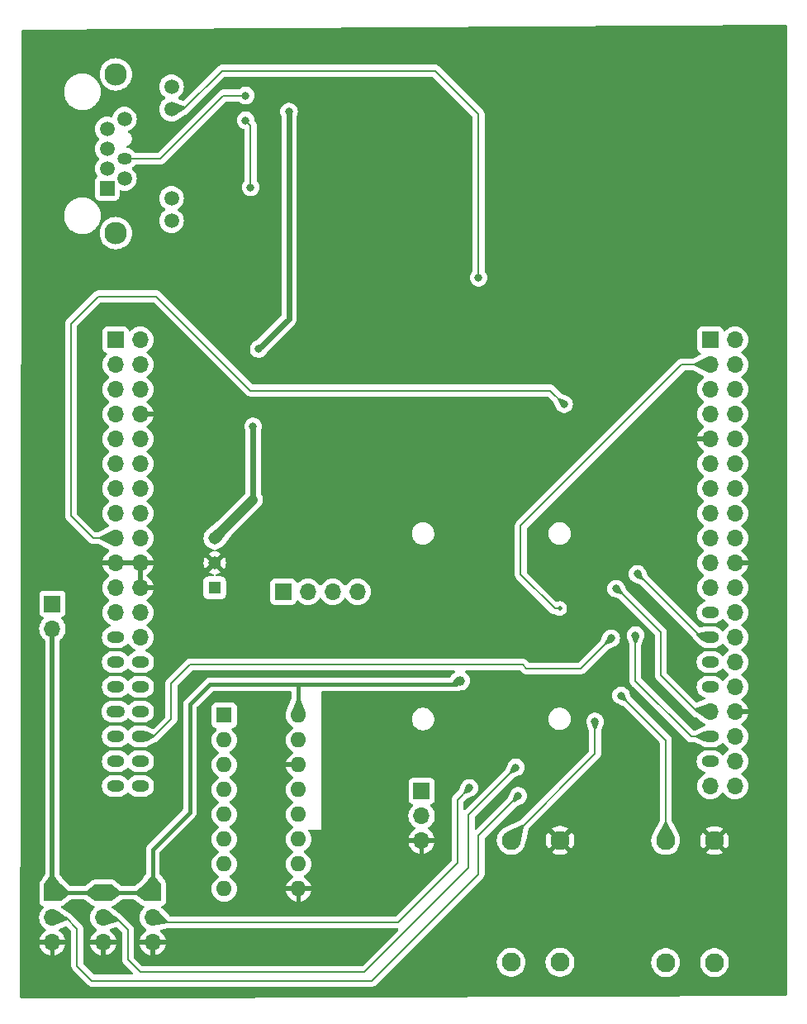
<source format=gbr>
%TF.GenerationSoftware,KiCad,Pcbnew,8.0.2*%
%TF.CreationDate,2024-10-23T21:40:53+09:00*%
%TF.ProjectId,TangPrimer25K_brushless,54616e67-5072-4696-9d65-7232354b5f62,rev?*%
%TF.SameCoordinates,Original*%
%TF.FileFunction,Copper,L2,Bot*%
%TF.FilePolarity,Positive*%
%FSLAX46Y46*%
G04 Gerber Fmt 4.6, Leading zero omitted, Abs format (unit mm)*
G04 Created by KiCad (PCBNEW 8.0.2) date 2024-10-23 21:40:53*
%MOMM*%
%LPD*%
G01*
G04 APERTURE LIST*
%TA.AperFunction,ComponentPad*%
%ADD10R,1.700000X1.700000*%
%TD*%
%TA.AperFunction,ComponentPad*%
%ADD11O,1.700000X1.700000*%
%TD*%
%TA.AperFunction,ComponentPad*%
%ADD12R,1.305000X1.305000*%
%TD*%
%TA.AperFunction,ComponentPad*%
%ADD13C,1.305000*%
%TD*%
%TA.AperFunction,ComponentPad*%
%ADD14C,1.950000*%
%TD*%
%TA.AperFunction,ComponentPad*%
%ADD15R,1.500000X1.500000*%
%TD*%
%TA.AperFunction,ComponentPad*%
%ADD16C,1.500000*%
%TD*%
%TA.AperFunction,ComponentPad*%
%ADD17O,1.500000X1.200000*%
%TD*%
%TA.AperFunction,ComponentPad*%
%ADD18C,2.300000*%
%TD*%
%TA.AperFunction,ComponentPad*%
%ADD19O,1.800000X1.200000*%
%TD*%
%TA.AperFunction,ComponentPad*%
%ADD20O,1.900000X1.200000*%
%TD*%
%TA.AperFunction,ComponentPad*%
%ADD21R,1.600000X1.600000*%
%TD*%
%TA.AperFunction,ComponentPad*%
%ADD22O,1.600000X1.600000*%
%TD*%
%TA.AperFunction,ViaPad*%
%ADD23C,0.800000*%
%TD*%
%TA.AperFunction,ViaPad*%
%ADD24C,0.500000*%
%TD*%
%TA.AperFunction,ViaPad*%
%ADD25C,1.000000*%
%TD*%
%TA.AperFunction,Conductor*%
%ADD26C,0.600000*%
%TD*%
%TA.AperFunction,Conductor*%
%ADD27C,0.200000*%
%TD*%
%TA.AperFunction,Conductor*%
%ADD28C,0.400000*%
%TD*%
%TA.AperFunction,Conductor*%
%ADD29C,0.500000*%
%TD*%
%TA.AperFunction,Conductor*%
%ADD30C,1.000000*%
%TD*%
G04 APERTURE END LIST*
D10*
%TO.P,J8,1,Pin_1*%
%TO.N,VDD_3V3*%
X123063000Y-113919000D03*
D11*
%TO.P,J8,2,Pin_2*%
X123063000Y-116459000D03*
%TD*%
D10*
%TO.P,J5,1,Pin_1*%
%TO.N,Net-(J5-Pin_1)*%
X160909000Y-133096000D03*
D11*
%TO.P,J5,2,Pin_2*%
%TO.N,/E8_READY*%
X160909000Y-135636000D03*
%TO.P,J5,3,Pin_3*%
%TO.N,GND*%
X160909000Y-138176000D03*
%TD*%
D12*
%TO.P,PS1,1,VIN*%
%TO.N,/VIN12*%
X139700000Y-112268000D03*
D13*
%TO.P,PS1,2,GND*%
%TO.N,GND*%
X139700000Y-109728000D03*
%TO.P,PS1,3,VOUT*%
%TO.N,/VDD_5V*%
X139700000Y-107188000D03*
%TD*%
D14*
%TO.P,S1,1,COM_1*%
%TO.N,GND*%
X175093000Y-138149000D03*
%TO.P,S1,2,COM_2*%
%TO.N,unconnected-(S1-COM_2-Pad2)*%
X175093000Y-150649000D03*
%TO.P,S1,3,NO_1*%
%TO.N,/H5_IOT61A*%
X170093000Y-138149000D03*
%TO.P,S1,4,NO_2*%
%TO.N,unconnected-(S1-NO_2-Pad4)*%
X170093000Y-150649000D03*
%TD*%
D10*
%TO.P,SW2,1,A*%
%TO.N,VDD_3V3*%
X128270000Y-143525000D03*
D11*
%TO.P,SW2,2,B*%
%TO.N,/J8_IOT56A_40P*%
X128270000Y-146065000D03*
%TO.P,SW2,3,C*%
%TO.N,GND*%
X128270000Y-148605000D03*
%TD*%
D15*
%TO.P,J4,1*%
%TO.N,unconnected-(J4-Pad1)*%
X128676400Y-71374000D03*
D16*
%TO.P,J4,2*%
%TO.N,unconnected-(J4-Pad2)*%
X130456400Y-70358000D03*
%TO.P,J4,3*%
%TO.N,unconnected-(J4-Pad3)*%
X128676400Y-69342000D03*
D17*
%TO.P,J4,4*%
%TO.N,Net-(D4-Pad2)*%
X130456400Y-68326000D03*
D16*
%TO.P,J4,5*%
%TO.N,Net-(D4-Pad1)*%
X128676400Y-67310000D03*
%TO.P,J4,7*%
%TO.N,unconnected-(J4-Pad7)*%
X128676400Y-65278000D03*
%TO.P,J4,8*%
%TO.N,unconnected-(J4-Pad8)*%
X130456400Y-64262000D03*
%TO.P,J4,9*%
%TO.N,/J10_IOT1B_40P*%
X135276400Y-74674000D03*
%TO.P,J4,10*%
%TO.N,Net-(J4-Pad10)*%
X135276400Y-72384000D03*
%TO.P,J4,11*%
%TO.N,/H10_IOT3B_S2*%
X135276400Y-63244000D03*
%TO.P,J4,12*%
%TO.N,Net-(J4-Pad12)*%
X135276400Y-60954000D03*
D18*
%TO.P,J4,SH*%
%TO.N,unconnected-(J4-PadSH)*%
X129566400Y-75944000D03*
%TO.N,unconnected-(J4-PadSH)_0*%
X129566400Y-59684000D03*
%TD*%
D10*
%TO.P,SW3,1,A*%
%TO.N,VDD_3V3*%
X133350000Y-143525000D03*
D11*
%TO.P,SW3,2,B*%
%TO.N,/F7_IOT58A_40P*%
X133350000Y-146065000D03*
%TO.P,SW3,3,C*%
%TO.N,GND*%
X133350000Y-148605000D03*
%TD*%
D10*
%TO.P,J3,1,Pin_1*%
%TO.N,unconnected-(J3-Pin_1-Pad1)*%
X129540000Y-86868000D03*
D11*
%TO.P,J3,2,Pin_2*%
%TO.N,unconnected-(J3-Pin_2-Pad2)*%
X132080000Y-86868000D03*
%TO.P,J3,3,Pin_3*%
%TO.N,unconnected-(J3-Pin_3-Pad3)*%
X129540000Y-89408000D03*
%TO.P,J3,4,Pin_4*%
%TO.N,unconnected-(J3-Pin_4-Pad4)*%
X132080000Y-89408000D03*
%TO.P,J3,5,Pin_5*%
%TO.N,unconnected-(J3-Pin_5-Pad5)*%
X129540000Y-91948000D03*
%TO.P,J3,6,Pin_6*%
%TO.N,unconnected-(J3-Pin_6-Pad6)*%
X132080000Y-91948000D03*
%TO.P,J3,7,Pin_7*%
%TO.N,unconnected-(J3-Pin_7-Pad7)*%
X129540000Y-94488000D03*
%TO.P,J3,8,Pin_8*%
%TO.N,GND*%
X132080000Y-94488000D03*
%TO.P,J3,9,Pin_9*%
%TO.N,unconnected-(J3-Pin_9-Pad9)*%
X129540000Y-97028000D03*
%TO.P,J3,10,Pin_10*%
%TO.N,unconnected-(J3-Pin_10-Pad10)*%
X132080000Y-97028000D03*
%TO.P,J3,11,Pin_11*%
%TO.N,unconnected-(J3-Pin_11-Pad11)*%
X129540000Y-99568000D03*
%TO.P,J3,12,Pin_12*%
%TO.N,unconnected-(J3-Pin_12-Pad12)*%
X132080000Y-99568000D03*
%TO.P,J3,13,Pin_13*%
%TO.N,unconnected-(J3-Pin_13-Pad13)*%
X129540000Y-102108000D03*
%TO.P,J3,14,Pin_14*%
%TO.N,unconnected-(J3-Pin_14-Pad14)*%
X132080000Y-102108000D03*
%TO.P,J3,15,Pin_15*%
%TO.N,unconnected-(J3-Pin_15-Pad15)*%
X129540000Y-104648000D03*
%TO.P,J3,16,Pin_16*%
%TO.N,VDD_3V3*%
X132080000Y-104648000D03*
%TO.P,J3,17,Pin_17*%
%TO.N,/A11_IOL14A*%
X129540000Y-107188000D03*
%TO.P,J3,18,Pin_18*%
%TO.N,/VDD_5V*%
X132080000Y-107188000D03*
%TO.P,J3,19,Pin_19*%
%TO.N,GND*%
X129540000Y-109728000D03*
%TO.P,J3,20,Pin_20*%
X132080000Y-109728000D03*
%TO.P,J3,21,Pin_21*%
%TO.N,unconnected-(J3-Pin_21-Pad21)*%
X129540000Y-112268000D03*
%TO.P,J3,22,Pin_22*%
%TO.N,GND*%
X132080000Y-112268000D03*
%TO.P,J3,23,Pin_23*%
%TO.N,unconnected-(J3-Pin_23-Pad23)*%
X129540000Y-114808000D03*
%TO.P,J3,24,Pin_24*%
%TO.N,/VIN12*%
X132080000Y-114808000D03*
D19*
%TO.P,J3,25,Pin_25*%
%TO.N,unconnected-(J3-Pin_25-Pad25)*%
X129540000Y-117348000D03*
D11*
%TO.P,J3,26,Pin_26*%
%TO.N,unconnected-(J3-Pin_26-Pad26)*%
X132080000Y-117348000D03*
D19*
%TO.P,J3,27,Pin_27*%
%TO.N,unconnected-(J3-Pin_27-Pad27)*%
X129540000Y-119888000D03*
%TO.P,J3,28,Pin_28*%
%TO.N,/C7-28*%
X132080000Y-119888000D03*
%TO.P,J3,29,Pin_29*%
%TO.N,unconnected-(J3-Pin_29-Pad29)*%
X129540000Y-122428000D03*
%TO.P,J3,30,Pin_30*%
%TO.N,/C7-30*%
X132080000Y-122428000D03*
D20*
%TO.P,J3,31,Pin_31*%
%TO.N,unconnected-(J3-Pin_31-Pad31)*%
X129540000Y-124968000D03*
D19*
%TO.P,J3,32,Pin_32*%
%TO.N,/A_IN*%
X132080000Y-124968000D03*
%TO.P,J3,33,Pin_33*%
%TO.N,unconnected-(J3-Pin_33-Pad33)*%
X129540000Y-127508000D03*
%TO.P,J3,34,Pin_34*%
%TO.N,/F5_IOT72A*%
X132080000Y-127508000D03*
%TO.P,J3,35,Pin_35*%
%TO.N,/ACCEL*%
X129540000Y-130048000D03*
%TO.P,J3,36,Pin_36*%
%TO.N,/C7-36*%
X132080000Y-130048000D03*
%TO.P,J3,37,Pin_37*%
%TO.N,/U*%
X129540000Y-132588000D03*
%TO.P,J3,38,Pin_38*%
%TO.N,/C7-38*%
X132080000Y-132588000D03*
D10*
%TO.P,J3,39,39*%
%TO.N,unconnected-(J3-Pad39)*%
X190500000Y-86868000D03*
D11*
%TO.P,J3,40,40*%
%TO.N,unconnected-(J3-Pad40)*%
X193040000Y-86868000D03*
%TO.P,J3,41,41*%
%TO.N,/DIRECTION*%
X190500000Y-89408000D03*
%TO.P,J3,42,42*%
%TO.N,unconnected-(J3-Pad42)*%
X193040000Y-89408000D03*
%TO.P,J3,43,43*%
%TO.N,unconnected-(J3-Pad43)*%
X190500000Y-91948000D03*
%TO.P,J3,44,44*%
%TO.N,unconnected-(J3-Pad44)*%
X193040000Y-91948000D03*
%TO.P,J3,45,45*%
%TO.N,unconnected-(J3-Pad45)*%
X190500000Y-94488000D03*
%TO.P,J3,46,46*%
%TO.N,unconnected-(J3-Pad46)*%
X193040000Y-94488000D03*
%TO.P,J3,47,47*%
%TO.N,GND*%
X190500000Y-97028000D03*
%TO.P,J3,48,48*%
%TO.N,unconnected-(J3-Pad48)*%
X193040000Y-97028000D03*
%TO.P,J3,49,49*%
%TO.N,/C10-11*%
X190500000Y-99568000D03*
%TO.P,J3,50,50*%
%TO.N,unconnected-(J3-Pad50)*%
X193040000Y-99568000D03*
%TO.P,J3,51,51*%
%TO.N,unconnected-(J3-Pad51)*%
X190500000Y-102108000D03*
%TO.P,J3,52,52*%
%TO.N,unconnected-(J3-Pad52)*%
X193040000Y-102108000D03*
%TO.P,J3,53,53*%
%TO.N,unconnected-(J3-Pad53)*%
X190500000Y-104648000D03*
%TO.P,J3,54,54*%
%TO.N,unconnected-(J3-Pad54)*%
X193040000Y-104648000D03*
%TO.P,J3,55,55*%
%TO.N,unconnected-(J3-Pad55)*%
X190500000Y-107188000D03*
%TO.P,J3,56,56*%
%TO.N,unconnected-(J3-Pad56)*%
X193040000Y-107188000D03*
%TO.P,J3,57,57*%
%TO.N,unconnected-(J3-Pad57)*%
X190500000Y-109728000D03*
%TO.P,J3,58,58*%
%TO.N,GND*%
X193040000Y-109728000D03*
%TO.P,J3,59,59*%
%TO.N,/HIN_S*%
X190500000Y-112268000D03*
%TO.P,J3,60,60*%
%TO.N,unconnected-(J3-Pad60)*%
X193040000Y-112268000D03*
D19*
%TO.P,J3,61,61*%
%TO.N,/HIN_R*%
X190500000Y-114808000D03*
D11*
%TO.P,J3,62,62*%
%TO.N,/G7_IOT68A*%
X193040000Y-114808000D03*
D19*
%TO.P,J3,63,63*%
%TO.N,/E11_IOL3A*%
X190500000Y-117348000D03*
D11*
%TO.P,J3,64,64*%
%TO.N,/H8_IOT66A*%
X193040000Y-117348000D03*
D19*
%TO.P,J3,65,65*%
%TO.N,unconnected-(J3-Pad65)*%
X190500000Y-119888000D03*
D11*
%TO.P,J3,66,66*%
%TO.N,/C10-28*%
X193040000Y-119888000D03*
D19*
%TO.P,J3,67,67*%
%TO.N,unconnected-(J3-Pad67)*%
X190500000Y-122428000D03*
D11*
%TO.P,J3,68,68*%
%TO.N,unconnected-(J3-Pad68)*%
X193040000Y-122428000D03*
%TO.P,J3,69,69*%
%TO.N,/H_V*%
X190500000Y-124968000D03*
%TO.P,J3,70,70*%
%TO.N,GND*%
X193040000Y-124968000D03*
D19*
%TO.P,J3,71,71*%
%TO.N,/HIN_T*%
X190500000Y-127508000D03*
D11*
%TO.P,J3,72,72*%
%TO.N,/C10-34*%
X193040000Y-127508000D03*
D19*
%TO.P,J3,73,73*%
%TO.N,unconnected-(J3-Pad73)*%
X190500000Y-130048000D03*
D11*
%TO.P,J3,74,74*%
%TO.N,unconnected-(J3-Pad74)*%
X193040000Y-130048000D03*
%TO.P,J3,75,75*%
%TO.N,unconnected-(J3-Pad75)*%
X190500000Y-132588000D03*
%TO.P,J3,76,76*%
%TO.N,unconnected-(J3-Pad76)*%
X193040000Y-132588000D03*
%TD*%
D21*
%TO.P,U2,1,CH0*%
%TO.N,/C7-28*%
X140675200Y-125338600D03*
D22*
%TO.P,U2,2,CH1*%
%TO.N,/C7-30*%
X140675200Y-127878600D03*
%TO.P,U2,3,CH2*%
%TO.N,/A_IN*%
X140675200Y-130418600D03*
%TO.P,U2,4,CH3*%
%TO.N,/C7-36*%
X140675200Y-132958600D03*
%TO.P,U2,5,CH4*%
%TO.N,/C7-38*%
X140675200Y-135498600D03*
%TO.P,U2,6,CH5*%
%TO.N,/ACCEL*%
X140675200Y-138038600D03*
%TO.P,U2,7,CH6*%
%TO.N,/C10-34*%
X140675200Y-140578600D03*
%TO.P,U2,8,CH7*%
%TO.N,/C10-28*%
X140675200Y-143118600D03*
%TO.P,U2,9,DGND*%
%TO.N,GND*%
X148295200Y-143118600D03*
%TO.P,U2,10,~{CS}/SHDN*%
%TO.N,/B2_IOB4A_40P*%
X148295200Y-140578600D03*
%TO.P,U2,11,Din*%
%TO.N,/C2_IOB4B_40P*%
X148295200Y-138038600D03*
%TO.P,U2,12,Dout*%
%TO.N,/F2_IOB26A_40P*%
X148295200Y-135498600D03*
%TO.P,U2,13,CLK*%
%TO.N,/F1_IOB26B_40P*%
X148295200Y-132958600D03*
%TO.P,U2,14,AGND*%
%TO.N,GND*%
X148295200Y-130418600D03*
%TO.P,U2,15,Vref*%
%TO.N,Net-(JP1-A)*%
X148295200Y-127878600D03*
%TO.P,U2,16,Vdd*%
%TO.N,VDD_3V3*%
X148295200Y-125338600D03*
%TD*%
D10*
%TO.P,SW1,1,A*%
%TO.N,VDD_3V3*%
X123063000Y-143525000D03*
D11*
%TO.P,SW1,2,B*%
%TO.N,/L9_IOT31A_40P*%
X123063000Y-146065000D03*
%TO.P,SW1,3,C*%
%TO.N,GND*%
X123063000Y-148605000D03*
%TD*%
D10*
%TO.P,J6,1,Pin_1*%
%TO.N,/C1_JTAG_TCK*%
X146720400Y-112674400D03*
D11*
%TO.P,J6,2,Pin_2*%
%TO.N,/B1_JTAG_TMS*%
X149260400Y-112674400D03*
%TO.P,J6,3,Pin_3*%
%TO.N,/A2_JTAG_TDO*%
X151800400Y-112674400D03*
%TO.P,J6,4,Pin_4*%
%TO.N,/A3_JTAG_TDI*%
X154340400Y-112674400D03*
%TD*%
D14*
%TO.P,S2,1,COM_1*%
%TO.N,GND*%
X190928000Y-138176000D03*
%TO.P,S2,2,COM_2*%
%TO.N,unconnected-(S2-COM_2-Pad2)*%
X190928000Y-150676000D03*
%TO.P,S2,3,NO_1*%
%TO.N,/L5_IOT63A*%
X185928000Y-138176000D03*
%TO.P,S2,4,NO_2*%
%TO.N,unconnected-(S2-NO_2-Pad4)*%
X185928000Y-150676000D03*
%TD*%
D23*
%TO.N,GND*%
X138049000Y-58674000D03*
X142367000Y-76708000D03*
X144780000Y-76708000D03*
X178276000Y-116808000D03*
X157988000Y-62611000D03*
X169545000Y-72644000D03*
D24*
X161036000Y-115214400D03*
D23*
X166624000Y-124333000D03*
X149987000Y-73914000D03*
D24*
X161036000Y-113436400D03*
D23*
X181864000Y-130937000D03*
X184150000Y-101981000D03*
X183007000Y-128397000D03*
X159766000Y-101219000D03*
X165608000Y-115443000D03*
X184150000Y-105664000D03*
X158242000Y-72390000D03*
X125476000Y-66040000D03*
X151384000Y-84074000D03*
X148082000Y-96393000D03*
D24*
X175006000Y-122021600D03*
X161036000Y-118414800D03*
D23*
X137795000Y-80772000D03*
X161036000Y-62611000D03*
D24*
X161036000Y-116433600D03*
X175056800Y-119227600D03*
X175056800Y-112776000D03*
D23*
X154559000Y-101219000D03*
X134874000Y-132842000D03*
X161163000Y-72390000D03*
X130556000Y-135890000D03*
D24*
X161036000Y-110998000D03*
X175056800Y-110388400D03*
D23*
X137668000Y-103759000D03*
X140843000Y-93472000D03*
X152019000Y-96393000D03*
X159766000Y-79629000D03*
X125476000Y-69342000D03*
X151384000Y-79629000D03*
X169418000Y-118110000D03*
X140843000Y-83947000D03*
%TO.N,/L5_IOT63A*%
X181356000Y-123317000D03*
D25*
%TO.N,VDD_3V3*%
X164846000Y-121793000D03*
D23*
%TO.N,/H10_IOT3B_S2*%
X166751000Y-80518000D03*
%TO.N,/L9_IOT31A_40P*%
X170815000Y-133604000D03*
%TO.N,/A11_IOL14A*%
X175514000Y-93472000D03*
%TO.N,/E11_IOL3A*%
X183032400Y-110845600D03*
D24*
%TO.N,/DIRECTION*%
X175056800Y-114401600D03*
D23*
%TO.N,/F5_IOT72A*%
X180340000Y-117449600D03*
%TO.N,/F7_IOT58A_40P*%
X165798500Y-132778500D03*
%TO.N,/J8_IOT56A_40P*%
X170561000Y-130683000D03*
%TO.N,/H5_IOT61A*%
X178689000Y-125984000D03*
%TO.N,Net-(C4-Pad1)*%
X142875000Y-64389000D03*
X143383000Y-71247000D03*
%TO.N,/HIN_T*%
X182829200Y-117144800D03*
%TO.N,/VDD_5V*%
X143637000Y-95758000D03*
X144208500Y-87820500D03*
X147320000Y-63500000D03*
%TO.N,/H_V*%
X180848000Y-112369600D03*
%TO.N,Net-(D4-Pad2)*%
X142875000Y-61849000D03*
%TD*%
D26*
%TO.N,/VDD_5V*%
X147320000Y-84709000D02*
X144208500Y-87820500D01*
X147320000Y-63500000D02*
X147320000Y-84709000D01*
D27*
%TO.N,Net-(C4-Pad1)*%
X143383000Y-64897000D02*
X143383000Y-71247000D01*
X142875000Y-64389000D02*
X143383000Y-64897000D01*
%TO.N,Net-(D4-Pad2)*%
X134112000Y-68326000D02*
X130456400Y-68326000D01*
X142875000Y-61849000D02*
X140589000Y-61849000D01*
X140589000Y-61849000D02*
X134112000Y-68326000D01*
%TO.N,/L5_IOT63A*%
X185928000Y-138176000D02*
X185928000Y-127889000D01*
X185928000Y-127889000D02*
X181356000Y-123317000D01*
D28*
%TO.N,VDD_3V3*%
X139192000Y-122174000D02*
X137160000Y-124206000D01*
D29*
X123063000Y-116459000D02*
X123063000Y-143525000D01*
D28*
X137160000Y-124206000D02*
X137160000Y-135255000D01*
X164846000Y-121793000D02*
X164465000Y-122174000D01*
X128270000Y-143525000D02*
X123063000Y-143525000D01*
X148295200Y-125338600D02*
X148295200Y-122214800D01*
X148336000Y-122174000D02*
X139192000Y-122174000D01*
X133350000Y-143525000D02*
X128270000Y-143525000D01*
X137160000Y-135255000D02*
X133350000Y-139065000D01*
X133350000Y-139065000D02*
X133350000Y-143525000D01*
X164465000Y-122174000D02*
X148336000Y-122174000D01*
X148295200Y-122214800D02*
X148336000Y-122174000D01*
D27*
%TO.N,/H10_IOT3B_S2*%
X166751000Y-80518000D02*
X166751000Y-63754000D01*
X136527000Y-63244000D02*
X135276400Y-63244000D01*
X162306000Y-59309000D02*
X140462000Y-59309000D01*
X140462000Y-59309000D02*
X136527000Y-63244000D01*
X166751000Y-63754000D02*
X162306000Y-59309000D01*
%TO.N,/L9_IOT31A_40P*%
X125603000Y-147193000D02*
X124475000Y-146065000D01*
X125603000Y-151003000D02*
X125603000Y-147193000D01*
X166751000Y-137668000D02*
X166751000Y-141605000D01*
X155829000Y-152527000D02*
X127127000Y-152527000D01*
X166751000Y-141605000D02*
X155829000Y-152527000D01*
X124475000Y-146065000D02*
X123063000Y-146065000D01*
X170815000Y-133604000D02*
X166751000Y-137668000D01*
X127127000Y-152527000D02*
X125603000Y-151003000D01*
%TO.N,/A11_IOL14A*%
X133731000Y-82423000D02*
X127762000Y-82423000D01*
X175514000Y-93472000D02*
X174117000Y-92075000D01*
X127762000Y-82423000D02*
X124968000Y-85217000D01*
X124968000Y-104902000D02*
X127254000Y-107188000D01*
X143383000Y-92075000D02*
X133731000Y-82423000D01*
X124968000Y-85217000D02*
X124968000Y-104902000D01*
X174117000Y-92075000D02*
X143383000Y-92075000D01*
X127254000Y-107188000D02*
X129540000Y-107188000D01*
%TO.N,/E11_IOL3A*%
X189534800Y-117348000D02*
X190500000Y-117348000D01*
X183032400Y-110845600D02*
X189534800Y-117348000D01*
%TO.N,/DIRECTION*%
X171069000Y-110921800D02*
X174548800Y-114401600D01*
X190500000Y-89408000D02*
X187579000Y-89408000D01*
X187579000Y-89408000D02*
X171069000Y-105918000D01*
X171069000Y-105918000D02*
X171069000Y-110921800D01*
X174548800Y-114401600D02*
X175056800Y-114401600D01*
%TO.N,/F5_IOT72A*%
X133477000Y-127508000D02*
X132080000Y-127508000D01*
X177241200Y-120548400D02*
X171653200Y-120548400D01*
X135255000Y-125730000D02*
X133477000Y-127508000D01*
X137160000Y-120142000D02*
X135255000Y-122047000D01*
X171653200Y-120548400D02*
X171246800Y-120142000D01*
X171246800Y-120142000D02*
X137160000Y-120142000D01*
X180340000Y-117449600D02*
X177241200Y-120548400D01*
X135255000Y-122047000D02*
X135255000Y-125730000D01*
%TO.N,/F7_IOT58A_40P*%
X158496000Y-146558000D02*
X133843000Y-146558000D01*
X133843000Y-146558000D02*
X133350000Y-146065000D01*
X164592000Y-133985000D02*
X164592000Y-140462000D01*
X165798500Y-132778500D02*
X164592000Y-133985000D01*
X164592000Y-140462000D02*
X158496000Y-146558000D01*
%TO.N,/J8_IOT56A_40P*%
X130810000Y-150368000D02*
X130810000Y-147320000D01*
X155067000Y-151638000D02*
X132080000Y-151638000D01*
X170561000Y-130683000D02*
X165735000Y-135509000D01*
X130810000Y-147320000D02*
X129555000Y-146065000D01*
X165735000Y-135509000D02*
X165735000Y-140970000D01*
X132080000Y-151638000D02*
X130810000Y-150368000D01*
X129555000Y-146065000D02*
X128270000Y-146065000D01*
X165735000Y-140970000D02*
X155067000Y-151638000D01*
%TO.N,/H5_IOT61A*%
X170093000Y-138149000D02*
X170093000Y-137882000D01*
X178689000Y-129286000D02*
X178689000Y-125984000D01*
X170093000Y-137882000D02*
X178689000Y-129286000D01*
%TO.N,/HIN_T*%
X182829200Y-117144800D02*
X182829200Y-121818400D01*
X188518800Y-127508000D02*
X190500000Y-127508000D01*
X182829200Y-121818400D02*
X188518800Y-127508000D01*
D30*
%TO.N,/VDD_5V*%
X139700000Y-107188000D02*
X143637000Y-103251000D01*
D26*
X143637000Y-102870000D02*
X143637000Y-95758000D01*
X143637000Y-103251000D02*
X143637000Y-102870000D01*
D27*
%TO.N,/H_V*%
X180848000Y-112369600D02*
X180949600Y-112369600D01*
X185420000Y-121259600D02*
X189128400Y-124968000D01*
X180949600Y-112369600D02*
X185420000Y-116840000D01*
X185420000Y-116840000D02*
X185420000Y-121259600D01*
X189128400Y-124968000D02*
X190500000Y-124968000D01*
%TD*%
%TA.AperFunction,Conductor*%
%TO.N,GND*%
G36*
X126417394Y-144245185D02*
G01*
X126425679Y-144251000D01*
X127104795Y-144770324D01*
X127121319Y-144782438D01*
X127135869Y-144789820D01*
X127154075Y-144801134D01*
X127177669Y-144818796D01*
X127228934Y-144837916D01*
X127241692Y-144843511D01*
X127249630Y-144847539D01*
X127256730Y-144849945D01*
X127264978Y-144852076D01*
X127277278Y-144855947D01*
X127309085Y-144867811D01*
X127365017Y-144909681D01*
X127389433Y-144975146D01*
X127374581Y-145043419D01*
X127353431Y-145071672D01*
X127231503Y-145193600D01*
X127095965Y-145387169D01*
X127095964Y-145387171D01*
X126996098Y-145601335D01*
X126996094Y-145601344D01*
X126934938Y-145829586D01*
X126934936Y-145829596D01*
X126914341Y-146064999D01*
X126914341Y-146065000D01*
X126934936Y-146300403D01*
X126934938Y-146300413D01*
X126996094Y-146528655D01*
X126996096Y-146528659D01*
X126996097Y-146528663D01*
X127079788Y-146708139D01*
X127095965Y-146742830D01*
X127095967Y-146742834D01*
X127163640Y-146839480D01*
X127230233Y-146934585D01*
X127231501Y-146936395D01*
X127231506Y-146936402D01*
X127398597Y-147103493D01*
X127398603Y-147103498D01*
X127584594Y-147233730D01*
X127628219Y-147288307D01*
X127635413Y-147357805D01*
X127603890Y-147420160D01*
X127584595Y-147436880D01*
X127398922Y-147566890D01*
X127398920Y-147566891D01*
X127231891Y-147733920D01*
X127231886Y-147733926D01*
X127096400Y-147927420D01*
X127096399Y-147927422D01*
X126996570Y-148141507D01*
X126996567Y-148141513D01*
X126939364Y-148354999D01*
X126939364Y-148355000D01*
X127836988Y-148355000D01*
X127804075Y-148412007D01*
X127770000Y-148539174D01*
X127770000Y-148670826D01*
X127804075Y-148797993D01*
X127836988Y-148855000D01*
X126939364Y-148855000D01*
X126996567Y-149068486D01*
X126996570Y-149068492D01*
X127096399Y-149282578D01*
X127231894Y-149476082D01*
X127398917Y-149643105D01*
X127592421Y-149778600D01*
X127806507Y-149878429D01*
X127806516Y-149878433D01*
X128020000Y-149935634D01*
X128020000Y-149038012D01*
X128077007Y-149070925D01*
X128204174Y-149105000D01*
X128335826Y-149105000D01*
X128462993Y-149070925D01*
X128520000Y-149038012D01*
X128520000Y-149935633D01*
X128733483Y-149878433D01*
X128733492Y-149878429D01*
X128947578Y-149778600D01*
X129141082Y-149643105D01*
X129308105Y-149476082D01*
X129443600Y-149282578D01*
X129543429Y-149068492D01*
X129543432Y-149068486D01*
X129600636Y-148855000D01*
X128703012Y-148855000D01*
X128735925Y-148797993D01*
X128770000Y-148670826D01*
X128770000Y-148539174D01*
X128735925Y-148412007D01*
X128703012Y-148355000D01*
X129600636Y-148355000D01*
X129600635Y-148354999D01*
X129543432Y-148141513D01*
X129543429Y-148141507D01*
X129443600Y-147927422D01*
X129443599Y-147927420D01*
X129308113Y-147733926D01*
X129308108Y-147733920D01*
X129141082Y-147566894D01*
X128983457Y-147456523D01*
X128939832Y-147401946D01*
X128932640Y-147332447D01*
X128964162Y-147270093D01*
X129012977Y-147238136D01*
X129181304Y-147178185D01*
X129577641Y-147037026D01*
X129647396Y-147033078D01*
X129706923Y-147066158D01*
X130173181Y-147532416D01*
X130206666Y-147593739D01*
X130209500Y-147620097D01*
X130209500Y-150281330D01*
X130209499Y-150281348D01*
X130209499Y-150447054D01*
X130209498Y-150447054D01*
X130250424Y-150599789D01*
X130250425Y-150599790D01*
X130270340Y-150634283D01*
X130270341Y-150634284D01*
X130329477Y-150736712D01*
X130329481Y-150736717D01*
X130448349Y-150855585D01*
X130448355Y-150855590D01*
X131307584Y-151714819D01*
X131341069Y-151776142D01*
X131336085Y-151845834D01*
X131294213Y-151901767D01*
X131228749Y-151926184D01*
X131219903Y-151926500D01*
X127427097Y-151926500D01*
X127360058Y-151906815D01*
X127339416Y-151890181D01*
X126239819Y-150790584D01*
X126206334Y-150729261D01*
X126203500Y-150702903D01*
X126203500Y-147282059D01*
X126203501Y-147282046D01*
X126203501Y-147113945D01*
X126203501Y-147113943D01*
X126162577Y-146961215D01*
X126128262Y-146901780D01*
X126083520Y-146824284D01*
X125971716Y-146712480D01*
X125971715Y-146712479D01*
X125967385Y-146708149D01*
X125967374Y-146708139D01*
X125130054Y-145870819D01*
X125127439Y-145868070D01*
X125124551Y-145865316D01*
X124962590Y-145703355D01*
X124962588Y-145703352D01*
X124843717Y-145584481D01*
X124843716Y-145584480D01*
X124756904Y-145534360D01*
X124756904Y-145534359D01*
X124756900Y-145534358D01*
X124706785Y-145505423D01*
X124706784Y-145505422D01*
X124706783Y-145505422D01*
X124706782Y-145505421D01*
X124595932Y-145475718D01*
X124558562Y-145458660D01*
X124004731Y-145084116D01*
X123960226Y-145030255D01*
X123951905Y-144960882D01*
X123982411Y-144898024D01*
X124030858Y-144865220D01*
X124056481Y-144855663D01*
X124061505Y-144853912D01*
X124102629Y-144840574D01*
X124104110Y-144839744D01*
X124105702Y-144838855D01*
X124122915Y-144830885D01*
X124155331Y-144818796D01*
X124189478Y-144793232D01*
X124203224Y-144784298D01*
X124228197Y-144770329D01*
X124907321Y-144251000D01*
X124972532Y-144225913D01*
X124982645Y-144225500D01*
X126350355Y-144225500D01*
X126417394Y-144245185D01*
G37*
%TD.AperFunction*%
%TA.AperFunction,Conductor*%
G36*
X131497394Y-144245185D02*
G01*
X131505679Y-144251000D01*
X132184795Y-144770324D01*
X132201319Y-144782438D01*
X132215869Y-144789820D01*
X132234075Y-144801134D01*
X132257669Y-144818796D01*
X132308934Y-144837916D01*
X132321692Y-144843511D01*
X132329630Y-144847539D01*
X132336730Y-144849945D01*
X132344978Y-144852076D01*
X132357278Y-144855947D01*
X132389085Y-144867811D01*
X132445017Y-144909681D01*
X132469433Y-144975146D01*
X132454581Y-145043419D01*
X132433431Y-145071672D01*
X132311503Y-145193600D01*
X132175965Y-145387169D01*
X132175964Y-145387171D01*
X132076098Y-145601335D01*
X132076094Y-145601344D01*
X132014938Y-145829586D01*
X132014936Y-145829596D01*
X131994341Y-146064999D01*
X131994341Y-146065000D01*
X132014936Y-146300403D01*
X132014938Y-146300413D01*
X132076094Y-146528655D01*
X132076096Y-146528659D01*
X132076097Y-146528663D01*
X132159788Y-146708139D01*
X132175965Y-146742830D01*
X132175967Y-146742834D01*
X132243640Y-146839480D01*
X132310233Y-146934585D01*
X132311501Y-146936395D01*
X132311506Y-146936402D01*
X132478597Y-147103493D01*
X132478603Y-147103498D01*
X132664594Y-147233730D01*
X132708219Y-147288307D01*
X132715413Y-147357805D01*
X132683890Y-147420160D01*
X132664595Y-147436880D01*
X132478922Y-147566890D01*
X132478920Y-147566891D01*
X132311891Y-147733920D01*
X132311886Y-147733926D01*
X132176400Y-147927420D01*
X132176399Y-147927422D01*
X132076570Y-148141507D01*
X132076567Y-148141513D01*
X132019364Y-148354999D01*
X132019364Y-148355000D01*
X132916988Y-148355000D01*
X132884075Y-148412007D01*
X132850000Y-148539174D01*
X132850000Y-148670826D01*
X132884075Y-148797993D01*
X132916988Y-148855000D01*
X132019364Y-148855000D01*
X132076567Y-149068486D01*
X132076570Y-149068492D01*
X132176399Y-149282578D01*
X132311894Y-149476082D01*
X132478917Y-149643105D01*
X132672421Y-149778600D01*
X132886507Y-149878429D01*
X132886516Y-149878433D01*
X133100000Y-149935634D01*
X133100000Y-149038012D01*
X133157007Y-149070925D01*
X133284174Y-149105000D01*
X133415826Y-149105000D01*
X133542993Y-149070925D01*
X133600000Y-149038012D01*
X133600000Y-149935633D01*
X133813483Y-149878433D01*
X133813492Y-149878429D01*
X134027578Y-149778600D01*
X134221082Y-149643105D01*
X134388105Y-149476082D01*
X134523600Y-149282578D01*
X134623429Y-149068492D01*
X134623432Y-149068486D01*
X134680636Y-148855000D01*
X133783012Y-148855000D01*
X133815925Y-148797993D01*
X133850000Y-148670826D01*
X133850000Y-148539174D01*
X133815925Y-148412007D01*
X133783012Y-148355000D01*
X134680636Y-148355000D01*
X134680635Y-148354999D01*
X134623432Y-148141513D01*
X134623429Y-148141507D01*
X134523600Y-147927422D01*
X134523599Y-147927420D01*
X134388113Y-147733926D01*
X134388108Y-147733920D01*
X134221078Y-147566890D01*
X134139496Y-147509765D01*
X134095871Y-147455188D01*
X134088679Y-147385690D01*
X134120202Y-147323335D01*
X134180432Y-147287922D01*
X134189963Y-147285924D01*
X134853185Y-147174025D01*
X134934967Y-147160228D01*
X134955596Y-147158500D01*
X158397902Y-147158500D01*
X158464941Y-147178185D01*
X158510696Y-147230989D01*
X158520640Y-147300147D01*
X158491615Y-147363703D01*
X158485583Y-147370181D01*
X154854584Y-151001181D01*
X154793261Y-151034666D01*
X154766903Y-151037500D01*
X132380097Y-151037500D01*
X132313058Y-151017815D01*
X132292416Y-151001181D01*
X131446819Y-150155584D01*
X131413334Y-150094261D01*
X131410500Y-150067903D01*
X131410500Y-147409059D01*
X131410501Y-147409046D01*
X131410501Y-147240945D01*
X131410501Y-147240943D01*
X131369577Y-147088215D01*
X131334264Y-147027051D01*
X131296254Y-146961215D01*
X131290522Y-146951287D01*
X131290521Y-146951286D01*
X131290520Y-146951284D01*
X131178716Y-146839480D01*
X131178715Y-146839479D01*
X131174385Y-146835149D01*
X131174374Y-146835139D01*
X130042590Y-145703355D01*
X130042588Y-145703352D01*
X129923717Y-145584481D01*
X129923716Y-145584480D01*
X129836904Y-145534360D01*
X129836904Y-145534359D01*
X129836900Y-145534358D01*
X129786785Y-145505423D01*
X129786784Y-145505422D01*
X129786783Y-145505422D01*
X129786781Y-145505421D01*
X129743132Y-145493725D01*
X129698602Y-145471443D01*
X129200894Y-145080264D01*
X129160350Y-145023361D01*
X129157006Y-144953571D01*
X129191924Y-144893053D01*
X129234181Y-144866592D01*
X129263469Y-144855667D01*
X129268505Y-144853912D01*
X129309629Y-144840574D01*
X129311110Y-144839744D01*
X129312702Y-144838855D01*
X129329915Y-144830885D01*
X129362331Y-144818796D01*
X129396478Y-144793232D01*
X129410224Y-144784298D01*
X129435197Y-144770329D01*
X130114321Y-144251000D01*
X130179532Y-144225913D01*
X130189645Y-144225500D01*
X131430355Y-144225500D01*
X131497394Y-144245185D01*
G37*
%TD.AperFunction*%
%TA.AperFunction,Conductor*%
G36*
X132330000Y-111834988D02*
G01*
X132272993Y-111802075D01*
X132145826Y-111768000D01*
X132014174Y-111768000D01*
X131887007Y-111802075D01*
X131830000Y-111834988D01*
X131830000Y-110161012D01*
X131887007Y-110193925D01*
X132014174Y-110228000D01*
X132145826Y-110228000D01*
X132272993Y-110193925D01*
X132330000Y-110161012D01*
X132330000Y-111834988D01*
G37*
%TD.AperFunction*%
%TA.AperFunction,Conductor*%
G36*
X131614075Y-109535007D02*
G01*
X131580000Y-109662174D01*
X131580000Y-109793826D01*
X131614075Y-109920993D01*
X131646988Y-109978000D01*
X129973012Y-109978000D01*
X130005925Y-109920993D01*
X130040000Y-109793826D01*
X130040000Y-109662174D01*
X130005925Y-109535007D01*
X129973012Y-109478000D01*
X131646988Y-109478000D01*
X131614075Y-109535007D01*
G37*
%TD.AperFunction*%
%TA.AperFunction,Conductor*%
G36*
X198316365Y-54631653D02*
G01*
X198362460Y-54684161D01*
X198374000Y-54736399D01*
X198374000Y-153927599D01*
X198354315Y-153994638D01*
X198301511Y-154040393D01*
X198250601Y-154051598D01*
X132863373Y-154368499D01*
X132862772Y-154368500D01*
X119885240Y-154368500D01*
X119818201Y-154348815D01*
X119772446Y-154296011D01*
X119761240Y-154244341D01*
X119795245Y-127651913D01*
X119809558Y-116458999D01*
X121707341Y-116458999D01*
X121707341Y-116459000D01*
X121727936Y-116694403D01*
X121727938Y-116694413D01*
X121789094Y-116922655D01*
X121789096Y-116922659D01*
X121789097Y-116922663D01*
X121878321Y-117114003D01*
X121888965Y-117136830D01*
X121888967Y-117136834D01*
X122024501Y-117330395D01*
X122024506Y-117330402D01*
X122191595Y-117497492D01*
X122191598Y-117497494D01*
X122191599Y-117497495D01*
X122259623Y-117545125D01*
X122303248Y-117599701D01*
X122312500Y-117646700D01*
X122312500Y-141618119D01*
X122292815Y-141685158D01*
X122289804Y-141689628D01*
X121805676Y-142375476D01*
X121799494Y-142384437D01*
X121799485Y-142384453D01*
X121794097Y-142395600D01*
X121781727Y-142415938D01*
X121769204Y-142432666D01*
X121769202Y-142432671D01*
X121747641Y-142490477D01*
X121743107Y-142501096D01*
X121736879Y-142513982D01*
X121734735Y-142520733D01*
X121733207Y-142526892D01*
X121729043Y-142540344D01*
X121718909Y-142567516D01*
X121718908Y-142567517D01*
X121712501Y-142627116D01*
X121712501Y-142627123D01*
X121712500Y-142627135D01*
X121712500Y-144422870D01*
X121712501Y-144422876D01*
X121718908Y-144482483D01*
X121769202Y-144617328D01*
X121769206Y-144617335D01*
X121855452Y-144732544D01*
X121855455Y-144732547D01*
X121970664Y-144818793D01*
X121970671Y-144818797D01*
X122102081Y-144867810D01*
X122158015Y-144909681D01*
X122182432Y-144975145D01*
X122167580Y-145043418D01*
X122146430Y-145071673D01*
X122024503Y-145193600D01*
X121888965Y-145387169D01*
X121888964Y-145387171D01*
X121789098Y-145601335D01*
X121789094Y-145601344D01*
X121727938Y-145829586D01*
X121727936Y-145829596D01*
X121707341Y-146064999D01*
X121707341Y-146065000D01*
X121727936Y-146300403D01*
X121727938Y-146300413D01*
X121789094Y-146528655D01*
X121789096Y-146528659D01*
X121789097Y-146528663D01*
X121872788Y-146708139D01*
X121888965Y-146742830D01*
X121888967Y-146742834D01*
X121956640Y-146839480D01*
X122023233Y-146934585D01*
X122024501Y-146936395D01*
X122024506Y-146936402D01*
X122191597Y-147103493D01*
X122191603Y-147103498D01*
X122377594Y-147233730D01*
X122421219Y-147288307D01*
X122428413Y-147357805D01*
X122396890Y-147420160D01*
X122377595Y-147436880D01*
X122191922Y-147566890D01*
X122191920Y-147566891D01*
X122024891Y-147733920D01*
X122024886Y-147733926D01*
X121889400Y-147927420D01*
X121889399Y-147927422D01*
X121789570Y-148141507D01*
X121789567Y-148141513D01*
X121732364Y-148354999D01*
X121732364Y-148355000D01*
X122629988Y-148355000D01*
X122597075Y-148412007D01*
X122563000Y-148539174D01*
X122563000Y-148670826D01*
X122597075Y-148797993D01*
X122629988Y-148855000D01*
X121732364Y-148855000D01*
X121789567Y-149068486D01*
X121789570Y-149068492D01*
X121889399Y-149282578D01*
X122024894Y-149476082D01*
X122191917Y-149643105D01*
X122385421Y-149778600D01*
X122599507Y-149878429D01*
X122599516Y-149878433D01*
X122813000Y-149935634D01*
X122813000Y-149038012D01*
X122870007Y-149070925D01*
X122997174Y-149105000D01*
X123128826Y-149105000D01*
X123255993Y-149070925D01*
X123313000Y-149038012D01*
X123313000Y-149935633D01*
X123526483Y-149878433D01*
X123526492Y-149878429D01*
X123740578Y-149778600D01*
X123934082Y-149643105D01*
X124101105Y-149476082D01*
X124236600Y-149282578D01*
X124336429Y-149068492D01*
X124336432Y-149068486D01*
X124393636Y-148855000D01*
X123496012Y-148855000D01*
X123528925Y-148797993D01*
X123563000Y-148670826D01*
X123563000Y-148539174D01*
X123528925Y-148412007D01*
X123496012Y-148355000D01*
X124393636Y-148355000D01*
X124393635Y-148354999D01*
X124336432Y-148141513D01*
X124336429Y-148141507D01*
X124236600Y-147927422D01*
X124236599Y-147927420D01*
X124101113Y-147733926D01*
X124101108Y-147733920D01*
X123934082Y-147566894D01*
X123763450Y-147447415D01*
X123719825Y-147392837D01*
X123712633Y-147323339D01*
X123744155Y-147260984D01*
X123786658Y-147231472D01*
X124418601Y-146966736D01*
X124488037Y-146958990D01*
X124550641Y-146990014D01*
X124554191Y-146993426D01*
X124966181Y-147405416D01*
X124999666Y-147466739D01*
X125002500Y-147493097D01*
X125002500Y-150916330D01*
X125002499Y-150916348D01*
X125002499Y-151082054D01*
X125002498Y-151082054D01*
X125002499Y-151082057D01*
X125043423Y-151234785D01*
X125043424Y-151234787D01*
X125043423Y-151234787D01*
X125053359Y-151251995D01*
X125053360Y-151251996D01*
X125122477Y-151371712D01*
X125122481Y-151371717D01*
X125241349Y-151490585D01*
X125241355Y-151490590D01*
X126642139Y-152891374D01*
X126642149Y-152891385D01*
X126646479Y-152895715D01*
X126646480Y-152895716D01*
X126758284Y-153007520D01*
X126758286Y-153007521D01*
X126758290Y-153007524D01*
X126895209Y-153086573D01*
X126895216Y-153086577D01*
X127007019Y-153116534D01*
X127047942Y-153127500D01*
X127047943Y-153127500D01*
X155742331Y-153127500D01*
X155742347Y-153127501D01*
X155749943Y-153127501D01*
X155908054Y-153127501D01*
X155908057Y-153127501D01*
X156060785Y-153086577D01*
X156110904Y-153057639D01*
X156197716Y-153007520D01*
X156309520Y-152895716D01*
X156309520Y-152895714D01*
X156319728Y-152885507D01*
X156319729Y-152885504D01*
X158556240Y-150648994D01*
X168612443Y-150648994D01*
X168612443Y-150649005D01*
X168632634Y-150892683D01*
X168632636Y-150892695D01*
X168692663Y-151129734D01*
X168790888Y-151353666D01*
X168924632Y-151558378D01*
X169090242Y-151738277D01*
X169090252Y-151738286D01*
X169283208Y-151888470D01*
X169283212Y-151888473D01*
X169498267Y-152004855D01*
X169498270Y-152004856D01*
X169729541Y-152084251D01*
X169729543Y-152084251D01*
X169729545Y-152084252D01*
X169970737Y-152124500D01*
X169970738Y-152124500D01*
X170215262Y-152124500D01*
X170215263Y-152124500D01*
X170456455Y-152084252D01*
X170687733Y-152004855D01*
X170902788Y-151888473D01*
X171095754Y-151738281D01*
X171261368Y-151558377D01*
X171395111Y-151353667D01*
X171493336Y-151129736D01*
X171553364Y-150892692D01*
X171553365Y-150892683D01*
X171573557Y-150649005D01*
X171573557Y-150648994D01*
X173612443Y-150648994D01*
X173612443Y-150649005D01*
X173632634Y-150892683D01*
X173632636Y-150892695D01*
X173692663Y-151129734D01*
X173790888Y-151353666D01*
X173924632Y-151558378D01*
X174090242Y-151738277D01*
X174090252Y-151738286D01*
X174283208Y-151888470D01*
X174283212Y-151888473D01*
X174498267Y-152004855D01*
X174498270Y-152004856D01*
X174729541Y-152084251D01*
X174729543Y-152084251D01*
X174729545Y-152084252D01*
X174970737Y-152124500D01*
X174970738Y-152124500D01*
X175215262Y-152124500D01*
X175215263Y-152124500D01*
X175456455Y-152084252D01*
X175687733Y-152004855D01*
X175902788Y-151888473D01*
X176095754Y-151738281D01*
X176261368Y-151558377D01*
X176395111Y-151353667D01*
X176493336Y-151129736D01*
X176553364Y-150892692D01*
X176553365Y-150892683D01*
X176571321Y-150675994D01*
X184447443Y-150675994D01*
X184447443Y-150676005D01*
X184467634Y-150919683D01*
X184467636Y-150919695D01*
X184527663Y-151156734D01*
X184625888Y-151380666D01*
X184759632Y-151585378D01*
X184925242Y-151765277D01*
X184925252Y-151765286D01*
X185118208Y-151915470D01*
X185118212Y-151915473D01*
X185283373Y-152004854D01*
X185333267Y-152031855D01*
X185333270Y-152031856D01*
X185564541Y-152111251D01*
X185564543Y-152111251D01*
X185564545Y-152111252D01*
X185805737Y-152151500D01*
X185805738Y-152151500D01*
X186050262Y-152151500D01*
X186050263Y-152151500D01*
X186291455Y-152111252D01*
X186522733Y-152031855D01*
X186737788Y-151915473D01*
X186930754Y-151765281D01*
X187096368Y-151585377D01*
X187230111Y-151380667D01*
X187328336Y-151156736D01*
X187388364Y-150919692D01*
X187390601Y-150892695D01*
X187408557Y-150676005D01*
X187408557Y-150675994D01*
X189447443Y-150675994D01*
X189447443Y-150676005D01*
X189467634Y-150919683D01*
X189467636Y-150919695D01*
X189527663Y-151156734D01*
X189625888Y-151380666D01*
X189759632Y-151585378D01*
X189925242Y-151765277D01*
X189925252Y-151765286D01*
X190118208Y-151915470D01*
X190118212Y-151915473D01*
X190283373Y-152004854D01*
X190333267Y-152031855D01*
X190333270Y-152031856D01*
X190564541Y-152111251D01*
X190564543Y-152111251D01*
X190564545Y-152111252D01*
X190805737Y-152151500D01*
X190805738Y-152151500D01*
X191050262Y-152151500D01*
X191050263Y-152151500D01*
X191291455Y-152111252D01*
X191522733Y-152031855D01*
X191737788Y-151915473D01*
X191930754Y-151765281D01*
X192096368Y-151585377D01*
X192230111Y-151380667D01*
X192328336Y-151156736D01*
X192388364Y-150919692D01*
X192390601Y-150892695D01*
X192408557Y-150676005D01*
X192408557Y-150675994D01*
X192388365Y-150432316D01*
X192388363Y-150432304D01*
X192352058Y-150288939D01*
X192328336Y-150195264D01*
X192230111Y-149971333D01*
X192096368Y-149766623D01*
X192096367Y-149766621D01*
X191930757Y-149586722D01*
X191930747Y-149586713D01*
X191737791Y-149436529D01*
X191737787Y-149436526D01*
X191522734Y-149320145D01*
X191522729Y-149320143D01*
X191291458Y-149240748D01*
X191110561Y-149210562D01*
X191050263Y-149200500D01*
X190805737Y-149200500D01*
X190757498Y-149208549D01*
X190564541Y-149240748D01*
X190333270Y-149320143D01*
X190333265Y-149320145D01*
X190118212Y-149436526D01*
X190118208Y-149436529D01*
X189925252Y-149586713D01*
X189925242Y-149586722D01*
X189759632Y-149766621D01*
X189625888Y-149971333D01*
X189527663Y-150195265D01*
X189467636Y-150432304D01*
X189467634Y-150432316D01*
X189447443Y-150675994D01*
X187408557Y-150675994D01*
X187388365Y-150432316D01*
X187388363Y-150432304D01*
X187352058Y-150288939D01*
X187328336Y-150195264D01*
X187230111Y-149971333D01*
X187096368Y-149766623D01*
X187096367Y-149766621D01*
X186930757Y-149586722D01*
X186930747Y-149586713D01*
X186737791Y-149436529D01*
X186737787Y-149436526D01*
X186522734Y-149320145D01*
X186522729Y-149320143D01*
X186291458Y-149240748D01*
X186110561Y-149210562D01*
X186050263Y-149200500D01*
X185805737Y-149200500D01*
X185757498Y-149208549D01*
X185564541Y-149240748D01*
X185333270Y-149320143D01*
X185333265Y-149320145D01*
X185118212Y-149436526D01*
X185118208Y-149436529D01*
X184925252Y-149586713D01*
X184925242Y-149586722D01*
X184759632Y-149766621D01*
X184625888Y-149971333D01*
X184527663Y-150195265D01*
X184467636Y-150432304D01*
X184467634Y-150432316D01*
X184447443Y-150675994D01*
X176571321Y-150675994D01*
X176573557Y-150649005D01*
X176573557Y-150648994D01*
X176553365Y-150405316D01*
X176553363Y-150405304D01*
X176521968Y-150281330D01*
X176493336Y-150168264D01*
X176395111Y-149944333D01*
X176261368Y-149739623D01*
X176261367Y-149739621D01*
X176095757Y-149559722D01*
X176095747Y-149559713D01*
X175902791Y-149409529D01*
X175902787Y-149409526D01*
X175687734Y-149293145D01*
X175687729Y-149293143D01*
X175456458Y-149213748D01*
X175275561Y-149183562D01*
X175215263Y-149173500D01*
X174970737Y-149173500D01*
X174922498Y-149181549D01*
X174729541Y-149213748D01*
X174498270Y-149293143D01*
X174498265Y-149293145D01*
X174283212Y-149409526D01*
X174283208Y-149409529D01*
X174090252Y-149559713D01*
X174090242Y-149559722D01*
X173924632Y-149739621D01*
X173790888Y-149944333D01*
X173692663Y-150168265D01*
X173632636Y-150405304D01*
X173632634Y-150405316D01*
X173612443Y-150648994D01*
X171573557Y-150648994D01*
X171553365Y-150405316D01*
X171553363Y-150405304D01*
X171521968Y-150281330D01*
X171493336Y-150168264D01*
X171395111Y-149944333D01*
X171261368Y-149739623D01*
X171261367Y-149739621D01*
X171095757Y-149559722D01*
X171095747Y-149559713D01*
X170902791Y-149409529D01*
X170902787Y-149409526D01*
X170687734Y-149293145D01*
X170687729Y-149293143D01*
X170456458Y-149213748D01*
X170275561Y-149183562D01*
X170215263Y-149173500D01*
X169970737Y-149173500D01*
X169922498Y-149181549D01*
X169729541Y-149213748D01*
X169498270Y-149293143D01*
X169498265Y-149293145D01*
X169283212Y-149409526D01*
X169283208Y-149409529D01*
X169090252Y-149559713D01*
X169090242Y-149559722D01*
X168924632Y-149739621D01*
X168790888Y-149944333D01*
X168692663Y-150168265D01*
X168632636Y-150405304D01*
X168632634Y-150405316D01*
X168612443Y-150648994D01*
X158556240Y-150648994D01*
X167231520Y-141973716D01*
X167310577Y-141836784D01*
X167351501Y-141684057D01*
X167351501Y-141525942D01*
X167351501Y-141518347D01*
X167351500Y-141518329D01*
X167351500Y-138148994D01*
X168612443Y-138148994D01*
X168612443Y-138149005D01*
X168632634Y-138392683D01*
X168632636Y-138392695D01*
X168692663Y-138629734D01*
X168790888Y-138853666D01*
X168924632Y-139058378D01*
X169090242Y-139238277D01*
X169090252Y-139238286D01*
X169282670Y-139388051D01*
X169283212Y-139388473D01*
X169498267Y-139504855D01*
X169498270Y-139504856D01*
X169729541Y-139584251D01*
X169729543Y-139584251D01*
X169729545Y-139584252D01*
X169970737Y-139624500D01*
X169970738Y-139624500D01*
X170215262Y-139624500D01*
X170215263Y-139624500D01*
X170456455Y-139584252D01*
X170687733Y-139504855D01*
X170902788Y-139388473D01*
X171095754Y-139238281D01*
X171261368Y-139058377D01*
X171395111Y-138853667D01*
X171437937Y-138756030D01*
X171440125Y-138751316D01*
X171440450Y-138750650D01*
X171440456Y-138750642D01*
X171440459Y-138750632D01*
X171440635Y-138750274D01*
X171442720Y-138745127D01*
X171493336Y-138629736D01*
X171553364Y-138392692D01*
X171561401Y-138295689D01*
X171563805Y-138279606D01*
X171592198Y-138148994D01*
X173612945Y-138148994D01*
X173612945Y-138149005D01*
X173633130Y-138392605D01*
X173693138Y-138629573D01*
X173791330Y-138853429D01*
X173887626Y-139000819D01*
X174491958Y-138396487D01*
X174516978Y-138456890D01*
X174588112Y-138563351D01*
X174678649Y-138653888D01*
X174785110Y-138725022D01*
X174845511Y-138750041D01*
X174240758Y-139354794D01*
X174240758Y-139354796D01*
X174283478Y-139388046D01*
X174283484Y-139388050D01*
X174498468Y-139504394D01*
X174498476Y-139504397D01*
X174729664Y-139583765D01*
X174970779Y-139624000D01*
X175215221Y-139624000D01*
X175456335Y-139583765D01*
X175687523Y-139504397D01*
X175687531Y-139504394D01*
X175902514Y-139388051D01*
X175902514Y-139388050D01*
X175945240Y-139354795D01*
X175945240Y-139354794D01*
X175340488Y-138750041D01*
X175400890Y-138725022D01*
X175507351Y-138653888D01*
X175597888Y-138563351D01*
X175669022Y-138456890D01*
X175694041Y-138396488D01*
X176298372Y-139000819D01*
X176394667Y-138853431D01*
X176394672Y-138853423D01*
X176492861Y-138629573D01*
X176552869Y-138392605D01*
X176573055Y-138149005D01*
X176573055Y-138148994D01*
X176552869Y-137905394D01*
X176492861Y-137668426D01*
X176394669Y-137444570D01*
X176298372Y-137297179D01*
X175694041Y-137901510D01*
X175669022Y-137841110D01*
X175597888Y-137734649D01*
X175507351Y-137644112D01*
X175400890Y-137572978D01*
X175340487Y-137547958D01*
X175945240Y-136943204D01*
X175945240Y-136943203D01*
X175902514Y-136909949D01*
X175687531Y-136793605D01*
X175687523Y-136793602D01*
X175456335Y-136714234D01*
X175215221Y-136674000D01*
X174970779Y-136674000D01*
X174729664Y-136714234D01*
X174498476Y-136793602D01*
X174498468Y-136793605D01*
X174283481Y-136909951D01*
X174240758Y-136943202D01*
X174240757Y-136943204D01*
X174845511Y-137547958D01*
X174785110Y-137572978D01*
X174678649Y-137644112D01*
X174588112Y-137734649D01*
X174516978Y-137841110D01*
X174491958Y-137901511D01*
X173887626Y-137297179D01*
X173791328Y-137444575D01*
X173693138Y-137668426D01*
X173633130Y-137905394D01*
X173612945Y-138148994D01*
X171592198Y-138148994D01*
X171839165Y-137012917D01*
X171872637Y-136951596D01*
X179169520Y-129654716D01*
X179248577Y-129517784D01*
X179289501Y-129365057D01*
X179289501Y-129206942D01*
X179289501Y-129199347D01*
X179289500Y-129199329D01*
X179289500Y-126921900D01*
X179299038Y-126874208D01*
X179520669Y-126342292D01*
X179521965Y-126338645D01*
X179527238Y-126323797D01*
X179538757Y-126291369D01*
X179539511Y-126286201D01*
X179544280Y-126265795D01*
X179550686Y-126246082D01*
X179574674Y-126172256D01*
X179594460Y-125984000D01*
X179574674Y-125795744D01*
X179516179Y-125615716D01*
X179421533Y-125451784D01*
X179294871Y-125311112D01*
X179250897Y-125279163D01*
X179141734Y-125199851D01*
X179141729Y-125199848D01*
X178968807Y-125122857D01*
X178968802Y-125122855D01*
X178823001Y-125091865D01*
X178783646Y-125083500D01*
X178594354Y-125083500D01*
X178561897Y-125090398D01*
X178409197Y-125122855D01*
X178409192Y-125122857D01*
X178236270Y-125199848D01*
X178236265Y-125199851D01*
X178083129Y-125311111D01*
X177956466Y-125451785D01*
X177861821Y-125615715D01*
X177861818Y-125615722D01*
X177806785Y-125785097D01*
X177803326Y-125795744D01*
X177783540Y-125984000D01*
X177803326Y-126172256D01*
X177809317Y-126190696D01*
X177851389Y-126320179D01*
X177853541Y-126327577D01*
X177857329Y-126342289D01*
X177918095Y-126488127D01*
X178077750Y-126871300D01*
X178078962Y-126874207D01*
X178088500Y-126921899D01*
X178088500Y-128985902D01*
X178068815Y-129052941D01*
X178052181Y-129073583D01*
X170981317Y-136144446D01*
X170942721Y-136170636D01*
X169530370Y-136779442D01*
X169519279Y-136784892D01*
X169504875Y-136790876D01*
X169498269Y-136793144D01*
X169498264Y-136793146D01*
X169283217Y-136909523D01*
X169283208Y-136909529D01*
X169090252Y-137059713D01*
X169090242Y-137059722D01*
X168924632Y-137239621D01*
X168790888Y-137444333D01*
X168692663Y-137668265D01*
X168632636Y-137905304D01*
X168632634Y-137905316D01*
X168612443Y-138148994D01*
X167351500Y-138148994D01*
X167351500Y-137968096D01*
X167371185Y-137901057D01*
X167387814Y-137880420D01*
X170576425Y-134691808D01*
X170616886Y-134664834D01*
X171149726Y-134445429D01*
X171198570Y-134422187D01*
X171198578Y-134422180D01*
X171203790Y-134419041D01*
X171203848Y-134419137D01*
X171221978Y-134408520D01*
X171267730Y-134388151D01*
X171420871Y-134276888D01*
X171547533Y-134136216D01*
X171642179Y-133972284D01*
X171700674Y-133792256D01*
X171720460Y-133604000D01*
X171700674Y-133415744D01*
X171642179Y-133235716D01*
X171547533Y-133071784D01*
X171420871Y-132931112D01*
X171420870Y-132931111D01*
X171267734Y-132819851D01*
X171267729Y-132819848D01*
X171094807Y-132742857D01*
X171094802Y-132742855D01*
X170949001Y-132711865D01*
X170909646Y-132703500D01*
X170720354Y-132703500D01*
X170687897Y-132710398D01*
X170535197Y-132742855D01*
X170535192Y-132742857D01*
X170362270Y-132819848D01*
X170362265Y-132819851D01*
X170209129Y-132931111D01*
X170082465Y-133071785D01*
X169987821Y-133235714D01*
X169987819Y-133235718D01*
X169985229Y-133243691D01*
X169975489Y-133265282D01*
X169975543Y-133265309D01*
X169974848Y-133266704D01*
X169974082Y-133268403D01*
X169973573Y-133269263D01*
X169973569Y-133269273D01*
X169754164Y-133802110D01*
X169727185Y-133842578D01*
X166547181Y-137022583D01*
X166485858Y-137056068D01*
X166416166Y-137051084D01*
X166360233Y-137009212D01*
X166335816Y-136943748D01*
X166335500Y-136934902D01*
X166335500Y-135809097D01*
X166355185Y-135742058D01*
X166371819Y-135721416D01*
X168340026Y-133753209D01*
X170322427Y-131770807D01*
X170362888Y-131743833D01*
X170895726Y-131524429D01*
X170944570Y-131501187D01*
X170944578Y-131501180D01*
X170949790Y-131498041D01*
X170949848Y-131498137D01*
X170967978Y-131487520D01*
X171013730Y-131467151D01*
X171166871Y-131355888D01*
X171293533Y-131215216D01*
X171388179Y-131051284D01*
X171446674Y-130871256D01*
X171466460Y-130683000D01*
X171446674Y-130494744D01*
X171388179Y-130314716D01*
X171293533Y-130150784D01*
X171166871Y-130010112D01*
X171166870Y-130010111D01*
X171013734Y-129898851D01*
X171013729Y-129898848D01*
X170840807Y-129821857D01*
X170840802Y-129821855D01*
X170692338Y-129790299D01*
X170655646Y-129782500D01*
X170466354Y-129782500D01*
X170433897Y-129789398D01*
X170281197Y-129821855D01*
X170281192Y-129821857D01*
X170108270Y-129898848D01*
X170108265Y-129898851D01*
X169955129Y-130010111D01*
X169828465Y-130150785D01*
X169733821Y-130314714D01*
X169733819Y-130314718D01*
X169731229Y-130322691D01*
X169721489Y-130344282D01*
X169721543Y-130344309D01*
X169720848Y-130345704D01*
X169720082Y-130347403D01*
X169719573Y-130348263D01*
X169719569Y-130348273D01*
X169500164Y-130881109D01*
X169473185Y-130921577D01*
X165404181Y-134990582D01*
X165342858Y-135024067D01*
X165273166Y-135019083D01*
X165217233Y-134977211D01*
X165192816Y-134911747D01*
X165192500Y-134902901D01*
X165192500Y-134285096D01*
X165212185Y-134218057D01*
X165228815Y-134197419D01*
X165559926Y-133866307D01*
X165600387Y-133839333D01*
X166133226Y-133619929D01*
X166182070Y-133596687D01*
X166182078Y-133596680D01*
X166187290Y-133593541D01*
X166187348Y-133593637D01*
X166205478Y-133583020D01*
X166251230Y-133562651D01*
X166404371Y-133451388D01*
X166531033Y-133310716D01*
X166625679Y-133146784D01*
X166684174Y-132966756D01*
X166703960Y-132778500D01*
X166684174Y-132590244D01*
X166625679Y-132410216D01*
X166531033Y-132246284D01*
X166404371Y-132105612D01*
X166404370Y-132105611D01*
X166251234Y-131994351D01*
X166251229Y-131994348D01*
X166078307Y-131917357D01*
X166078302Y-131917355D01*
X165932501Y-131886365D01*
X165893146Y-131878000D01*
X165703854Y-131878000D01*
X165671397Y-131884898D01*
X165518697Y-131917355D01*
X165518692Y-131917357D01*
X165345770Y-131994348D01*
X165345765Y-131994351D01*
X165192629Y-132105611D01*
X165065965Y-132246285D01*
X164971321Y-132410214D01*
X164971319Y-132410218D01*
X164968729Y-132418191D01*
X164958989Y-132439782D01*
X164959043Y-132439809D01*
X164958348Y-132441204D01*
X164957582Y-132442903D01*
X164957073Y-132443763D01*
X164957069Y-132443773D01*
X164737664Y-132976609D01*
X164710685Y-133017077D01*
X164223286Y-133504478D01*
X164111481Y-133616282D01*
X164111479Y-133616285D01*
X164105583Y-133626498D01*
X164069787Y-133688500D01*
X164061361Y-133703094D01*
X164061359Y-133703096D01*
X164032425Y-133753209D01*
X164032424Y-133753210D01*
X164021962Y-133792256D01*
X163991499Y-133905943D01*
X163991499Y-133905945D01*
X163991499Y-134074046D01*
X163991500Y-134074059D01*
X163991500Y-140161903D01*
X163971815Y-140228942D01*
X163955181Y-140249584D01*
X158283584Y-145921181D01*
X158222261Y-145954666D01*
X158195903Y-145957500D01*
X135152547Y-145957500D01*
X135085508Y-145937815D01*
X135061642Y-145917834D01*
X135015413Y-145868003D01*
X134329877Y-145129055D01*
X134323810Y-145122629D01*
X134323516Y-145122323D01*
X134276527Y-145079221D01*
X134276525Y-145079219D01*
X134271820Y-145074904D01*
X134273724Y-145072827D01*
X134239222Y-145026306D01*
X134234547Y-144956593D01*
X134268305Y-144895420D01*
X134312263Y-144867308D01*
X134314186Y-144866591D01*
X134442331Y-144818796D01*
X134557546Y-144732546D01*
X134643796Y-144617331D01*
X134694091Y-144482483D01*
X134700500Y-144422873D01*
X134700499Y-142704278D01*
X134701238Y-142695512D01*
X134701420Y-142688397D01*
X134701351Y-142687812D01*
X134700499Y-142673299D01*
X134700499Y-142627129D01*
X134700498Y-142627123D01*
X134700497Y-142627116D01*
X134694091Y-142567517D01*
X134680669Y-142531534D01*
X134678921Y-142526519D01*
X134665574Y-142485369D01*
X134663846Y-142482281D01*
X134655884Y-142465080D01*
X134643796Y-142432669D01*
X134618238Y-142398528D01*
X134609299Y-142384773D01*
X134595329Y-142359802D01*
X134076000Y-141680679D01*
X134050913Y-141615468D01*
X134050500Y-141605355D01*
X134050500Y-139406519D01*
X134070185Y-139339480D01*
X134086819Y-139318838D01*
X137704112Y-135701545D01*
X137704114Y-135701543D01*
X137780775Y-135586811D01*
X137833580Y-135459328D01*
X137845263Y-135400596D01*
X137860500Y-135323996D01*
X137860500Y-127878598D01*
X139369732Y-127878598D01*
X139369732Y-127878601D01*
X139389564Y-128105286D01*
X139389566Y-128105297D01*
X139448458Y-128325088D01*
X139448461Y-128325097D01*
X139544631Y-128531332D01*
X139544632Y-128531334D01*
X139675154Y-128717741D01*
X139836058Y-128878645D01*
X139836061Y-128878647D01*
X140022466Y-129009168D01*
X140063126Y-129028128D01*
X140080475Y-129036218D01*
X140132914Y-129082391D01*
X140152066Y-129149584D01*
X140131850Y-129216465D01*
X140080475Y-129260982D01*
X140022467Y-129288031D01*
X140022465Y-129288032D01*
X139836058Y-129418554D01*
X139675154Y-129579458D01*
X139544632Y-129765865D01*
X139544631Y-129765867D01*
X139448461Y-129972102D01*
X139448458Y-129972111D01*
X139389566Y-130191902D01*
X139389564Y-130191913D01*
X139369732Y-130418598D01*
X139369732Y-130418601D01*
X139389564Y-130645286D01*
X139389566Y-130645297D01*
X139448458Y-130865088D01*
X139448461Y-130865097D01*
X139544631Y-131071332D01*
X139544632Y-131071334D01*
X139675154Y-131257741D01*
X139836058Y-131418645D01*
X139836061Y-131418647D01*
X140022466Y-131549168D01*
X140063126Y-131568128D01*
X140080475Y-131576218D01*
X140132914Y-131622391D01*
X140152066Y-131689584D01*
X140131850Y-131756465D01*
X140080475Y-131800981D01*
X140077854Y-131802204D01*
X140022467Y-131828031D01*
X140022465Y-131828032D01*
X139836058Y-131958554D01*
X139675154Y-132119458D01*
X139544632Y-132305865D01*
X139544631Y-132305867D01*
X139448461Y-132512102D01*
X139448458Y-132512111D01*
X139389566Y-132731902D01*
X139389564Y-132731913D01*
X139369732Y-132958598D01*
X139369732Y-132958601D01*
X139389564Y-133185286D01*
X139389566Y-133185297D01*
X139448458Y-133405088D01*
X139448461Y-133405097D01*
X139544631Y-133611332D01*
X139544632Y-133611334D01*
X139675154Y-133797741D01*
X139836058Y-133958645D01*
X139836061Y-133958647D01*
X140022466Y-134089168D01*
X140080475Y-134116218D01*
X140132914Y-134162391D01*
X140152066Y-134229584D01*
X140131850Y-134296465D01*
X140080475Y-134340982D01*
X140022467Y-134368031D01*
X140022465Y-134368032D01*
X139836058Y-134498554D01*
X139675154Y-134659458D01*
X139544632Y-134845865D01*
X139544631Y-134845867D01*
X139448461Y-135052102D01*
X139448458Y-135052111D01*
X139389566Y-135271902D01*
X139389564Y-135271913D01*
X139369732Y-135498598D01*
X139369732Y-135498601D01*
X139389564Y-135725286D01*
X139389566Y-135725297D01*
X139448458Y-135945088D01*
X139448461Y-135945097D01*
X139544631Y-136151332D01*
X139544632Y-136151334D01*
X139675154Y-136337741D01*
X139836058Y-136498645D01*
X139882893Y-136531439D01*
X140022466Y-136629168D01*
X140080475Y-136656218D01*
X140132914Y-136702391D01*
X140152066Y-136769584D01*
X140131850Y-136836465D01*
X140080475Y-136880982D01*
X140022467Y-136908031D01*
X140022465Y-136908032D01*
X139836058Y-137038554D01*
X139675154Y-137199458D01*
X139544632Y-137385865D01*
X139544631Y-137385867D01*
X139448461Y-137592102D01*
X139448458Y-137592111D01*
X139389566Y-137811902D01*
X139389564Y-137811913D01*
X139369732Y-138038598D01*
X139369732Y-138038601D01*
X139389564Y-138265286D01*
X139389566Y-138265297D01*
X139448458Y-138485088D01*
X139448461Y-138485097D01*
X139544631Y-138691332D01*
X139544632Y-138691334D01*
X139675154Y-138877741D01*
X139836058Y-139038645D01*
X139864239Y-139058377D01*
X140022466Y-139169168D01*
X140080475Y-139196218D01*
X140132914Y-139242391D01*
X140152066Y-139309584D01*
X140131850Y-139376465D01*
X140080475Y-139420982D01*
X140022467Y-139448031D01*
X140022465Y-139448032D01*
X139836058Y-139578554D01*
X139675154Y-139739458D01*
X139544632Y-139925865D01*
X139544631Y-139925867D01*
X139448461Y-140132102D01*
X139448458Y-140132111D01*
X139389566Y-140351902D01*
X139389564Y-140351913D01*
X139369732Y-140578598D01*
X139369732Y-140578601D01*
X139389564Y-140805286D01*
X139389566Y-140805297D01*
X139448458Y-141025088D01*
X139448461Y-141025097D01*
X139544631Y-141231332D01*
X139544632Y-141231334D01*
X139675154Y-141417741D01*
X139836058Y-141578645D01*
X139836061Y-141578647D01*
X140022466Y-141709168D01*
X140080475Y-141736218D01*
X140132914Y-141782391D01*
X140152066Y-141849584D01*
X140131850Y-141916465D01*
X140080475Y-141960982D01*
X140022467Y-141988031D01*
X140022465Y-141988032D01*
X139836058Y-142118554D01*
X139675154Y-142279458D01*
X139544632Y-142465865D01*
X139544631Y-142465867D01*
X139448461Y-142672102D01*
X139448458Y-142672111D01*
X139389566Y-142891902D01*
X139389564Y-142891913D01*
X139369732Y-143118598D01*
X139369732Y-143118601D01*
X139389564Y-143345286D01*
X139389566Y-143345297D01*
X139448458Y-143565088D01*
X139448461Y-143565097D01*
X139544631Y-143771332D01*
X139544632Y-143771334D01*
X139675154Y-143957741D01*
X139836058Y-144118645D01*
X139836061Y-144118647D01*
X140022466Y-144249168D01*
X140228704Y-144345339D01*
X140448508Y-144404235D01*
X140610430Y-144418401D01*
X140675198Y-144424068D01*
X140675200Y-144424068D01*
X140675202Y-144424068D01*
X140731873Y-144419109D01*
X140901892Y-144404235D01*
X141121696Y-144345339D01*
X141327934Y-144249168D01*
X141514339Y-144118647D01*
X141675247Y-143957739D01*
X141805768Y-143771334D01*
X141901939Y-143565096D01*
X141960835Y-143345292D01*
X141980668Y-143118600D01*
X141960835Y-142891908D01*
X141906148Y-142687812D01*
X141901941Y-142672111D01*
X141901938Y-142672102D01*
X141880964Y-142627123D01*
X141805768Y-142465866D01*
X141675247Y-142279461D01*
X141675245Y-142279458D01*
X141514341Y-142118554D01*
X141327934Y-141988032D01*
X141327928Y-141988029D01*
X141269925Y-141960982D01*
X141217485Y-141914810D01*
X141198333Y-141847617D01*
X141218548Y-141780735D01*
X141269925Y-141736218D01*
X141327934Y-141709168D01*
X141514339Y-141578647D01*
X141675247Y-141417739D01*
X141805768Y-141231334D01*
X141901939Y-141025096D01*
X141960835Y-140805292D01*
X141980668Y-140578600D01*
X141960835Y-140351908D01*
X141901939Y-140132104D01*
X141805768Y-139925866D01*
X141675247Y-139739461D01*
X141675245Y-139739458D01*
X141514341Y-139578554D01*
X141327934Y-139448032D01*
X141327928Y-139448029D01*
X141269925Y-139420982D01*
X141217485Y-139374810D01*
X141198333Y-139307617D01*
X141218548Y-139240735D01*
X141269925Y-139196218D01*
X141327934Y-139169168D01*
X141514339Y-139038647D01*
X141675247Y-138877739D01*
X141805768Y-138691334D01*
X141901939Y-138485096D01*
X141960835Y-138265292D01*
X141980668Y-138038600D01*
X141960835Y-137811908D01*
X141903704Y-137598691D01*
X141901941Y-137592111D01*
X141901938Y-137592102D01*
X141896854Y-137581199D01*
X141805768Y-137385866D01*
X141675247Y-137199461D01*
X141675245Y-137199458D01*
X141514341Y-137038554D01*
X141327934Y-136908032D01*
X141327928Y-136908029D01*
X141269925Y-136880982D01*
X141217485Y-136834810D01*
X141198333Y-136767617D01*
X141218548Y-136700735D01*
X141269925Y-136656218D01*
X141327934Y-136629168D01*
X141514339Y-136498647D01*
X141675247Y-136337739D01*
X141805768Y-136151334D01*
X141901939Y-135945096D01*
X141960835Y-135725292D01*
X141980668Y-135498600D01*
X141977232Y-135459332D01*
X141960835Y-135271913D01*
X141960835Y-135271908D01*
X141901939Y-135052104D01*
X141805768Y-134845866D01*
X141675247Y-134659461D01*
X141675245Y-134659458D01*
X141514341Y-134498554D01*
X141327934Y-134368032D01*
X141327928Y-134368029D01*
X141269925Y-134340982D01*
X141217485Y-134294810D01*
X141198333Y-134227617D01*
X141218548Y-134160735D01*
X141269925Y-134116218D01*
X141327934Y-134089168D01*
X141514339Y-133958647D01*
X141675247Y-133797739D01*
X141805768Y-133611334D01*
X141901939Y-133405096D01*
X141960835Y-133185292D01*
X141979954Y-132966759D01*
X141980668Y-132958601D01*
X141980668Y-132958598D01*
X141975001Y-132893830D01*
X141960835Y-132731908D01*
X141901939Y-132512104D01*
X141805768Y-132305866D01*
X141675247Y-132119461D01*
X141675245Y-132119458D01*
X141514341Y-131958554D01*
X141327934Y-131828032D01*
X141327928Y-131828029D01*
X141272546Y-131802204D01*
X141269924Y-131800981D01*
X141217485Y-131754810D01*
X141198333Y-131687617D01*
X141218548Y-131620735D01*
X141269925Y-131576218D01*
X141287274Y-131568128D01*
X141327934Y-131549168D01*
X141514339Y-131418647D01*
X141675247Y-131257739D01*
X141805768Y-131071334D01*
X141901939Y-130865096D01*
X141960835Y-130645292D01*
X141980668Y-130418600D01*
X141960835Y-130191908D01*
X141901939Y-129972104D01*
X141805768Y-129765866D01*
X141675247Y-129579461D01*
X141675245Y-129579458D01*
X141514341Y-129418554D01*
X141327934Y-129288032D01*
X141327928Y-129288029D01*
X141269925Y-129260982D01*
X141217485Y-129214810D01*
X141198333Y-129147617D01*
X141218548Y-129080735D01*
X141269925Y-129036218D01*
X141287274Y-129028128D01*
X141327934Y-129009168D01*
X141514339Y-128878647D01*
X141675247Y-128717739D01*
X141805768Y-128531334D01*
X141901939Y-128325096D01*
X141960835Y-128105292D01*
X141980668Y-127878600D01*
X141979609Y-127866501D01*
X141974661Y-127809943D01*
X141960835Y-127651908D01*
X141901939Y-127432104D01*
X141805768Y-127225866D01*
X141675247Y-127039461D01*
X141675245Y-127039458D01*
X141514343Y-126878556D01*
X141512783Y-126877464D01*
X141489735Y-126861325D01*
X141446112Y-126806749D01*
X141438919Y-126737250D01*
X141470441Y-126674896D01*
X141530671Y-126639482D01*
X141547604Y-126636461D01*
X141582683Y-126632691D01*
X141717531Y-126582396D01*
X141832746Y-126496146D01*
X141918996Y-126380931D01*
X141969291Y-126246083D01*
X141975700Y-126186473D01*
X141975699Y-124490728D01*
X141969291Y-124431117D01*
X141954407Y-124391212D01*
X141918997Y-124296271D01*
X141918993Y-124296264D01*
X141832747Y-124181055D01*
X141832744Y-124181052D01*
X141717535Y-124094806D01*
X141717528Y-124094802D01*
X141582682Y-124044508D01*
X141582683Y-124044508D01*
X141523083Y-124038101D01*
X141523081Y-124038100D01*
X141523073Y-124038100D01*
X141523064Y-124038100D01*
X139827329Y-124038100D01*
X139827323Y-124038101D01*
X139767716Y-124044508D01*
X139632871Y-124094802D01*
X139632864Y-124094806D01*
X139517655Y-124181052D01*
X139517652Y-124181055D01*
X139431406Y-124296264D01*
X139431402Y-124296271D01*
X139381108Y-124431117D01*
X139374701Y-124490716D01*
X139374701Y-124490723D01*
X139374700Y-124490735D01*
X139374700Y-126186470D01*
X139374701Y-126186476D01*
X139381108Y-126246083D01*
X139431402Y-126380928D01*
X139431406Y-126380935D01*
X139517652Y-126496144D01*
X139517655Y-126496147D01*
X139632864Y-126582393D01*
X139632871Y-126582397D01*
X139640274Y-126585158D01*
X139767717Y-126632691D01*
X139802796Y-126636462D01*
X139867344Y-126663199D01*
X139907193Y-126720591D01*
X139909688Y-126790416D01*
X139874036Y-126850505D01*
X139860664Y-126861325D01*
X139836058Y-126878554D01*
X139675154Y-127039458D01*
X139544632Y-127225865D01*
X139544631Y-127225867D01*
X139448461Y-127432102D01*
X139448458Y-127432111D01*
X139389566Y-127651902D01*
X139389564Y-127651913D01*
X139369732Y-127878598D01*
X137860500Y-127878598D01*
X137860500Y-124547519D01*
X137880185Y-124480480D01*
X137896819Y-124459838D01*
X139445838Y-122910819D01*
X139507161Y-122877334D01*
X139533519Y-122874500D01*
X147470700Y-122874500D01*
X147537739Y-122894185D01*
X147583494Y-122946989D01*
X147594700Y-122998500D01*
X147594700Y-123600697D01*
X147585162Y-123648389D01*
X147093949Y-124827302D01*
X147091274Y-124833855D01*
X147091256Y-124833900D01*
X147091241Y-124833942D01*
X147080757Y-124864187D01*
X147075982Y-124875973D01*
X147068460Y-124892104D01*
X147009566Y-125111902D01*
X147009564Y-125111913D01*
X146989732Y-125338598D01*
X146989732Y-125338601D01*
X147009564Y-125565286D01*
X147009566Y-125565297D01*
X147068458Y-125785088D01*
X147068461Y-125785097D01*
X147164631Y-125991332D01*
X147164632Y-125991334D01*
X147295154Y-126177741D01*
X147456058Y-126338645D01*
X147456061Y-126338647D01*
X147642466Y-126469168D01*
X147700475Y-126496218D01*
X147752914Y-126542391D01*
X147772066Y-126609584D01*
X147751850Y-126676465D01*
X147700475Y-126720982D01*
X147642467Y-126748031D01*
X147642465Y-126748032D01*
X147456058Y-126878554D01*
X147295154Y-127039458D01*
X147164632Y-127225865D01*
X147164631Y-127225867D01*
X147068461Y-127432102D01*
X147068458Y-127432111D01*
X147009566Y-127651902D01*
X147009564Y-127651913D01*
X146989732Y-127878598D01*
X146989732Y-127878601D01*
X147009564Y-128105286D01*
X147009566Y-128105297D01*
X147068458Y-128325088D01*
X147068461Y-128325097D01*
X147164631Y-128531332D01*
X147164632Y-128531334D01*
X147295154Y-128717741D01*
X147456058Y-128878645D01*
X147456061Y-128878647D01*
X147642466Y-129009168D01*
X147701065Y-129036493D01*
X147753505Y-129082665D01*
X147772657Y-129149858D01*
X147752442Y-129216739D01*
X147701067Y-129261257D01*
X147642715Y-129288467D01*
X147456379Y-129418942D01*
X147295542Y-129579779D01*
X147165065Y-129766117D01*
X147068934Y-129972273D01*
X147068930Y-129972282D01*
X147016327Y-130168599D01*
X147016328Y-130168600D01*
X147979514Y-130168600D01*
X147975120Y-130172994D01*
X147922459Y-130264206D01*
X147895200Y-130365939D01*
X147895200Y-130471261D01*
X147922459Y-130572994D01*
X147975120Y-130664206D01*
X147979514Y-130668600D01*
X147016328Y-130668600D01*
X147068930Y-130864917D01*
X147068934Y-130864926D01*
X147165065Y-131071082D01*
X147295542Y-131257420D01*
X147456379Y-131418257D01*
X147642718Y-131548734D01*
X147642720Y-131548735D01*
X147701065Y-131575942D01*
X147753505Y-131622114D01*
X147772657Y-131689307D01*
X147752442Y-131756189D01*
X147701067Y-131800705D01*
X147642468Y-131828031D01*
X147642464Y-131828033D01*
X147456058Y-131958554D01*
X147295154Y-132119458D01*
X147164632Y-132305865D01*
X147164631Y-132305867D01*
X147068461Y-132512102D01*
X147068458Y-132512111D01*
X147009566Y-132731902D01*
X147009564Y-132731913D01*
X146989732Y-132958598D01*
X146989732Y-132958601D01*
X147009564Y-133185286D01*
X147009566Y-133185297D01*
X147068458Y-133405088D01*
X147068461Y-133405097D01*
X147164631Y-133611332D01*
X147164632Y-133611334D01*
X147295154Y-133797741D01*
X147456058Y-133958645D01*
X147456061Y-133958647D01*
X147642466Y-134089168D01*
X147700475Y-134116218D01*
X147752914Y-134162391D01*
X147772066Y-134229584D01*
X147751850Y-134296465D01*
X147700475Y-134340982D01*
X147642467Y-134368031D01*
X147642465Y-134368032D01*
X147456058Y-134498554D01*
X147295154Y-134659458D01*
X147164632Y-134845865D01*
X147164631Y-134845867D01*
X147068461Y-135052102D01*
X147068458Y-135052111D01*
X147009566Y-135271902D01*
X147009564Y-135271913D01*
X146989732Y-135498598D01*
X146989732Y-135498601D01*
X147009564Y-135725286D01*
X147009566Y-135725297D01*
X147068458Y-135945088D01*
X147068461Y-135945097D01*
X147164631Y-136151332D01*
X147164632Y-136151334D01*
X147295154Y-136337741D01*
X147456058Y-136498645D01*
X147502893Y-136531439D01*
X147642466Y-136629168D01*
X147700475Y-136656218D01*
X147752914Y-136702391D01*
X147772066Y-136769584D01*
X147751850Y-136836465D01*
X147700475Y-136880982D01*
X147642467Y-136908031D01*
X147642465Y-136908032D01*
X147456058Y-137038554D01*
X147295154Y-137199458D01*
X147164632Y-137385865D01*
X147164631Y-137385867D01*
X147068461Y-137592102D01*
X147068458Y-137592111D01*
X147009566Y-137811902D01*
X147009564Y-137811913D01*
X146989732Y-138038598D01*
X146989732Y-138038601D01*
X147009564Y-138265286D01*
X147009566Y-138265297D01*
X147068458Y-138485088D01*
X147068461Y-138485097D01*
X147164631Y-138691332D01*
X147164632Y-138691334D01*
X147295154Y-138877741D01*
X147456058Y-139038645D01*
X147484239Y-139058377D01*
X147642466Y-139169168D01*
X147700475Y-139196218D01*
X147752914Y-139242391D01*
X147772066Y-139309584D01*
X147751850Y-139376465D01*
X147700475Y-139420982D01*
X147642467Y-139448031D01*
X147642465Y-139448032D01*
X147456058Y-139578554D01*
X147295154Y-139739458D01*
X147164632Y-139925865D01*
X147164631Y-139925867D01*
X147068461Y-140132102D01*
X147068458Y-140132111D01*
X147009566Y-140351902D01*
X147009564Y-140351913D01*
X146989732Y-140578598D01*
X146989732Y-140578601D01*
X147009564Y-140805286D01*
X147009566Y-140805297D01*
X147068458Y-141025088D01*
X147068461Y-141025097D01*
X147164631Y-141231332D01*
X147164632Y-141231334D01*
X147295154Y-141417741D01*
X147456058Y-141578645D01*
X147456061Y-141578647D01*
X147642466Y-141709168D01*
X147701065Y-141736493D01*
X147753505Y-141782665D01*
X147772657Y-141849858D01*
X147752442Y-141916739D01*
X147701067Y-141961257D01*
X147642715Y-141988467D01*
X147456379Y-142118942D01*
X147295542Y-142279779D01*
X147165065Y-142466117D01*
X147068934Y-142672273D01*
X147068930Y-142672282D01*
X147016327Y-142868599D01*
X147016328Y-142868600D01*
X147979514Y-142868600D01*
X147975120Y-142872994D01*
X147922459Y-142964206D01*
X147895200Y-143065939D01*
X147895200Y-143171261D01*
X147922459Y-143272994D01*
X147975120Y-143364206D01*
X147979514Y-143368600D01*
X147016328Y-143368600D01*
X147068930Y-143564917D01*
X147068934Y-143564926D01*
X147165065Y-143771082D01*
X147295542Y-143957420D01*
X147456379Y-144118257D01*
X147642717Y-144248734D01*
X147848873Y-144344865D01*
X147848882Y-144344869D01*
X148045199Y-144397472D01*
X148045200Y-144397471D01*
X148045200Y-143434286D01*
X148049594Y-143438680D01*
X148140806Y-143491341D01*
X148242539Y-143518600D01*
X148347861Y-143518600D01*
X148449594Y-143491341D01*
X148540806Y-143438680D01*
X148545200Y-143434286D01*
X148545200Y-144397472D01*
X148741517Y-144344869D01*
X148741526Y-144344865D01*
X148947682Y-144248734D01*
X149134020Y-144118257D01*
X149294857Y-143957420D01*
X149425334Y-143771082D01*
X149521465Y-143564926D01*
X149521469Y-143564917D01*
X149574072Y-143368600D01*
X148610886Y-143368600D01*
X148615280Y-143364206D01*
X148667941Y-143272994D01*
X148695200Y-143171261D01*
X148695200Y-143065939D01*
X148667941Y-142964206D01*
X148615280Y-142872994D01*
X148610886Y-142868600D01*
X149574072Y-142868600D01*
X149574072Y-142868599D01*
X149521469Y-142672282D01*
X149521465Y-142672273D01*
X149425334Y-142466117D01*
X149294857Y-142279779D01*
X149134020Y-142118942D01*
X148947682Y-141988465D01*
X148889333Y-141961257D01*
X148836894Y-141915084D01*
X148817742Y-141847891D01*
X148837958Y-141781010D01*
X148889329Y-141736495D01*
X148947934Y-141709168D01*
X149134339Y-141578647D01*
X149295247Y-141417739D01*
X149425768Y-141231334D01*
X149521939Y-141025096D01*
X149580835Y-140805292D01*
X149600668Y-140578600D01*
X149580835Y-140351908D01*
X149521939Y-140132104D01*
X149425768Y-139925866D01*
X149295247Y-139739461D01*
X149295245Y-139739458D01*
X149134341Y-139578554D01*
X148947934Y-139448032D01*
X148947928Y-139448029D01*
X148889925Y-139420982D01*
X148837485Y-139374810D01*
X148818333Y-139307617D01*
X148838548Y-139240735D01*
X148889925Y-139196218D01*
X148947934Y-139169168D01*
X149134339Y-139038647D01*
X149295247Y-138877739D01*
X149425768Y-138691334D01*
X149521939Y-138485096D01*
X149580835Y-138265292D01*
X149600668Y-138038600D01*
X149580835Y-137811908D01*
X149523704Y-137598691D01*
X149521941Y-137592111D01*
X149521938Y-137592102D01*
X149516854Y-137581199D01*
X149425768Y-137385866D01*
X149315315Y-137228122D01*
X149292989Y-137161917D01*
X149309999Y-137094149D01*
X149360948Y-137046337D01*
X149416891Y-137033000D01*
X150622000Y-137033000D01*
X150622000Y-135635999D01*
X159553341Y-135635999D01*
X159553341Y-135636000D01*
X159573936Y-135871403D01*
X159573938Y-135871413D01*
X159635094Y-136099655D01*
X159635096Y-136099659D01*
X159635097Y-136099663D01*
X159734965Y-136313830D01*
X159734967Y-136313834D01*
X159843281Y-136468521D01*
X159864375Y-136498647D01*
X159870501Y-136507395D01*
X159870506Y-136507402D01*
X160037597Y-136674493D01*
X160037603Y-136674498D01*
X160094352Y-136714234D01*
X160207701Y-136793602D01*
X160223594Y-136804730D01*
X160267219Y-136859307D01*
X160274413Y-136928805D01*
X160242890Y-136991160D01*
X160223595Y-137007880D01*
X160037922Y-137137890D01*
X160037920Y-137137891D01*
X159870891Y-137304920D01*
X159870886Y-137304926D01*
X159735400Y-137498420D01*
X159735399Y-137498422D01*
X159635570Y-137712507D01*
X159635567Y-137712513D01*
X159578364Y-137925999D01*
X159578364Y-137926000D01*
X160475988Y-137926000D01*
X160443075Y-137983007D01*
X160409000Y-138110174D01*
X160409000Y-138241826D01*
X160443075Y-138368993D01*
X160475988Y-138426000D01*
X159578364Y-138426000D01*
X159635567Y-138639486D01*
X159635570Y-138639492D01*
X159735399Y-138853578D01*
X159870894Y-139047082D01*
X160037917Y-139214105D01*
X160231421Y-139349600D01*
X160445507Y-139449429D01*
X160445516Y-139449433D01*
X160659000Y-139506634D01*
X160659000Y-138609012D01*
X160716007Y-138641925D01*
X160843174Y-138676000D01*
X160974826Y-138676000D01*
X161101993Y-138641925D01*
X161159000Y-138609012D01*
X161159000Y-139506633D01*
X161372483Y-139449433D01*
X161372492Y-139449429D01*
X161586578Y-139349600D01*
X161780082Y-139214105D01*
X161947105Y-139047082D01*
X162082600Y-138853578D01*
X162182429Y-138639492D01*
X162182432Y-138639486D01*
X162239636Y-138426000D01*
X161342012Y-138426000D01*
X161374925Y-138368993D01*
X161409000Y-138241826D01*
X161409000Y-138110174D01*
X161374925Y-137983007D01*
X161342012Y-137926000D01*
X162239636Y-137926000D01*
X162239635Y-137925999D01*
X162182432Y-137712513D01*
X162182429Y-137712507D01*
X162082600Y-137498422D01*
X162082599Y-137498420D01*
X161947113Y-137304926D01*
X161947108Y-137304920D01*
X161780078Y-137137890D01*
X161594405Y-137007879D01*
X161550780Y-136953302D01*
X161543588Y-136883804D01*
X161575110Y-136821449D01*
X161594406Y-136804730D01*
X161610294Y-136793605D01*
X161780401Y-136674495D01*
X161947495Y-136507401D01*
X162083035Y-136313830D01*
X162182903Y-136099663D01*
X162244063Y-135871408D01*
X162264659Y-135636000D01*
X162244063Y-135400592D01*
X162182903Y-135172337D01*
X162083035Y-134958171D01*
X162051742Y-134913480D01*
X161947496Y-134764600D01*
X161947495Y-134764599D01*
X161825567Y-134642671D01*
X161792084Y-134581351D01*
X161797068Y-134511659D01*
X161838939Y-134455725D01*
X161869915Y-134438810D01*
X162001331Y-134389796D01*
X162116546Y-134303546D01*
X162202796Y-134188331D01*
X162253091Y-134053483D01*
X162259500Y-133993873D01*
X162259499Y-132198128D01*
X162253091Y-132138517D01*
X162247802Y-132124337D01*
X162202797Y-132003671D01*
X162202793Y-132003664D01*
X162116547Y-131888455D01*
X162116544Y-131888452D01*
X162001335Y-131802206D01*
X162001328Y-131802202D01*
X161866482Y-131751908D01*
X161866483Y-131751908D01*
X161806883Y-131745501D01*
X161806881Y-131745500D01*
X161806873Y-131745500D01*
X161806864Y-131745500D01*
X160011129Y-131745500D01*
X160011123Y-131745501D01*
X159951516Y-131751908D01*
X159816671Y-131802202D01*
X159816664Y-131802206D01*
X159701455Y-131888452D01*
X159701452Y-131888455D01*
X159615206Y-132003664D01*
X159615202Y-132003671D01*
X159564908Y-132138517D01*
X159558501Y-132198116D01*
X159558501Y-132198123D01*
X159558500Y-132198135D01*
X159558500Y-133993870D01*
X159558501Y-133993876D01*
X159564908Y-134053483D01*
X159615202Y-134188328D01*
X159615206Y-134188335D01*
X159701452Y-134303544D01*
X159701455Y-134303547D01*
X159816664Y-134389793D01*
X159816671Y-134389797D01*
X159948081Y-134438810D01*
X160004015Y-134480681D01*
X160028432Y-134546145D01*
X160013580Y-134614418D01*
X159992430Y-134642673D01*
X159870503Y-134764600D01*
X159734965Y-134958169D01*
X159734964Y-134958171D01*
X159635098Y-135172335D01*
X159635094Y-135172344D01*
X159573938Y-135400586D01*
X159573936Y-135400596D01*
X159553341Y-135635999D01*
X150622000Y-135635999D01*
X150622000Y-125630248D01*
X159897100Y-125630248D01*
X159897100Y-125811351D01*
X159925429Y-125990210D01*
X159981387Y-126162436D01*
X159981388Y-126162439D01*
X160034052Y-126265795D01*
X160063535Y-126323659D01*
X160063606Y-126323797D01*
X160170041Y-126470294D01*
X160170045Y-126470299D01*
X160298100Y-126598354D01*
X160298105Y-126598358D01*
X160425887Y-126691196D01*
X160444606Y-126704796D01*
X160529459Y-126748031D01*
X160605960Y-126787011D01*
X160605963Y-126787012D01*
X160666709Y-126806749D01*
X160778191Y-126842971D01*
X160861029Y-126856091D01*
X160957049Y-126871300D01*
X160957054Y-126871300D01*
X161138151Y-126871300D01*
X161224859Y-126857565D01*
X161317009Y-126842971D01*
X161489239Y-126787011D01*
X161650594Y-126704796D01*
X161797101Y-126598353D01*
X161925153Y-126470301D01*
X162031596Y-126323794D01*
X162113811Y-126162439D01*
X162169771Y-125990209D01*
X162184365Y-125898059D01*
X162198100Y-125811351D01*
X162198100Y-125630248D01*
X162196009Y-125617048D01*
X173897500Y-125617048D01*
X173897500Y-125798151D01*
X173925829Y-125977010D01*
X173981787Y-126149236D01*
X173981788Y-126149239D01*
X174029004Y-126241903D01*
X174054208Y-126291369D01*
X174064006Y-126310597D01*
X174170441Y-126457094D01*
X174170445Y-126457099D01*
X174298500Y-126585154D01*
X174298505Y-126585158D01*
X174390315Y-126651861D01*
X174445006Y-126691596D01*
X174550484Y-126745340D01*
X174606360Y-126773811D01*
X174606363Y-126773812D01*
X174692476Y-126801791D01*
X174778591Y-126829771D01*
X174861429Y-126842891D01*
X174957449Y-126858100D01*
X174957454Y-126858100D01*
X175138551Y-126858100D01*
X175234073Y-126842970D01*
X175317409Y-126829771D01*
X175489639Y-126773811D01*
X175650994Y-126691596D01*
X175797501Y-126585153D01*
X175925553Y-126457101D01*
X176031996Y-126310594D01*
X176114211Y-126149239D01*
X176170171Y-125977009D01*
X176191967Y-125839396D01*
X176198500Y-125798151D01*
X176198500Y-125617048D01*
X176172324Y-125451785D01*
X176170171Y-125438191D01*
X176137813Y-125338601D01*
X176114212Y-125265963D01*
X176114211Y-125265960D01*
X176080525Y-125199849D01*
X176031996Y-125104606D01*
X175935148Y-124971305D01*
X175925558Y-124958105D01*
X175925554Y-124958100D01*
X175797499Y-124830045D01*
X175797494Y-124830041D01*
X175650997Y-124723606D01*
X175650996Y-124723605D01*
X175650994Y-124723604D01*
X175599300Y-124697264D01*
X175489639Y-124641388D01*
X175489636Y-124641387D01*
X175317410Y-124585429D01*
X175138551Y-124557100D01*
X175138546Y-124557100D01*
X174957454Y-124557100D01*
X174957449Y-124557100D01*
X174778589Y-124585429D01*
X174606363Y-124641387D01*
X174606360Y-124641388D01*
X174445002Y-124723606D01*
X174298505Y-124830041D01*
X174298500Y-124830045D01*
X174170445Y-124958100D01*
X174170441Y-124958105D01*
X174064006Y-125104602D01*
X173981788Y-125265960D01*
X173981787Y-125265963D01*
X173925829Y-125438189D01*
X173897500Y-125617048D01*
X162196009Y-125617048D01*
X162174502Y-125481264D01*
X162169771Y-125451391D01*
X162133123Y-125338598D01*
X162113812Y-125279163D01*
X162113811Y-125279160D01*
X162082648Y-125218000D01*
X162031596Y-125117806D01*
X162006671Y-125083500D01*
X161925158Y-124971305D01*
X161925154Y-124971300D01*
X161797099Y-124843245D01*
X161797094Y-124843241D01*
X161650597Y-124736806D01*
X161650596Y-124736805D01*
X161650594Y-124736804D01*
X161598575Y-124710299D01*
X161489239Y-124654588D01*
X161489236Y-124654587D01*
X161317010Y-124598629D01*
X161138151Y-124570300D01*
X161138146Y-124570300D01*
X160957054Y-124570300D01*
X160957049Y-124570300D01*
X160778189Y-124598629D01*
X160605963Y-124654587D01*
X160605960Y-124654588D01*
X160444602Y-124736806D01*
X160298105Y-124843241D01*
X160298100Y-124843245D01*
X160170045Y-124971300D01*
X160170041Y-124971305D01*
X160063606Y-125117802D01*
X159981388Y-125279160D01*
X159981387Y-125279163D01*
X159925429Y-125451389D01*
X159897100Y-125630248D01*
X150622000Y-125630248D01*
X150622000Y-123317000D01*
X180450540Y-123317000D01*
X180470326Y-123505256D01*
X180470327Y-123505259D01*
X180528818Y-123685277D01*
X180528821Y-123685284D01*
X180623467Y-123849216D01*
X180712527Y-123948127D01*
X180750129Y-123989888D01*
X180903265Y-124101148D01*
X180903266Y-124101148D01*
X180903270Y-124101151D01*
X180963501Y-124127967D01*
X180982157Y-124136274D01*
X180994770Y-124142778D01*
X181021273Y-124158429D01*
X181021279Y-124158431D01*
X181021282Y-124158433D01*
X181246255Y-124251069D01*
X181554109Y-124377832D01*
X181594576Y-124404811D01*
X185291181Y-128101416D01*
X185324666Y-128162739D01*
X185327500Y-128189097D01*
X185327500Y-136065472D01*
X185314061Y-136121618D01*
X184641300Y-137446403D01*
X184634549Y-137458076D01*
X184625890Y-137471330D01*
X184609847Y-137507902D01*
X184606854Y-137514233D01*
X184582205Y-137562772D01*
X184573682Y-137580393D01*
X184573314Y-137581194D01*
X184573311Y-137581199D01*
X184548615Y-137647038D01*
X184546072Y-137653295D01*
X184527664Y-137695263D01*
X184467636Y-137932304D01*
X184467634Y-137932316D01*
X184447443Y-138175994D01*
X184447443Y-138176005D01*
X184467634Y-138419683D01*
X184467636Y-138419695D01*
X184527663Y-138656734D01*
X184625888Y-138880666D01*
X184759632Y-139085378D01*
X184925242Y-139265277D01*
X184925252Y-139265286D01*
X185118208Y-139415470D01*
X185118212Y-139415473D01*
X185283373Y-139504854D01*
X185333267Y-139531855D01*
X185333270Y-139531856D01*
X185564541Y-139611251D01*
X185564543Y-139611251D01*
X185564545Y-139611252D01*
X185805737Y-139651500D01*
X185805738Y-139651500D01*
X186050262Y-139651500D01*
X186050263Y-139651500D01*
X186291455Y-139611252D01*
X186522733Y-139531855D01*
X186737788Y-139415473D01*
X186930754Y-139265281D01*
X187096368Y-139085377D01*
X187230111Y-138880667D01*
X187328336Y-138656736D01*
X187388364Y-138419692D01*
X187390601Y-138392694D01*
X187408557Y-138176005D01*
X187408557Y-138175994D01*
X189447945Y-138175994D01*
X189447945Y-138176005D01*
X189468130Y-138419605D01*
X189528138Y-138656573D01*
X189626330Y-138880429D01*
X189722626Y-139027819D01*
X190326958Y-138423487D01*
X190351978Y-138483890D01*
X190423112Y-138590351D01*
X190513649Y-138680888D01*
X190620110Y-138752022D01*
X190680511Y-138777041D01*
X190075758Y-139381794D01*
X190075758Y-139381796D01*
X190118478Y-139415046D01*
X190118484Y-139415050D01*
X190333468Y-139531394D01*
X190333476Y-139531397D01*
X190564664Y-139610765D01*
X190805779Y-139651000D01*
X191050221Y-139651000D01*
X191291335Y-139610765D01*
X191522523Y-139531397D01*
X191522531Y-139531394D01*
X191737514Y-139415051D01*
X191737514Y-139415050D01*
X191780240Y-139381795D01*
X191780240Y-139381794D01*
X191175488Y-138777041D01*
X191235890Y-138752022D01*
X191342351Y-138680888D01*
X191432888Y-138590351D01*
X191504022Y-138483890D01*
X191529041Y-138423488D01*
X192133372Y-139027819D01*
X192229667Y-138880431D01*
X192229672Y-138880423D01*
X192327861Y-138656573D01*
X192387869Y-138419605D01*
X192408055Y-138176005D01*
X192408055Y-138175994D01*
X192387869Y-137932394D01*
X192327861Y-137695426D01*
X192229669Y-137471570D01*
X192133372Y-137324179D01*
X191529041Y-137928510D01*
X191504022Y-137868110D01*
X191432888Y-137761649D01*
X191342351Y-137671112D01*
X191235890Y-137599978D01*
X191175487Y-137574958D01*
X191780240Y-136970204D01*
X191780240Y-136970203D01*
X191737514Y-136936949D01*
X191522531Y-136820605D01*
X191522523Y-136820602D01*
X191291335Y-136741234D01*
X191050221Y-136701000D01*
X190805779Y-136701000D01*
X190564664Y-136741234D01*
X190333476Y-136820602D01*
X190333468Y-136820605D01*
X190118481Y-136936951D01*
X190075758Y-136970202D01*
X190075757Y-136970204D01*
X190680511Y-137574958D01*
X190620110Y-137599978D01*
X190513649Y-137671112D01*
X190423112Y-137761649D01*
X190351978Y-137868110D01*
X190326958Y-137928511D01*
X189722626Y-137324179D01*
X189626328Y-137471575D01*
X189528138Y-137695426D01*
X189468130Y-137932394D01*
X189447945Y-138175994D01*
X187408557Y-138175994D01*
X187388365Y-137932316D01*
X187388363Y-137932304D01*
X187360543Y-137822446D01*
X187328336Y-137695264D01*
X187288119Y-137603580D01*
X187284255Y-137593621D01*
X187282148Y-137587411D01*
X187273778Y-137562740D01*
X187249138Y-137514220D01*
X187246148Y-137507895D01*
X187230114Y-137471339D01*
X187230112Y-137471337D01*
X187230111Y-137471333D01*
X187221448Y-137458074D01*
X187214697Y-137446401D01*
X187213767Y-137444570D01*
X186869993Y-136767617D01*
X186541939Y-136121618D01*
X186528500Y-136065472D01*
X186528500Y-127809945D01*
X186528500Y-127809943D01*
X186487577Y-127657216D01*
X186484515Y-127651913D01*
X186408524Y-127520290D01*
X186408521Y-127520286D01*
X186408520Y-127520284D01*
X186296716Y-127408480D01*
X186296715Y-127408479D01*
X186292385Y-127404149D01*
X186292374Y-127404139D01*
X182443811Y-123555576D01*
X182416832Y-123515108D01*
X182413079Y-123505994D01*
X182197429Y-122982273D01*
X182190346Y-122967388D01*
X182184383Y-122952422D01*
X182183178Y-122948713D01*
X182088534Y-122784785D01*
X181961870Y-122644111D01*
X181808734Y-122532851D01*
X181808729Y-122532848D01*
X181635807Y-122455857D01*
X181635802Y-122455855D01*
X181490001Y-122424865D01*
X181450646Y-122416500D01*
X181261354Y-122416500D01*
X181228897Y-122423398D01*
X181076197Y-122455855D01*
X181076192Y-122455857D01*
X180903270Y-122532848D01*
X180903265Y-122532851D01*
X180750129Y-122644111D01*
X180623466Y-122784785D01*
X180528821Y-122948715D01*
X180528818Y-122948722D01*
X180470327Y-123128740D01*
X180470326Y-123128744D01*
X180450540Y-123317000D01*
X150622000Y-123317000D01*
X150622000Y-122998500D01*
X150641685Y-122931461D01*
X150694489Y-122885706D01*
X150746000Y-122874500D01*
X164031357Y-122874500D01*
X164037170Y-122874636D01*
X164039293Y-122874735D01*
X164065030Y-122875944D01*
X164072351Y-122875239D01*
X164074118Y-122875070D01*
X164085989Y-122874500D01*
X164533996Y-122874500D01*
X164625040Y-122856389D01*
X164669328Y-122847580D01*
X164745764Y-122815918D01*
X164781337Y-122807050D01*
X164883836Y-122797193D01*
X164912954Y-122793537D01*
X164912958Y-122793535D01*
X164918164Y-122792422D01*
X164918248Y-122792815D01*
X164933882Y-122789685D01*
X165042132Y-122779024D01*
X165230727Y-122721814D01*
X165404538Y-122628910D01*
X165556883Y-122503883D01*
X165681910Y-122351538D01*
X165731150Y-122259416D01*
X165774811Y-122177733D01*
X165774811Y-122177732D01*
X165774814Y-122177727D01*
X165832024Y-121989132D01*
X165851341Y-121793000D01*
X165832024Y-121596868D01*
X165774814Y-121408273D01*
X165774811Y-121408269D01*
X165774811Y-121408266D01*
X165681913Y-121234467D01*
X165681909Y-121234460D01*
X165556883Y-121082116D01*
X165410951Y-120962353D01*
X165371617Y-120904607D01*
X165369746Y-120834763D01*
X165405934Y-120774995D01*
X165468689Y-120744279D01*
X165489616Y-120742500D01*
X170946703Y-120742500D01*
X171013742Y-120762185D01*
X171034384Y-120778819D01*
X171168339Y-120912774D01*
X171168349Y-120912785D01*
X171172679Y-120917115D01*
X171172680Y-120917116D01*
X171284484Y-121028920D01*
X171284486Y-121028921D01*
X171284490Y-121028924D01*
X171376630Y-121082120D01*
X171421416Y-121107977D01*
X171533219Y-121137934D01*
X171574142Y-121148900D01*
X171574143Y-121148900D01*
X177154531Y-121148900D01*
X177154547Y-121148901D01*
X177162143Y-121148901D01*
X177320254Y-121148901D01*
X177320257Y-121148901D01*
X177472985Y-121107977D01*
X177543593Y-121067211D01*
X177609916Y-121028920D01*
X177721720Y-120917116D01*
X177721720Y-120917114D01*
X177731924Y-120906911D01*
X177731928Y-120906906D01*
X180101425Y-118537408D01*
X180141886Y-118510434D01*
X180674726Y-118291029D01*
X180723570Y-118267787D01*
X180723578Y-118267780D01*
X180728790Y-118264641D01*
X180728848Y-118264737D01*
X180746978Y-118254120D01*
X180792730Y-118233751D01*
X180945871Y-118122488D01*
X181072533Y-117981816D01*
X181167179Y-117817884D01*
X181225674Y-117637856D01*
X181245460Y-117449600D01*
X181225674Y-117261344D01*
X181167179Y-117081316D01*
X181072533Y-116917384D01*
X180945871Y-116776712D01*
X180945870Y-116776711D01*
X180792734Y-116665451D01*
X180792729Y-116665448D01*
X180619807Y-116588457D01*
X180619802Y-116588455D01*
X180474001Y-116557465D01*
X180434646Y-116549100D01*
X180245354Y-116549100D01*
X180212897Y-116555998D01*
X180060197Y-116588455D01*
X180060192Y-116588457D01*
X179887270Y-116665448D01*
X179887265Y-116665451D01*
X179734129Y-116776711D01*
X179607465Y-116917385D01*
X179512821Y-117081314D01*
X179512819Y-117081318D01*
X179510229Y-117089291D01*
X179500489Y-117110882D01*
X179500543Y-117110909D01*
X179499848Y-117112304D01*
X179499082Y-117114003D01*
X179498573Y-117114863D01*
X179498569Y-117114873D01*
X179279164Y-117647710D01*
X179252185Y-117688178D01*
X177028784Y-119911581D01*
X176967461Y-119945066D01*
X176941103Y-119947900D01*
X171953297Y-119947900D01*
X171886258Y-119928215D01*
X171865616Y-119911581D01*
X171734390Y-119780355D01*
X171734388Y-119780352D01*
X171615517Y-119661481D01*
X171615516Y-119661480D01*
X171528704Y-119611360D01*
X171528704Y-119611359D01*
X171528700Y-119611358D01*
X171478585Y-119582423D01*
X171325857Y-119541499D01*
X171167743Y-119541499D01*
X171160147Y-119541499D01*
X171160131Y-119541500D01*
X137246669Y-119541500D01*
X137246653Y-119541499D01*
X137239057Y-119541499D01*
X137080943Y-119541499D01*
X136973587Y-119570265D01*
X136928210Y-119582424D01*
X136928209Y-119582425D01*
X136878096Y-119611359D01*
X136878095Y-119611360D01*
X136845286Y-119630302D01*
X136791285Y-119661479D01*
X136791282Y-119661481D01*
X134774481Y-121678282D01*
X134774480Y-121678284D01*
X134732977Y-121750171D01*
X134724361Y-121765094D01*
X134724359Y-121765096D01*
X134695425Y-121815209D01*
X134695424Y-121815210D01*
X134695423Y-121815215D01*
X134654499Y-121967943D01*
X134654499Y-121967945D01*
X134654499Y-122136046D01*
X134654500Y-122136059D01*
X134654500Y-125429902D01*
X134634815Y-125496941D01*
X134618181Y-125517583D01*
X133433648Y-126702115D01*
X133372325Y-126735600D01*
X133302633Y-126730616D01*
X133292329Y-126726233D01*
X132938568Y-126556507D01*
X132937059Y-126555931D01*
X132925035Y-126550589D01*
X132802445Y-126488127D01*
X132637701Y-126434598D01*
X132637699Y-126434597D01*
X132637698Y-126434597D01*
X132506271Y-126413781D01*
X132466611Y-126407500D01*
X131693389Y-126407500D01*
X131653728Y-126413781D01*
X131522302Y-126434597D01*
X131357552Y-126488128D01*
X131203211Y-126566768D01*
X131159732Y-126598358D01*
X131063072Y-126668586D01*
X131063070Y-126668588D01*
X131063069Y-126668588D01*
X130940585Y-126791072D01*
X130910317Y-126832733D01*
X130854987Y-126875398D01*
X130785373Y-126881376D01*
X130723579Y-126848769D01*
X130709683Y-126832733D01*
X130679414Y-126791072D01*
X130556930Y-126668588D01*
X130556928Y-126668586D01*
X130416788Y-126566768D01*
X130262445Y-126488127D01*
X130097701Y-126434598D01*
X130097699Y-126434597D01*
X130097698Y-126434597D01*
X129966271Y-126413781D01*
X129926611Y-126407500D01*
X129153389Y-126407500D01*
X129113728Y-126413781D01*
X128982302Y-126434597D01*
X128817552Y-126488128D01*
X128663211Y-126566768D01*
X128619732Y-126598358D01*
X128523072Y-126668586D01*
X128523070Y-126668588D01*
X128523069Y-126668588D01*
X128400588Y-126791069D01*
X128400588Y-126791070D01*
X128400586Y-126791072D01*
X128362880Y-126842970D01*
X128298768Y-126931211D01*
X128220128Y-127085552D01*
X128166597Y-127250302D01*
X128141545Y-127408478D01*
X128139500Y-127421389D01*
X128139500Y-127594611D01*
X128166598Y-127765701D01*
X128220127Y-127930445D01*
X128298768Y-128084788D01*
X128400586Y-128224928D01*
X128523072Y-128347414D01*
X128663212Y-128449232D01*
X128817555Y-128527873D01*
X128982299Y-128581402D01*
X129153389Y-128608500D01*
X129153390Y-128608500D01*
X129926610Y-128608500D01*
X129926611Y-128608500D01*
X130097701Y-128581402D01*
X130262445Y-128527873D01*
X130416788Y-128449232D01*
X130556928Y-128347414D01*
X130679414Y-128224928D01*
X130709683Y-128183265D01*
X130765012Y-128140602D01*
X130834626Y-128134623D01*
X130896421Y-128167229D01*
X130910314Y-128183262D01*
X130940586Y-128224928D01*
X131063072Y-128347414D01*
X131203212Y-128449232D01*
X131357555Y-128527873D01*
X131522299Y-128581402D01*
X131693389Y-128608500D01*
X131693390Y-128608500D01*
X132466610Y-128608500D01*
X132466611Y-128608500D01*
X132637701Y-128581402D01*
X132802445Y-128527873D01*
X132953748Y-128450780D01*
X132959134Y-128448409D01*
X132959077Y-128448283D01*
X132963099Y-128446438D01*
X132963105Y-128446434D01*
X132963112Y-128446432D01*
X133588939Y-128103356D01*
X133616447Y-128092318D01*
X133708785Y-128067577D01*
X133758904Y-128038639D01*
X133845716Y-127988520D01*
X133957520Y-127876716D01*
X133957520Y-127876714D01*
X133967728Y-127866507D01*
X133967729Y-127866504D01*
X135735520Y-126098716D01*
X135814577Y-125961784D01*
X135855501Y-125809057D01*
X135855501Y-125650942D01*
X135855501Y-125643347D01*
X135855500Y-125643329D01*
X135855500Y-122347097D01*
X135875185Y-122280058D01*
X135891819Y-122259416D01*
X137372416Y-120778819D01*
X137433739Y-120745334D01*
X137460097Y-120742500D01*
X164202384Y-120742500D01*
X164269423Y-120762185D01*
X164315178Y-120814989D01*
X164325122Y-120884147D01*
X164296097Y-120947703D01*
X164281049Y-120962353D01*
X164135113Y-121082120D01*
X164135112Y-121082120D01*
X164128839Y-121089764D01*
X164114275Y-121104333D01*
X164114304Y-121104364D01*
X164113170Y-121105439D01*
X164111698Y-121106912D01*
X164111093Y-121107408D01*
X164111090Y-121107410D01*
X163899711Y-121338657D01*
X163836076Y-121408273D01*
X163813325Y-121433162D01*
X163753565Y-121469363D01*
X163721801Y-121473500D01*
X139123004Y-121473500D01*
X138987677Y-121500418D01*
X138987667Y-121500421D01*
X138860192Y-121553222D01*
X138745454Y-121629887D01*
X136615887Y-123759454D01*
X136539222Y-123874192D01*
X136486421Y-124001667D01*
X136486418Y-124001679D01*
X136467853Y-124095014D01*
X136467853Y-124095017D01*
X136459500Y-124137006D01*
X136459500Y-134913480D01*
X136439815Y-134980519D01*
X136423181Y-135001161D01*
X132805888Y-138618453D01*
X132805887Y-138618454D01*
X132729222Y-138733192D01*
X132676421Y-138860667D01*
X132676420Y-138860671D01*
X132676420Y-138860672D01*
X132651893Y-138983979D01*
X132649500Y-138996006D01*
X132649500Y-141605354D01*
X132629815Y-141672393D01*
X132624000Y-141680678D01*
X132149435Y-142301259D01*
X132126259Y-142324435D01*
X131505677Y-142799000D01*
X131440466Y-142824087D01*
X131430353Y-142824500D01*
X130189645Y-142824500D01*
X130122606Y-142804815D01*
X130114321Y-142799000D01*
X129435203Y-142279674D01*
X129418680Y-142267561D01*
X129404121Y-142260174D01*
X129385921Y-142248863D01*
X129376114Y-142241522D01*
X129362331Y-142231204D01*
X129362329Y-142231203D01*
X129311071Y-142212084D01*
X129298306Y-142206486D01*
X129290374Y-142202462D01*
X129290371Y-142202460D01*
X129283270Y-142200054D01*
X129274995Y-142197915D01*
X129262703Y-142194045D01*
X129254185Y-142190868D01*
X129227482Y-142180908D01*
X129227483Y-142180908D01*
X129167883Y-142174501D01*
X129167881Y-142174500D01*
X129167873Y-142174500D01*
X129167865Y-142174500D01*
X127449309Y-142174500D01*
X127440548Y-142173761D01*
X127433439Y-142173579D01*
X127432832Y-142173651D01*
X127418350Y-142174500D01*
X127372131Y-142174500D01*
X127372122Y-142174501D01*
X127312520Y-142180908D01*
X127312517Y-142180908D01*
X127312517Y-142180909D01*
X127276532Y-142194329D01*
X127271484Y-142196088D01*
X127230370Y-142209423D01*
X127230369Y-142209423D01*
X127227273Y-142211156D01*
X127210074Y-142219117D01*
X127177671Y-142231203D01*
X127177664Y-142231206D01*
X127143543Y-142256749D01*
X127129778Y-142265696D01*
X127104808Y-142279665D01*
X127104801Y-142279670D01*
X126425677Y-142799000D01*
X126360466Y-142824087D01*
X126350353Y-142824500D01*
X124982645Y-142824500D01*
X124915606Y-142804815D01*
X124907321Y-142799000D01*
X124296483Y-142331888D01*
X124270503Y-142304897D01*
X123836196Y-141689629D01*
X123813617Y-141623508D01*
X123813500Y-141618120D01*
X123813500Y-132501389D01*
X128139500Y-132501389D01*
X128139500Y-132674610D01*
X128162503Y-132819851D01*
X128166598Y-132845701D01*
X128205932Y-132966759D01*
X128220128Y-133010447D01*
X128251381Y-133071785D01*
X128298768Y-133164788D01*
X128400586Y-133304928D01*
X128523072Y-133427414D01*
X128663212Y-133529232D01*
X128817555Y-133607873D01*
X128982299Y-133661402D01*
X129153389Y-133688500D01*
X129153390Y-133688500D01*
X129926610Y-133688500D01*
X129926611Y-133688500D01*
X130097701Y-133661402D01*
X130262445Y-133607873D01*
X130416788Y-133529232D01*
X130556928Y-133427414D01*
X130679414Y-133304928D01*
X130709683Y-133263265D01*
X130765012Y-133220602D01*
X130834626Y-133214623D01*
X130896421Y-133247229D01*
X130910314Y-133263262D01*
X130940586Y-133304928D01*
X131063072Y-133427414D01*
X131203212Y-133529232D01*
X131357555Y-133607873D01*
X131522299Y-133661402D01*
X131693389Y-133688500D01*
X131693390Y-133688500D01*
X132466610Y-133688500D01*
X132466611Y-133688500D01*
X132637701Y-133661402D01*
X132802445Y-133607873D01*
X132956788Y-133529232D01*
X133096928Y-133427414D01*
X133219414Y-133304928D01*
X133321232Y-133164788D01*
X133399873Y-133010445D01*
X133453402Y-132845701D01*
X133480500Y-132674611D01*
X133480500Y-132501389D01*
X133453402Y-132330299D01*
X133399873Y-132165555D01*
X133321232Y-132011212D01*
X133219414Y-131871072D01*
X133096928Y-131748586D01*
X132956788Y-131646768D01*
X132802445Y-131568127D01*
X132637701Y-131514598D01*
X132637699Y-131514597D01*
X132637698Y-131514597D01*
X132502157Y-131493130D01*
X132466611Y-131487500D01*
X131693389Y-131487500D01*
X131657843Y-131493130D01*
X131522302Y-131514597D01*
X131357552Y-131568128D01*
X131203211Y-131646768D01*
X131146988Y-131687617D01*
X131063072Y-131748586D01*
X131063070Y-131748588D01*
X131063069Y-131748588D01*
X130940585Y-131871072D01*
X130910317Y-131912733D01*
X130854987Y-131955398D01*
X130785373Y-131961376D01*
X130723579Y-131928769D01*
X130709683Y-131912733D01*
X130679414Y-131871072D01*
X130556930Y-131748588D01*
X130556928Y-131748586D01*
X130416788Y-131646768D01*
X130262445Y-131568127D01*
X130097701Y-131514598D01*
X130097699Y-131514597D01*
X130097698Y-131514597D01*
X129962157Y-131493130D01*
X129926611Y-131487500D01*
X129153389Y-131487500D01*
X129117843Y-131493130D01*
X128982302Y-131514597D01*
X128817552Y-131568128D01*
X128663211Y-131646768D01*
X128606988Y-131687617D01*
X128523072Y-131748586D01*
X128523070Y-131748588D01*
X128523069Y-131748588D01*
X128400588Y-131871069D01*
X128400588Y-131871070D01*
X128400586Y-131871072D01*
X128366959Y-131917355D01*
X128298768Y-132011211D01*
X128220128Y-132165552D01*
X128166597Y-132330302D01*
X128139500Y-132501389D01*
X123813500Y-132501389D01*
X123813500Y-129961389D01*
X128139500Y-129961389D01*
X128139500Y-130134611D01*
X128166598Y-130305701D01*
X128220127Y-130470445D01*
X128298768Y-130624788D01*
X128400586Y-130764928D01*
X128523072Y-130887414D01*
X128663212Y-130989232D01*
X128817555Y-131067873D01*
X128982299Y-131121402D01*
X129153389Y-131148500D01*
X129153390Y-131148500D01*
X129926610Y-131148500D01*
X129926611Y-131148500D01*
X130097701Y-131121402D01*
X130262445Y-131067873D01*
X130416788Y-130989232D01*
X130556928Y-130887414D01*
X130679414Y-130764928D01*
X130709683Y-130723265D01*
X130765012Y-130680602D01*
X130834626Y-130674623D01*
X130896421Y-130707229D01*
X130910314Y-130723262D01*
X130940586Y-130764928D01*
X131063072Y-130887414D01*
X131203212Y-130989232D01*
X131357555Y-131067873D01*
X131522299Y-131121402D01*
X131693389Y-131148500D01*
X131693390Y-131148500D01*
X132466610Y-131148500D01*
X132466611Y-131148500D01*
X132637701Y-131121402D01*
X132802445Y-131067873D01*
X132956788Y-130989232D01*
X133096928Y-130887414D01*
X133219414Y-130764928D01*
X133321232Y-130624788D01*
X133399873Y-130470445D01*
X133453402Y-130305701D01*
X133480500Y-130134611D01*
X133480500Y-129961389D01*
X133453402Y-129790299D01*
X133399873Y-129625555D01*
X133321232Y-129471212D01*
X133219414Y-129331072D01*
X133096928Y-129208586D01*
X132956788Y-129106768D01*
X132802445Y-129028127D01*
X132637701Y-128974598D01*
X132637699Y-128974597D01*
X132637698Y-128974597D01*
X132506271Y-128953781D01*
X132466611Y-128947500D01*
X131693389Y-128947500D01*
X131653728Y-128953781D01*
X131522302Y-128974597D01*
X131357552Y-129028128D01*
X131203211Y-129106768D01*
X131146988Y-129147617D01*
X131063072Y-129208586D01*
X131063070Y-129208588D01*
X131063069Y-129208588D01*
X130940585Y-129331072D01*
X130910317Y-129372733D01*
X130854987Y-129415398D01*
X130785373Y-129421376D01*
X130723579Y-129388769D01*
X130709683Y-129372733D01*
X130679414Y-129331072D01*
X130556930Y-129208588D01*
X130556928Y-129208586D01*
X130416788Y-129106768D01*
X130262445Y-129028127D01*
X130097701Y-128974598D01*
X130097699Y-128974597D01*
X130097698Y-128974597D01*
X129966271Y-128953781D01*
X129926611Y-128947500D01*
X129153389Y-128947500D01*
X129113728Y-128953781D01*
X128982302Y-128974597D01*
X128817552Y-129028128D01*
X128663211Y-129106768D01*
X128606988Y-129147617D01*
X128523072Y-129208586D01*
X128523070Y-129208588D01*
X128523069Y-129208588D01*
X128400588Y-129331069D01*
X128400588Y-129331070D01*
X128400586Y-129331072D01*
X128360721Y-129385941D01*
X128298768Y-129471211D01*
X128220128Y-129625552D01*
X128166597Y-129790302D01*
X128149405Y-129898849D01*
X128139500Y-129961389D01*
X123813500Y-129961389D01*
X123813500Y-124881389D01*
X128089500Y-124881389D01*
X128089500Y-125054610D01*
X128112503Y-125199851D01*
X128116598Y-125225701D01*
X128162866Y-125368099D01*
X128170128Y-125390447D01*
X128201381Y-125451785D01*
X128248768Y-125544788D01*
X128350586Y-125684928D01*
X128473072Y-125807414D01*
X128613212Y-125909232D01*
X128767555Y-125987873D01*
X128932299Y-126041402D01*
X129103389Y-126068500D01*
X129103390Y-126068500D01*
X129976610Y-126068500D01*
X129976611Y-126068500D01*
X130147701Y-126041402D01*
X130312445Y-125987873D01*
X130466788Y-125909232D01*
X130606928Y-125807414D01*
X130729414Y-125684928D01*
X130734682Y-125677677D01*
X130790011Y-125635011D01*
X130859624Y-125629031D01*
X130921419Y-125661637D01*
X130935316Y-125677674D01*
X130940586Y-125684928D01*
X131063072Y-125807414D01*
X131203212Y-125909232D01*
X131357555Y-125987873D01*
X131522299Y-126041402D01*
X131693389Y-126068500D01*
X131693390Y-126068500D01*
X132466610Y-126068500D01*
X132466611Y-126068500D01*
X132637701Y-126041402D01*
X132802445Y-125987873D01*
X132956788Y-125909232D01*
X133096928Y-125807414D01*
X133219414Y-125684928D01*
X133321232Y-125544788D01*
X133399873Y-125390445D01*
X133453402Y-125225701D01*
X133480500Y-125054611D01*
X133480500Y-124881389D01*
X133453402Y-124710299D01*
X133399873Y-124545555D01*
X133321232Y-124391212D01*
X133219414Y-124251072D01*
X133096928Y-124128586D01*
X132956788Y-124026768D01*
X132802445Y-123948127D01*
X132637701Y-123894598D01*
X132637699Y-123894597D01*
X132637698Y-123894597D01*
X132506271Y-123873781D01*
X132466611Y-123867500D01*
X131693389Y-123867500D01*
X131653728Y-123873781D01*
X131522302Y-123894597D01*
X131357552Y-123948128D01*
X131203211Y-124026768D01*
X131170729Y-124050368D01*
X131063072Y-124128586D01*
X131063070Y-124128588D01*
X131063069Y-124128588D01*
X130940588Y-124251069D01*
X130935316Y-124258326D01*
X130879985Y-124300990D01*
X130810371Y-124306966D01*
X130748577Y-124274359D01*
X130734684Y-124258326D01*
X130729414Y-124251072D01*
X130606928Y-124128586D01*
X130466788Y-124026768D01*
X130312445Y-123948127D01*
X130147701Y-123894598D01*
X130147699Y-123894597D01*
X130147698Y-123894597D01*
X130016271Y-123873781D01*
X129976611Y-123867500D01*
X129103389Y-123867500D01*
X129063728Y-123873781D01*
X128932302Y-123894597D01*
X128767552Y-123948128D01*
X128613211Y-124026768D01*
X128580729Y-124050368D01*
X128473072Y-124128586D01*
X128473070Y-124128588D01*
X128473069Y-124128588D01*
X128350588Y-124251069D01*
X128350588Y-124251070D01*
X128350586Y-124251072D01*
X128309977Y-124306966D01*
X128248768Y-124391211D01*
X128170128Y-124545552D01*
X128116597Y-124710302D01*
X128089500Y-124881389D01*
X123813500Y-124881389D01*
X123813500Y-122341389D01*
X128139500Y-122341389D01*
X128139500Y-122514611D01*
X128142389Y-122532849D01*
X128157603Y-122628913D01*
X128166598Y-122685701D01*
X128219196Y-122847581D01*
X128220128Y-122850447D01*
X128238093Y-122885706D01*
X128298768Y-123004788D01*
X128400586Y-123144928D01*
X128523072Y-123267414D01*
X128663212Y-123369232D01*
X128817555Y-123447873D01*
X128982299Y-123501402D01*
X129153389Y-123528500D01*
X129153390Y-123528500D01*
X129926610Y-123528500D01*
X129926611Y-123528500D01*
X130097701Y-123501402D01*
X130262445Y-123447873D01*
X130416788Y-123369232D01*
X130556928Y-123267414D01*
X130679414Y-123144928D01*
X130709683Y-123103265D01*
X130765012Y-123060602D01*
X130834626Y-123054623D01*
X130896421Y-123087229D01*
X130910314Y-123103262D01*
X130940586Y-123144928D01*
X131063072Y-123267414D01*
X131203212Y-123369232D01*
X131357555Y-123447873D01*
X131522299Y-123501402D01*
X131693389Y-123528500D01*
X131693390Y-123528500D01*
X132466610Y-123528500D01*
X132466611Y-123528500D01*
X132637701Y-123501402D01*
X132802445Y-123447873D01*
X132956788Y-123369232D01*
X133096928Y-123267414D01*
X133219414Y-123144928D01*
X133321232Y-123004788D01*
X133399873Y-122850445D01*
X133453402Y-122685701D01*
X133480500Y-122514611D01*
X133480500Y-122341389D01*
X133453402Y-122170299D01*
X133399873Y-122005555D01*
X133321232Y-121851212D01*
X133219414Y-121711072D01*
X133096928Y-121588586D01*
X132956788Y-121486768D01*
X132922628Y-121469363D01*
X132802447Y-121408128D01*
X132802446Y-121408127D01*
X132802445Y-121408127D01*
X132637701Y-121354598D01*
X132637699Y-121354597D01*
X132637698Y-121354597D01*
X132506271Y-121333781D01*
X132466611Y-121327500D01*
X131693389Y-121327500D01*
X131653728Y-121333781D01*
X131522302Y-121354597D01*
X131357552Y-121408128D01*
X131203211Y-121486768D01*
X131123529Y-121544661D01*
X131063072Y-121588586D01*
X131063070Y-121588588D01*
X131063069Y-121588588D01*
X130940585Y-121711072D01*
X130910317Y-121752733D01*
X130854987Y-121795398D01*
X130785373Y-121801376D01*
X130723579Y-121768769D01*
X130709683Y-121752733D01*
X130679414Y-121711072D01*
X130556930Y-121588588D01*
X130556928Y-121588586D01*
X130416788Y-121486768D01*
X130382628Y-121469363D01*
X130262447Y-121408128D01*
X130262446Y-121408127D01*
X130262445Y-121408127D01*
X130097701Y-121354598D01*
X130097699Y-121354597D01*
X130097698Y-121354597D01*
X129966271Y-121333781D01*
X129926611Y-121327500D01*
X129153389Y-121327500D01*
X129113728Y-121333781D01*
X128982302Y-121354597D01*
X128817552Y-121408128D01*
X128663211Y-121486768D01*
X128583529Y-121544661D01*
X128523072Y-121588586D01*
X128523070Y-121588588D01*
X128523069Y-121588588D01*
X128400588Y-121711069D01*
X128400588Y-121711070D01*
X128400586Y-121711072D01*
X128361337Y-121765094D01*
X128298768Y-121851211D01*
X128220128Y-122005552D01*
X128166597Y-122170302D01*
X128152483Y-122259416D01*
X128139500Y-122341389D01*
X123813500Y-122341389D01*
X123813500Y-117646700D01*
X123833185Y-117579661D01*
X123866375Y-117545126D01*
X123934401Y-117497495D01*
X124101495Y-117330401D01*
X124237035Y-117136830D01*
X124336903Y-116922663D01*
X124398063Y-116694408D01*
X124418659Y-116459000D01*
X124398063Y-116223592D01*
X124336903Y-115995337D01*
X124237035Y-115781171D01*
X124214671Y-115749232D01*
X124101496Y-115587600D01*
X124101495Y-115587599D01*
X123979567Y-115465671D01*
X123946084Y-115404351D01*
X123951068Y-115334659D01*
X123992939Y-115278725D01*
X124023915Y-115261810D01*
X124155331Y-115212796D01*
X124270546Y-115126546D01*
X124356796Y-115011331D01*
X124407091Y-114876483D01*
X124413500Y-114816873D01*
X124413499Y-113021128D01*
X124407091Y-112961517D01*
X124404228Y-112953842D01*
X124356797Y-112826671D01*
X124356793Y-112826664D01*
X124270547Y-112711455D01*
X124270544Y-112711452D01*
X124155335Y-112625206D01*
X124155328Y-112625202D01*
X124020482Y-112574908D01*
X124020483Y-112574908D01*
X123960883Y-112568501D01*
X123960881Y-112568500D01*
X123960873Y-112568500D01*
X123960864Y-112568500D01*
X122165129Y-112568500D01*
X122165123Y-112568501D01*
X122105516Y-112574908D01*
X121970671Y-112625202D01*
X121970664Y-112625206D01*
X121855455Y-112711452D01*
X121855452Y-112711455D01*
X121769206Y-112826664D01*
X121769202Y-112826671D01*
X121718908Y-112961517D01*
X121712501Y-113021116D01*
X121712501Y-113021123D01*
X121712500Y-113021135D01*
X121712500Y-114816870D01*
X121712501Y-114816876D01*
X121718908Y-114876483D01*
X121769202Y-115011328D01*
X121769206Y-115011335D01*
X121855452Y-115126544D01*
X121855455Y-115126547D01*
X121970664Y-115212793D01*
X121970671Y-115212797D01*
X122102081Y-115261810D01*
X122158015Y-115303681D01*
X122182432Y-115369145D01*
X122167580Y-115437418D01*
X122146430Y-115465673D01*
X122024503Y-115587600D01*
X121888965Y-115781169D01*
X121888964Y-115781171D01*
X121789098Y-115995335D01*
X121789094Y-115995344D01*
X121727938Y-116223586D01*
X121727936Y-116223596D01*
X121707341Y-116458999D01*
X119809558Y-116458999D01*
X119824236Y-104981054D01*
X124367498Y-104981054D01*
X124408423Y-105133785D01*
X124437358Y-105183900D01*
X124437359Y-105183904D01*
X124437360Y-105183904D01*
X124487479Y-105270714D01*
X124487481Y-105270717D01*
X124606349Y-105389585D01*
X124606355Y-105389590D01*
X126769139Y-107552374D01*
X126769149Y-107552385D01*
X126773479Y-107556715D01*
X126773480Y-107556716D01*
X126885284Y-107668520D01*
X126948118Y-107704796D01*
X126972095Y-107718639D01*
X126972097Y-107718641D01*
X127022213Y-107747576D01*
X127022215Y-107747577D01*
X127174942Y-107788500D01*
X127174943Y-107788500D01*
X127681765Y-107788500D01*
X127737086Y-107801525D01*
X128835959Y-108349314D01*
X128887175Y-108396839D01*
X128904566Y-108464510D01*
X128882611Y-108530841D01*
X128851762Y-108561864D01*
X128668922Y-108689890D01*
X128668920Y-108689891D01*
X128501891Y-108856920D01*
X128501886Y-108856926D01*
X128366400Y-109050420D01*
X128366399Y-109050422D01*
X128266570Y-109264507D01*
X128266567Y-109264513D01*
X128209364Y-109477999D01*
X128209364Y-109478000D01*
X129106988Y-109478000D01*
X129074075Y-109535007D01*
X129040000Y-109662174D01*
X129040000Y-109793826D01*
X129074075Y-109920993D01*
X129106988Y-109978000D01*
X128209364Y-109978000D01*
X128266567Y-110191486D01*
X128266570Y-110191492D01*
X128366399Y-110405578D01*
X128501894Y-110599082D01*
X128668917Y-110766105D01*
X128854595Y-110896119D01*
X128898219Y-110950696D01*
X128905412Y-111020195D01*
X128873890Y-111082549D01*
X128854595Y-111099269D01*
X128668594Y-111229508D01*
X128501505Y-111396597D01*
X128365965Y-111590169D01*
X128365964Y-111590171D01*
X128266098Y-111804335D01*
X128266094Y-111804344D01*
X128204938Y-112032586D01*
X128204936Y-112032596D01*
X128184341Y-112267999D01*
X128184341Y-112268000D01*
X128204936Y-112503403D01*
X128204938Y-112503413D01*
X128266094Y-112731655D01*
X128266096Y-112731659D01*
X128266097Y-112731663D01*
X128346004Y-112903023D01*
X128365965Y-112945830D01*
X128365967Y-112945834D01*
X128474281Y-113100521D01*
X128501501Y-113139396D01*
X128501506Y-113139402D01*
X128668597Y-113306493D01*
X128668603Y-113306498D01*
X128854158Y-113436425D01*
X128897783Y-113491002D01*
X128904977Y-113560500D01*
X128873454Y-113622855D01*
X128854158Y-113639575D01*
X128668597Y-113769505D01*
X128501505Y-113936597D01*
X128365965Y-114130169D01*
X128365964Y-114130171D01*
X128266098Y-114344335D01*
X128266094Y-114344344D01*
X128204938Y-114572586D01*
X128204936Y-114572596D01*
X128184341Y-114807999D01*
X128184341Y-114808000D01*
X128204936Y-115043403D01*
X128204938Y-115043413D01*
X128266094Y-115271655D01*
X128266096Y-115271659D01*
X128266097Y-115271663D01*
X128343390Y-115437418D01*
X128365965Y-115485830D01*
X128365967Y-115485834D01*
X128393342Y-115524929D01*
X128501505Y-115679401D01*
X128668599Y-115846495D01*
X128757151Y-115908500D01*
X128862165Y-115982032D01*
X128862167Y-115982033D01*
X128862170Y-115982035D01*
X128967180Y-116031002D01*
X128995961Y-116044423D01*
X129048400Y-116090596D01*
X129067552Y-116157789D01*
X129047336Y-116224670D01*
X128994171Y-116270005D01*
X128981878Y-116274734D01*
X128817555Y-116328127D01*
X128817552Y-116328128D01*
X128817550Y-116328129D01*
X128663211Y-116406768D01*
X128523069Y-116508588D01*
X128400588Y-116631069D01*
X128400588Y-116631070D01*
X128400586Y-116631072D01*
X128375610Y-116665449D01*
X128298768Y-116771211D01*
X128220128Y-116925552D01*
X128166597Y-117090302D01*
X128157966Y-117144800D01*
X128139500Y-117261389D01*
X128139500Y-117434611D01*
X128141874Y-117449600D01*
X128165647Y-117599701D01*
X128166598Y-117605701D01*
X128220127Y-117770445D01*
X128298768Y-117924788D01*
X128400586Y-118064928D01*
X128523072Y-118187414D01*
X128663212Y-118289232D01*
X128817555Y-118367873D01*
X128982299Y-118421402D01*
X129153389Y-118448500D01*
X129153390Y-118448500D01*
X129926610Y-118448500D01*
X129926611Y-118448500D01*
X130097701Y-118421402D01*
X130262445Y-118367873D01*
X130416788Y-118289232D01*
X130556928Y-118187414D01*
X130679414Y-118064928D01*
X130706541Y-118027590D01*
X130761867Y-117984927D01*
X130831480Y-117978946D01*
X130893276Y-118011551D01*
X130908431Y-118029351D01*
X131041505Y-118219401D01*
X131208599Y-118386495D01*
X131297151Y-118448500D01*
X131402165Y-118522032D01*
X131402167Y-118522033D01*
X131402170Y-118522035D01*
X131507180Y-118571002D01*
X131535961Y-118584423D01*
X131588400Y-118630596D01*
X131607552Y-118697789D01*
X131587336Y-118764670D01*
X131534171Y-118810005D01*
X131521878Y-118814734D01*
X131357555Y-118868127D01*
X131357552Y-118868128D01*
X131357550Y-118868129D01*
X131203211Y-118946768D01*
X131123256Y-119004859D01*
X131063072Y-119048586D01*
X131063070Y-119048588D01*
X131063069Y-119048588D01*
X130940585Y-119171072D01*
X130910317Y-119212733D01*
X130854987Y-119255398D01*
X130785373Y-119261376D01*
X130723579Y-119228769D01*
X130709683Y-119212733D01*
X130679414Y-119171072D01*
X130556930Y-119048588D01*
X130556928Y-119048586D01*
X130416788Y-118946768D01*
X130262445Y-118868127D01*
X130097701Y-118814598D01*
X130097699Y-118814597D01*
X130097698Y-118814597D01*
X129966271Y-118793781D01*
X129926611Y-118787500D01*
X129153389Y-118787500D01*
X129113728Y-118793781D01*
X128982302Y-118814597D01*
X128817552Y-118868128D01*
X128663211Y-118946768D01*
X128583256Y-119004859D01*
X128523072Y-119048586D01*
X128523070Y-119048588D01*
X128523069Y-119048588D01*
X128400588Y-119171069D01*
X128400588Y-119171070D01*
X128400586Y-119171072D01*
X128360721Y-119225941D01*
X128298768Y-119311211D01*
X128220128Y-119465552D01*
X128166597Y-119630302D01*
X128161659Y-119661480D01*
X128139500Y-119801389D01*
X128139500Y-119974611D01*
X128166598Y-120145701D01*
X128220127Y-120310445D01*
X128298768Y-120464788D01*
X128400586Y-120604928D01*
X128523072Y-120727414D01*
X128663212Y-120829232D01*
X128817555Y-120907873D01*
X128982299Y-120961402D01*
X129153389Y-120988500D01*
X129153390Y-120988500D01*
X129926610Y-120988500D01*
X129926611Y-120988500D01*
X130097701Y-120961402D01*
X130262445Y-120907873D01*
X130416788Y-120829232D01*
X130556928Y-120727414D01*
X130679414Y-120604928D01*
X130709683Y-120563265D01*
X130765012Y-120520602D01*
X130834626Y-120514623D01*
X130896421Y-120547229D01*
X130910314Y-120563262D01*
X130940586Y-120604928D01*
X131063072Y-120727414D01*
X131203212Y-120829232D01*
X131357555Y-120907873D01*
X131522299Y-120961402D01*
X131693389Y-120988500D01*
X131693390Y-120988500D01*
X132466610Y-120988500D01*
X132466611Y-120988500D01*
X132637701Y-120961402D01*
X132802445Y-120907873D01*
X132956788Y-120829232D01*
X133096928Y-120727414D01*
X133219414Y-120604928D01*
X133321232Y-120464788D01*
X133399873Y-120310445D01*
X133453402Y-120145701D01*
X133480500Y-119974611D01*
X133480500Y-119801389D01*
X133453402Y-119630299D01*
X133399873Y-119465555D01*
X133321232Y-119311212D01*
X133219414Y-119171072D01*
X133096928Y-119048586D01*
X132956788Y-118946768D01*
X132802445Y-118868127D01*
X132638124Y-118814735D01*
X132580449Y-118775298D01*
X132553251Y-118710940D01*
X132565166Y-118642093D01*
X132612410Y-118590618D01*
X132624031Y-118584426D01*
X132757830Y-118522035D01*
X132951401Y-118386495D01*
X133118495Y-118219401D01*
X133254035Y-118025830D01*
X133353903Y-117811663D01*
X133415063Y-117583408D01*
X133435659Y-117348000D01*
X133415063Y-117112592D01*
X133353903Y-116884337D01*
X133254035Y-116670171D01*
X133226657Y-116631070D01*
X133118494Y-116476597D01*
X132951402Y-116309506D01*
X132951396Y-116309501D01*
X132765842Y-116179575D01*
X132722217Y-116124998D01*
X132715023Y-116055500D01*
X132746546Y-115993145D01*
X132765842Y-115976425D01*
X132788026Y-115960891D01*
X132951401Y-115846495D01*
X133118495Y-115679401D01*
X133254035Y-115485830D01*
X133353903Y-115271663D01*
X133415063Y-115043408D01*
X133435659Y-114808000D01*
X133415063Y-114572592D01*
X133353903Y-114344337D01*
X133254035Y-114130171D01*
X133248425Y-114122158D01*
X133118494Y-113936597D01*
X132951402Y-113769506D01*
X132951401Y-113769505D01*
X132765405Y-113639269D01*
X132721781Y-113584692D01*
X132714588Y-113515193D01*
X132746110Y-113452839D01*
X132765405Y-113436119D01*
X132951082Y-113306105D01*
X133118105Y-113139082D01*
X133253600Y-112945578D01*
X133353429Y-112731492D01*
X133353432Y-112731486D01*
X133410636Y-112518000D01*
X132513012Y-112518000D01*
X132545925Y-112460993D01*
X132580000Y-112333826D01*
X132580000Y-112202174D01*
X132545925Y-112075007D01*
X132513012Y-112018000D01*
X133410636Y-112018000D01*
X133410635Y-112017999D01*
X133353432Y-111804513D01*
X133353429Y-111804507D01*
X133253600Y-111590422D01*
X133253599Y-111590420D01*
X133118113Y-111396926D01*
X133118108Y-111396920D01*
X132951082Y-111229894D01*
X132764968Y-111099575D01*
X132721344Y-111044998D01*
X132714151Y-110975499D01*
X132745673Y-110913145D01*
X132764968Y-110896425D01*
X132951082Y-110766105D01*
X133118105Y-110599082D01*
X133253600Y-110405578D01*
X133353429Y-110191492D01*
X133353432Y-110191486D01*
X133410636Y-109978000D01*
X132513012Y-109978000D01*
X132545925Y-109920993D01*
X132580000Y-109793826D01*
X132580000Y-109662174D01*
X132545925Y-109535007D01*
X132513012Y-109478000D01*
X133410636Y-109478000D01*
X133410635Y-109477999D01*
X133353432Y-109264513D01*
X133353429Y-109264507D01*
X133253600Y-109050422D01*
X133253599Y-109050420D01*
X133118113Y-108856926D01*
X133118108Y-108856920D01*
X132951078Y-108689890D01*
X132765405Y-108559879D01*
X132721780Y-108505302D01*
X132714588Y-108435804D01*
X132746110Y-108373449D01*
X132765406Y-108356730D01*
X132787871Y-108341000D01*
X132951401Y-108226495D01*
X133118495Y-108059401D01*
X133254035Y-107865830D01*
X133353903Y-107651663D01*
X133415063Y-107423408D01*
X133435659Y-107188000D01*
X133435659Y-107187999D01*
X138542060Y-107187999D01*
X138542060Y-107188000D01*
X138561775Y-107400770D01*
X138561776Y-107400772D01*
X138620251Y-107606291D01*
X138620257Y-107606306D01*
X138715496Y-107797571D01*
X138715501Y-107797579D01*
X138844273Y-107968101D01*
X139002184Y-108112055D01*
X139002186Y-108112057D01*
X139183858Y-108224543D01*
X139183864Y-108224546D01*
X139188903Y-108226498D01*
X139383115Y-108301736D01*
X139568368Y-108336365D01*
X139630648Y-108368033D01*
X139665921Y-108428346D01*
X139662987Y-108498154D01*
X139622778Y-108555294D01*
X139568367Y-108580143D01*
X139383254Y-108614747D01*
X139383253Y-108614747D01*
X139184088Y-108691903D01*
X139184082Y-108691906D01*
X139081177Y-108755622D01*
X139081176Y-108755623D01*
X139623663Y-109298109D01*
X139532096Y-109322644D01*
X139432903Y-109379913D01*
X139351913Y-109460903D01*
X139294644Y-109560096D01*
X139270109Y-109651662D01*
X138725051Y-109106604D01*
X138715928Y-109118685D01*
X138620723Y-109309882D01*
X138562270Y-109515326D01*
X138542563Y-109728000D01*
X138562270Y-109940673D01*
X138620723Y-110146117D01*
X138715927Y-110337312D01*
X138725051Y-110349394D01*
X139270109Y-109804336D01*
X139294644Y-109895904D01*
X139351913Y-109995097D01*
X139432903Y-110076087D01*
X139532096Y-110133356D01*
X139623662Y-110157890D01*
X139081176Y-110700375D01*
X139184084Y-110764094D01*
X139184086Y-110764095D01*
X139383244Y-110841249D01*
X139383254Y-110841252D01*
X139532284Y-110869111D01*
X139594565Y-110900779D01*
X139629838Y-110961091D01*
X139626904Y-111030899D01*
X139586696Y-111088040D01*
X139521977Y-111114371D01*
X139509499Y-111115000D01*
X138999629Y-111115000D01*
X138999623Y-111115001D01*
X138940016Y-111121408D01*
X138805171Y-111171702D01*
X138805164Y-111171706D01*
X138689955Y-111257952D01*
X138689952Y-111257955D01*
X138603706Y-111373164D01*
X138603702Y-111373171D01*
X138553408Y-111508017D01*
X138547001Y-111567616D01*
X138547001Y-111567623D01*
X138547000Y-111567635D01*
X138547000Y-112968370D01*
X138547001Y-112968376D01*
X138553408Y-113027983D01*
X138603702Y-113162828D01*
X138603706Y-113162835D01*
X138689952Y-113278044D01*
X138689955Y-113278047D01*
X138805164Y-113364293D01*
X138805171Y-113364297D01*
X138940017Y-113414591D01*
X138940016Y-113414591D01*
X138946944Y-113415335D01*
X138999627Y-113421000D01*
X140400372Y-113420999D01*
X140459983Y-113414591D01*
X140594831Y-113364296D01*
X140710046Y-113278046D01*
X140796296Y-113162831D01*
X140846591Y-113027983D01*
X140853000Y-112968373D01*
X140852999Y-111776535D01*
X145369900Y-111776535D01*
X145369900Y-113572270D01*
X145369901Y-113572276D01*
X145376308Y-113631883D01*
X145426602Y-113766728D01*
X145426606Y-113766735D01*
X145512852Y-113881944D01*
X145512855Y-113881947D01*
X145628064Y-113968193D01*
X145628071Y-113968197D01*
X145762917Y-114018491D01*
X145762916Y-114018491D01*
X145769844Y-114019235D01*
X145822527Y-114024900D01*
X147618272Y-114024899D01*
X147677883Y-114018491D01*
X147812731Y-113968196D01*
X147927946Y-113881946D01*
X148014196Y-113766731D01*
X148063210Y-113635316D01*
X148105081Y-113579384D01*
X148170545Y-113554966D01*
X148238818Y-113569817D01*
X148267073Y-113590969D01*
X148388999Y-113712895D01*
X148469848Y-113769506D01*
X148582565Y-113848432D01*
X148582567Y-113848433D01*
X148582570Y-113848435D01*
X148796737Y-113948303D01*
X149024992Y-114009463D01*
X149201434Y-114024900D01*
X149260399Y-114030059D01*
X149260400Y-114030059D01*
X149260401Y-114030059D01*
X149319366Y-114024900D01*
X149495808Y-114009463D01*
X149724063Y-113948303D01*
X149938230Y-113848435D01*
X150131801Y-113712895D01*
X150298895Y-113545801D01*
X150428825Y-113360242D01*
X150483402Y-113316617D01*
X150552900Y-113309423D01*
X150615255Y-113340946D01*
X150631975Y-113360242D01*
X150761900Y-113545795D01*
X150761905Y-113545801D01*
X150928999Y-113712895D01*
X151009848Y-113769506D01*
X151122565Y-113848432D01*
X151122567Y-113848433D01*
X151122570Y-113848435D01*
X151336737Y-113948303D01*
X151564992Y-114009463D01*
X151741434Y-114024900D01*
X151800399Y-114030059D01*
X151800400Y-114030059D01*
X151800401Y-114030059D01*
X151859366Y-114024900D01*
X152035808Y-114009463D01*
X152264063Y-113948303D01*
X152478230Y-113848435D01*
X152671801Y-113712895D01*
X152838895Y-113545801D01*
X152968825Y-113360242D01*
X153023402Y-113316617D01*
X153092900Y-113309423D01*
X153155255Y-113340946D01*
X153171975Y-113360242D01*
X153301900Y-113545795D01*
X153301905Y-113545801D01*
X153468999Y-113712895D01*
X153549848Y-113769506D01*
X153662565Y-113848432D01*
X153662567Y-113848433D01*
X153662570Y-113848435D01*
X153876737Y-113948303D01*
X154104992Y-114009463D01*
X154281434Y-114024900D01*
X154340399Y-114030059D01*
X154340400Y-114030059D01*
X154340401Y-114030059D01*
X154399366Y-114024900D01*
X154575808Y-114009463D01*
X154804063Y-113948303D01*
X155018230Y-113848435D01*
X155211801Y-113712895D01*
X155378895Y-113545801D01*
X155514435Y-113352230D01*
X155614303Y-113138063D01*
X155675463Y-112909808D01*
X155696059Y-112674400D01*
X155675463Y-112438992D01*
X155614303Y-112210737D01*
X155514435Y-111996571D01*
X155510843Y-111991440D01*
X155378894Y-111802997D01*
X155211802Y-111635906D01*
X155211795Y-111635901D01*
X155208240Y-111633412D01*
X155146483Y-111590169D01*
X155018234Y-111500367D01*
X155018230Y-111500365D01*
X154951182Y-111469100D01*
X154804063Y-111400497D01*
X154804059Y-111400496D01*
X154804055Y-111400494D01*
X154575813Y-111339338D01*
X154575803Y-111339336D01*
X154340401Y-111318741D01*
X154340399Y-111318741D01*
X154104996Y-111339336D01*
X154104986Y-111339338D01*
X153876744Y-111400494D01*
X153876737Y-111400496D01*
X153876737Y-111400497D01*
X153863216Y-111406801D01*
X153662571Y-111500364D01*
X153662569Y-111500365D01*
X153468997Y-111635905D01*
X153301905Y-111802997D01*
X153171975Y-111988558D01*
X153117398Y-112032183D01*
X153047900Y-112039377D01*
X152985545Y-112007854D01*
X152968825Y-111988558D01*
X152838894Y-111802997D01*
X152671802Y-111635906D01*
X152671795Y-111635901D01*
X152668240Y-111633412D01*
X152606483Y-111590169D01*
X152478234Y-111500367D01*
X152478230Y-111500365D01*
X152411182Y-111469100D01*
X152264063Y-111400497D01*
X152264059Y-111400496D01*
X152264055Y-111400494D01*
X152035813Y-111339338D01*
X152035803Y-111339336D01*
X151800401Y-111318741D01*
X151800399Y-111318741D01*
X151564996Y-111339336D01*
X151564986Y-111339338D01*
X151336744Y-111400494D01*
X151336737Y-111400496D01*
X151336737Y-111400497D01*
X151323216Y-111406801D01*
X151122571Y-111500364D01*
X151122569Y-111500365D01*
X150928997Y-111635905D01*
X150761905Y-111802997D01*
X150631975Y-111988558D01*
X150577398Y-112032183D01*
X150507900Y-112039377D01*
X150445545Y-112007854D01*
X150428825Y-111988558D01*
X150298894Y-111802997D01*
X150131802Y-111635906D01*
X150131795Y-111635901D01*
X150128240Y-111633412D01*
X150066483Y-111590169D01*
X149938234Y-111500367D01*
X149938230Y-111500365D01*
X149871182Y-111469100D01*
X149724063Y-111400497D01*
X149724059Y-111400496D01*
X149724055Y-111400494D01*
X149495813Y-111339338D01*
X149495803Y-111339336D01*
X149260401Y-111318741D01*
X149260399Y-111318741D01*
X149024996Y-111339336D01*
X149024986Y-111339338D01*
X148796744Y-111400494D01*
X148796737Y-111400496D01*
X148796737Y-111400497D01*
X148783216Y-111406801D01*
X148582571Y-111500364D01*
X148582569Y-111500365D01*
X148389000Y-111635903D01*
X148267073Y-111757830D01*
X148205750Y-111791314D01*
X148136058Y-111786330D01*
X148080125Y-111744458D01*
X148063210Y-111713481D01*
X148014197Y-111582071D01*
X148014193Y-111582064D01*
X147927947Y-111466855D01*
X147927944Y-111466852D01*
X147812735Y-111380606D01*
X147812728Y-111380602D01*
X147677882Y-111330308D01*
X147677883Y-111330308D01*
X147618283Y-111323901D01*
X147618281Y-111323900D01*
X147618273Y-111323900D01*
X147618264Y-111323900D01*
X145822529Y-111323900D01*
X145822523Y-111323901D01*
X145762916Y-111330308D01*
X145628071Y-111380602D01*
X145628064Y-111380606D01*
X145512855Y-111466852D01*
X145512852Y-111466855D01*
X145426606Y-111582064D01*
X145426602Y-111582071D01*
X145376308Y-111716917D01*
X145369901Y-111776516D01*
X145369900Y-111776535D01*
X140852999Y-111776535D01*
X140852999Y-111567628D01*
X140846591Y-111508017D01*
X140831238Y-111466854D01*
X140796297Y-111373171D01*
X140796293Y-111373164D01*
X140710047Y-111257955D01*
X140710044Y-111257952D01*
X140594835Y-111171706D01*
X140594828Y-111171702D01*
X140459982Y-111121408D01*
X140459983Y-111121408D01*
X140400383Y-111115001D01*
X140400381Y-111115000D01*
X140400373Y-111115000D01*
X140400365Y-111115000D01*
X139890501Y-111115000D01*
X139823462Y-111095315D01*
X139777707Y-111042511D01*
X139771717Y-111000854D01*
X170468498Y-111000854D01*
X170468499Y-111000857D01*
X170509423Y-111153585D01*
X170519885Y-111171706D01*
X170538358Y-111203700D01*
X170538359Y-111203704D01*
X170538360Y-111203704D01*
X170588479Y-111290514D01*
X170588481Y-111290517D01*
X170707349Y-111409385D01*
X170707355Y-111409390D01*
X174063939Y-114765974D01*
X174063949Y-114765985D01*
X174068279Y-114770315D01*
X174068280Y-114770316D01*
X174180084Y-114882120D01*
X174180086Y-114882121D01*
X174180090Y-114882124D01*
X174317009Y-114961173D01*
X174317016Y-114961177D01*
X174428819Y-114991134D01*
X174469742Y-115002100D01*
X174469743Y-115002100D01*
X174566137Y-115002100D01*
X174632108Y-115021105D01*
X174729110Y-115082056D01*
X174850421Y-115124504D01*
X174888743Y-115137914D01*
X175056797Y-115156849D01*
X175056800Y-115156849D01*
X175056803Y-115156849D01*
X175224856Y-115137914D01*
X175257344Y-115126546D01*
X175384490Y-115082056D01*
X175384492Y-115082054D01*
X175384494Y-115082054D01*
X175384497Y-115082052D01*
X175527684Y-114992081D01*
X175527685Y-114992080D01*
X175527690Y-114992077D01*
X175647277Y-114872490D01*
X175647281Y-114872484D01*
X175737252Y-114729297D01*
X175737254Y-114729294D01*
X175737254Y-114729292D01*
X175737256Y-114729290D01*
X175793113Y-114569659D01*
X175793113Y-114569658D01*
X175793114Y-114569656D01*
X175812049Y-114401602D01*
X175812049Y-114401597D01*
X175793114Y-114233543D01*
X175743261Y-114091072D01*
X175737256Y-114073910D01*
X175737255Y-114073909D01*
X175737254Y-114073905D01*
X175737252Y-114073902D01*
X175647281Y-113930715D01*
X175647276Y-113930709D01*
X175527690Y-113811123D01*
X175527684Y-113811118D01*
X175384497Y-113721147D01*
X175384494Y-113721145D01*
X175224856Y-113665285D01*
X175056803Y-113646351D01*
X175056797Y-113646351D01*
X174888740Y-113665286D01*
X174794107Y-113698399D01*
X174724329Y-113701960D01*
X174665473Y-113669038D01*
X171705819Y-110709384D01*
X171672334Y-110648061D01*
X171669500Y-110621703D01*
X171669500Y-106617448D01*
X173897500Y-106617448D01*
X173897500Y-106798551D01*
X173925829Y-106977410D01*
X173981787Y-107149636D01*
X173981788Y-107149639D01*
X174064006Y-107310997D01*
X174170441Y-107457494D01*
X174170445Y-107457499D01*
X174298500Y-107585554D01*
X174298505Y-107585558D01*
X174327049Y-107606296D01*
X174445006Y-107691996D01*
X174550484Y-107745740D01*
X174606360Y-107774211D01*
X174606363Y-107774212D01*
X174678257Y-107797571D01*
X174778591Y-107830171D01*
X174859401Y-107842970D01*
X174957449Y-107858500D01*
X174957454Y-107858500D01*
X175138551Y-107858500D01*
X175225259Y-107844765D01*
X175317409Y-107830171D01*
X175489639Y-107774211D01*
X175650994Y-107691996D01*
X175797501Y-107585553D01*
X175925553Y-107457501D01*
X176031996Y-107310994D01*
X176114211Y-107149639D01*
X176170171Y-106977409D01*
X176184765Y-106885259D01*
X176198500Y-106798551D01*
X176198500Y-106617448D01*
X176172198Y-106451391D01*
X176170171Y-106438591D01*
X176138625Y-106341501D01*
X176114212Y-106266363D01*
X176114211Y-106266360D01*
X176085740Y-106210484D01*
X176031996Y-106105006D01*
X176018396Y-106086287D01*
X175925558Y-105958505D01*
X175925554Y-105958500D01*
X175797499Y-105830445D01*
X175797494Y-105830441D01*
X175650997Y-105724006D01*
X175650996Y-105724005D01*
X175650994Y-105724004D01*
X175577375Y-105686493D01*
X175489639Y-105641788D01*
X175489636Y-105641787D01*
X175317410Y-105585829D01*
X175138551Y-105557500D01*
X175138546Y-105557500D01*
X174957454Y-105557500D01*
X174957449Y-105557500D01*
X174778589Y-105585829D01*
X174606363Y-105641787D01*
X174606360Y-105641788D01*
X174445002Y-105724006D01*
X174298505Y-105830441D01*
X174298500Y-105830445D01*
X174170445Y-105958500D01*
X174170441Y-105958505D01*
X174064006Y-106105002D01*
X173981788Y-106266360D01*
X173981787Y-106266363D01*
X173925829Y-106438589D01*
X173897500Y-106617448D01*
X171669500Y-106617448D01*
X171669500Y-106218097D01*
X171689185Y-106151058D01*
X171705819Y-106130416D01*
X187791416Y-90044819D01*
X187852739Y-90011334D01*
X187879097Y-90008500D01*
X188641765Y-90008500D01*
X188697086Y-90021525D01*
X189795449Y-90569060D01*
X189846665Y-90616586D01*
X189864056Y-90684256D01*
X189842101Y-90750587D01*
X189811252Y-90781610D01*
X189628594Y-90909508D01*
X189461505Y-91076597D01*
X189325965Y-91270169D01*
X189325964Y-91270171D01*
X189226098Y-91484335D01*
X189226094Y-91484344D01*
X189164938Y-91712586D01*
X189164936Y-91712596D01*
X189144341Y-91947999D01*
X189144341Y-91948000D01*
X189164936Y-92183403D01*
X189164938Y-92183413D01*
X189226094Y-92411655D01*
X189226096Y-92411659D01*
X189226097Y-92411663D01*
X189293179Y-92555520D01*
X189325965Y-92625830D01*
X189325967Y-92625834D01*
X189386175Y-92711819D01*
X189461501Y-92819396D01*
X189461506Y-92819402D01*
X189628597Y-92986493D01*
X189628603Y-92986498D01*
X189814158Y-93116425D01*
X189857783Y-93171002D01*
X189864977Y-93240500D01*
X189833454Y-93302855D01*
X189814158Y-93319575D01*
X189628597Y-93449505D01*
X189461505Y-93616597D01*
X189325965Y-93810169D01*
X189325964Y-93810171D01*
X189226098Y-94024335D01*
X189226094Y-94024344D01*
X189164938Y-94252586D01*
X189164936Y-94252596D01*
X189144341Y-94487999D01*
X189144341Y-94488000D01*
X189164936Y-94723403D01*
X189164938Y-94723413D01*
X189226094Y-94951655D01*
X189226096Y-94951659D01*
X189226097Y-94951663D01*
X189306004Y-95123023D01*
X189325965Y-95165830D01*
X189325967Y-95165834D01*
X189434281Y-95320521D01*
X189461501Y-95359396D01*
X189461506Y-95359402D01*
X189628597Y-95526493D01*
X189628603Y-95526498D01*
X189814594Y-95656730D01*
X189858219Y-95711307D01*
X189865413Y-95780805D01*
X189833890Y-95843160D01*
X189814595Y-95859880D01*
X189628922Y-95989890D01*
X189628920Y-95989891D01*
X189461891Y-96156920D01*
X189461886Y-96156926D01*
X189326400Y-96350420D01*
X189326399Y-96350422D01*
X189226570Y-96564507D01*
X189226567Y-96564513D01*
X189169364Y-96777999D01*
X189169364Y-96778000D01*
X190066988Y-96778000D01*
X190034075Y-96835007D01*
X190000000Y-96962174D01*
X190000000Y-97093826D01*
X190034075Y-97220993D01*
X190066988Y-97278000D01*
X189169364Y-97278000D01*
X189226567Y-97491486D01*
X189226570Y-97491492D01*
X189326399Y-97705578D01*
X189461894Y-97899082D01*
X189628917Y-98066105D01*
X189814595Y-98196119D01*
X189858219Y-98250696D01*
X189865412Y-98320195D01*
X189833890Y-98382549D01*
X189814595Y-98399269D01*
X189628594Y-98529508D01*
X189461505Y-98696597D01*
X189325965Y-98890169D01*
X189325964Y-98890171D01*
X189226098Y-99104335D01*
X189226094Y-99104344D01*
X189164938Y-99332586D01*
X189164936Y-99332596D01*
X189144341Y-99567999D01*
X189144341Y-99568000D01*
X189164936Y-99803403D01*
X189164938Y-99803413D01*
X189226094Y-100031655D01*
X189226096Y-100031659D01*
X189226097Y-100031663D01*
X189230000Y-100040032D01*
X189325965Y-100245830D01*
X189325967Y-100245834D01*
X189434281Y-100400521D01*
X189461501Y-100439396D01*
X189461506Y-100439402D01*
X189628597Y-100606493D01*
X189628603Y-100606498D01*
X189814158Y-100736425D01*
X189857783Y-100791002D01*
X189864977Y-100860500D01*
X189833454Y-100922855D01*
X189814158Y-100939575D01*
X189628597Y-101069505D01*
X189461505Y-101236597D01*
X189325965Y-101430169D01*
X189325964Y-101430171D01*
X189226098Y-101644335D01*
X189226094Y-101644344D01*
X189164938Y-101872586D01*
X189164936Y-101872596D01*
X189144341Y-102107999D01*
X189144341Y-102108000D01*
X189164936Y-102343403D01*
X189164938Y-102343413D01*
X189226094Y-102571655D01*
X189226096Y-102571659D01*
X189226097Y-102571663D01*
X189273304Y-102672898D01*
X189325965Y-102785830D01*
X189325967Y-102785834D01*
X189434281Y-102940521D01*
X189461501Y-102979396D01*
X189461506Y-102979402D01*
X189628597Y-103146493D01*
X189628603Y-103146498D01*
X189814158Y-103276425D01*
X189857783Y-103331002D01*
X189864977Y-103400500D01*
X189833454Y-103462855D01*
X189814158Y-103479575D01*
X189628597Y-103609505D01*
X189461505Y-103776597D01*
X189325965Y-103970169D01*
X189325964Y-103970171D01*
X189226098Y-104184335D01*
X189226094Y-104184344D01*
X189164938Y-104412586D01*
X189164936Y-104412596D01*
X189144341Y-104647999D01*
X189144341Y-104648000D01*
X189164936Y-104883403D01*
X189164938Y-104883413D01*
X189226094Y-105111655D01*
X189226096Y-105111659D01*
X189226097Y-105111663D01*
X189230000Y-105120032D01*
X189325965Y-105325830D01*
X189325967Y-105325834D01*
X189370610Y-105389590D01*
X189461501Y-105519396D01*
X189461506Y-105519402D01*
X189628597Y-105686493D01*
X189628603Y-105686498D01*
X189814158Y-105816425D01*
X189857783Y-105871002D01*
X189864977Y-105940500D01*
X189833454Y-106002855D01*
X189814158Y-106019575D01*
X189628597Y-106149505D01*
X189461505Y-106316597D01*
X189325965Y-106510169D01*
X189325964Y-106510171D01*
X189226098Y-106724335D01*
X189226094Y-106724344D01*
X189164938Y-106952586D01*
X189164936Y-106952596D01*
X189144341Y-107187999D01*
X189144341Y-107188000D01*
X189164936Y-107423403D01*
X189164938Y-107423413D01*
X189226094Y-107651655D01*
X189226096Y-107651659D01*
X189226097Y-107651663D01*
X189309337Y-107830171D01*
X189325965Y-107865830D01*
X189325967Y-107865834D01*
X189397576Y-107968101D01*
X189461501Y-108059396D01*
X189461506Y-108059402D01*
X189628597Y-108226493D01*
X189628603Y-108226498D01*
X189814158Y-108356425D01*
X189857783Y-108411002D01*
X189864977Y-108480500D01*
X189833454Y-108542855D01*
X189814158Y-108559575D01*
X189628597Y-108689505D01*
X189461505Y-108856597D01*
X189325965Y-109050169D01*
X189325964Y-109050171D01*
X189226098Y-109264335D01*
X189226094Y-109264344D01*
X189164938Y-109492586D01*
X189164936Y-109492596D01*
X189144341Y-109727999D01*
X189144341Y-109728000D01*
X189164936Y-109963403D01*
X189164938Y-109963413D01*
X189226094Y-110191655D01*
X189226096Y-110191659D01*
X189226097Y-110191663D01*
X189308951Y-110369344D01*
X189325965Y-110405830D01*
X189325967Y-110405834D01*
X189389098Y-110495993D01*
X189461501Y-110599396D01*
X189461506Y-110599402D01*
X189628597Y-110766493D01*
X189628603Y-110766498D01*
X189814158Y-110896425D01*
X189857783Y-110951002D01*
X189864977Y-111020500D01*
X189833454Y-111082855D01*
X189814158Y-111099575D01*
X189628597Y-111229505D01*
X189461505Y-111396597D01*
X189325965Y-111590169D01*
X189325964Y-111590171D01*
X189226098Y-111804335D01*
X189226094Y-111804344D01*
X189164938Y-112032586D01*
X189164936Y-112032596D01*
X189144341Y-112267999D01*
X189144341Y-112268000D01*
X189164936Y-112503403D01*
X189164938Y-112503413D01*
X189226094Y-112731655D01*
X189226096Y-112731659D01*
X189226097Y-112731663D01*
X189306004Y-112903023D01*
X189325965Y-112945830D01*
X189325967Y-112945834D01*
X189434281Y-113100521D01*
X189461505Y-113139401D01*
X189628599Y-113306495D01*
X189693921Y-113352234D01*
X189822165Y-113442032D01*
X189822167Y-113442033D01*
X189822170Y-113442035D01*
X189926524Y-113490696D01*
X189955961Y-113504423D01*
X190008400Y-113550596D01*
X190027552Y-113617789D01*
X190007336Y-113684670D01*
X189954171Y-113730005D01*
X189941878Y-113734734D01*
X189777555Y-113788127D01*
X189777552Y-113788128D01*
X189777550Y-113788129D01*
X189623211Y-113866768D01*
X189543256Y-113924859D01*
X189483072Y-113968586D01*
X189483070Y-113968588D01*
X189483069Y-113968588D01*
X189360588Y-114091069D01*
X189360588Y-114091070D01*
X189360586Y-114091072D01*
X189338001Y-114122158D01*
X189258768Y-114231211D01*
X189180128Y-114385552D01*
X189126597Y-114550302D01*
X189099500Y-114721389D01*
X189099500Y-114894610D01*
X189117986Y-115011331D01*
X189126598Y-115065701D01*
X189180127Y-115230445D01*
X189258768Y-115384788D01*
X189360586Y-115524928D01*
X189483072Y-115647414D01*
X189623212Y-115749232D01*
X189777555Y-115827873D01*
X189942299Y-115881402D01*
X190113389Y-115908500D01*
X190113390Y-115908500D01*
X190886610Y-115908500D01*
X190886611Y-115908500D01*
X191057701Y-115881402D01*
X191222445Y-115827873D01*
X191376788Y-115749232D01*
X191516928Y-115647414D01*
X191639414Y-115524928D01*
X191666541Y-115487590D01*
X191721867Y-115444927D01*
X191791480Y-115438946D01*
X191853276Y-115471551D01*
X191868431Y-115489351D01*
X192001505Y-115679401D01*
X192001506Y-115679402D01*
X192168597Y-115846493D01*
X192168603Y-115846498D01*
X192354158Y-115976425D01*
X192397783Y-116031002D01*
X192404977Y-116100500D01*
X192373454Y-116162855D01*
X192354158Y-116179575D01*
X192168597Y-116309505D01*
X192001505Y-116476597D01*
X191868433Y-116666645D01*
X191813856Y-116710270D01*
X191744358Y-116717464D01*
X191682003Y-116685941D01*
X191666540Y-116668408D01*
X191664390Y-116665449D01*
X191639414Y-116631072D01*
X191516928Y-116508586D01*
X191376788Y-116406768D01*
X191275479Y-116355149D01*
X191222447Y-116328128D01*
X191222446Y-116328127D01*
X191222445Y-116328127D01*
X191057701Y-116274598D01*
X191057699Y-116274597D01*
X191057698Y-116274597D01*
X190926271Y-116253781D01*
X190886611Y-116247500D01*
X190113389Y-116247500D01*
X190113384Y-116247500D01*
X190031000Y-116260548D01*
X190015303Y-116262020D01*
X189988839Y-116262809D01*
X189464726Y-116354188D01*
X189395302Y-116346311D01*
X189355747Y-116319712D01*
X184120211Y-111084176D01*
X184093232Y-111043708D01*
X184089175Y-111033856D01*
X183951860Y-110700376D01*
X183873828Y-110510870D01*
X183866748Y-110495993D01*
X183860783Y-110481022D01*
X183859578Y-110477313D01*
X183764934Y-110313385D01*
X183657371Y-110193925D01*
X183638271Y-110172712D01*
X183624904Y-110163000D01*
X183485134Y-110061451D01*
X183485129Y-110061448D01*
X183312207Y-109984457D01*
X183312202Y-109984455D01*
X183166401Y-109953465D01*
X183127046Y-109945100D01*
X182937754Y-109945100D01*
X182905297Y-109951998D01*
X182752597Y-109984455D01*
X182752592Y-109984457D01*
X182579670Y-110061448D01*
X182579665Y-110061451D01*
X182426529Y-110172711D01*
X182299866Y-110313385D01*
X182205221Y-110477315D01*
X182205218Y-110477322D01*
X182149742Y-110648061D01*
X182146726Y-110657344D01*
X182126940Y-110845600D01*
X182146726Y-111033856D01*
X182146727Y-111033859D01*
X182205218Y-111213877D01*
X182205221Y-111213884D01*
X182299867Y-111377816D01*
X182382060Y-111469100D01*
X182426529Y-111518488D01*
X182579665Y-111629748D01*
X182579666Y-111629748D01*
X182579670Y-111629751D01*
X182639901Y-111656567D01*
X182658557Y-111664874D01*
X182671170Y-111671378D01*
X182697673Y-111687029D01*
X182697679Y-111687031D01*
X182697682Y-111687033D01*
X182837143Y-111744458D01*
X183230509Y-111906432D01*
X183270976Y-111933411D01*
X188711719Y-117374154D01*
X188724817Y-117389588D01*
X188737269Y-117406958D01*
X188906578Y-117583408D01*
X189329698Y-118024375D01*
X189340542Y-118037340D01*
X189360586Y-118064928D01*
X189483072Y-118187414D01*
X189623212Y-118289232D01*
X189777555Y-118367873D01*
X189942299Y-118421402D01*
X190113389Y-118448500D01*
X190113390Y-118448500D01*
X190886610Y-118448500D01*
X190886611Y-118448500D01*
X191057701Y-118421402D01*
X191222445Y-118367873D01*
X191376788Y-118289232D01*
X191516928Y-118187414D01*
X191639414Y-118064928D01*
X191666541Y-118027590D01*
X191721867Y-117984927D01*
X191791480Y-117978946D01*
X191853276Y-118011551D01*
X191868431Y-118029351D01*
X192001505Y-118219401D01*
X192001506Y-118219402D01*
X192168597Y-118386493D01*
X192168603Y-118386498D01*
X192354158Y-118516425D01*
X192397783Y-118571002D01*
X192404977Y-118640500D01*
X192373454Y-118702855D01*
X192354158Y-118719575D01*
X192168597Y-118849505D01*
X192001505Y-119016597D01*
X191868433Y-119206645D01*
X191813856Y-119250270D01*
X191744358Y-119257464D01*
X191682003Y-119225941D01*
X191666540Y-119208408D01*
X191665259Y-119206645D01*
X191639414Y-119171072D01*
X191516928Y-119048586D01*
X191376788Y-118946768D01*
X191222445Y-118868127D01*
X191057701Y-118814598D01*
X191057699Y-118814597D01*
X191057698Y-118814597D01*
X190926271Y-118793781D01*
X190886611Y-118787500D01*
X190113389Y-118787500D01*
X190073728Y-118793781D01*
X189942302Y-118814597D01*
X189777552Y-118868128D01*
X189623211Y-118946768D01*
X189543256Y-119004859D01*
X189483072Y-119048586D01*
X189483070Y-119048588D01*
X189483069Y-119048588D01*
X189360588Y-119171069D01*
X189360588Y-119171070D01*
X189360586Y-119171072D01*
X189320721Y-119225941D01*
X189258768Y-119311211D01*
X189180128Y-119465552D01*
X189126597Y-119630302D01*
X189121659Y-119661480D01*
X189099500Y-119801389D01*
X189099500Y-119974611D01*
X189126598Y-120145701D01*
X189180127Y-120310445D01*
X189258768Y-120464788D01*
X189360586Y-120604928D01*
X189483072Y-120727414D01*
X189623212Y-120829232D01*
X189777555Y-120907873D01*
X189942299Y-120961402D01*
X190113389Y-120988500D01*
X190113390Y-120988500D01*
X190886610Y-120988500D01*
X190886611Y-120988500D01*
X191057701Y-120961402D01*
X191222445Y-120907873D01*
X191376788Y-120829232D01*
X191516928Y-120727414D01*
X191639414Y-120604928D01*
X191666541Y-120567590D01*
X191721867Y-120524927D01*
X191791480Y-120518946D01*
X191853276Y-120551551D01*
X191868431Y-120569351D01*
X192001505Y-120759401D01*
X192001506Y-120759402D01*
X192168597Y-120926493D01*
X192168603Y-120926498D01*
X192354158Y-121056425D01*
X192397783Y-121111002D01*
X192404977Y-121180500D01*
X192373454Y-121242855D01*
X192354158Y-121259575D01*
X192168597Y-121389505D01*
X192001505Y-121556597D01*
X191868433Y-121746645D01*
X191813856Y-121790270D01*
X191744358Y-121797464D01*
X191682003Y-121765941D01*
X191666540Y-121748408D01*
X191665655Y-121747190D01*
X191639414Y-121711072D01*
X191516928Y-121588586D01*
X191376788Y-121486768D01*
X191342628Y-121469363D01*
X191222447Y-121408128D01*
X191222446Y-121408127D01*
X191222445Y-121408127D01*
X191057701Y-121354598D01*
X191057699Y-121354597D01*
X191057698Y-121354597D01*
X190926271Y-121333781D01*
X190886611Y-121327500D01*
X190113389Y-121327500D01*
X190073728Y-121333781D01*
X189942302Y-121354597D01*
X189777552Y-121408128D01*
X189623211Y-121486768D01*
X189543529Y-121544661D01*
X189483072Y-121588586D01*
X189483070Y-121588588D01*
X189483069Y-121588588D01*
X189360588Y-121711069D01*
X189360588Y-121711070D01*
X189360586Y-121711072D01*
X189321337Y-121765094D01*
X189258768Y-121851211D01*
X189180128Y-122005552D01*
X189126597Y-122170302D01*
X189112483Y-122259416D01*
X189099500Y-122341389D01*
X189099500Y-122514611D01*
X189102389Y-122532849D01*
X189117603Y-122628913D01*
X189126598Y-122685701D01*
X189179196Y-122847581D01*
X189180128Y-122850447D01*
X189198093Y-122885706D01*
X189258768Y-123004788D01*
X189360586Y-123144928D01*
X189483072Y-123267414D01*
X189623212Y-123369232D01*
X189777555Y-123447873D01*
X189933532Y-123498553D01*
X189991206Y-123537989D01*
X190018404Y-123602348D01*
X190006489Y-123671194D01*
X189959245Y-123722670D01*
X189941202Y-123731639D01*
X189159616Y-124043784D01*
X189090057Y-124050368D01*
X189027982Y-124018300D01*
X189025945Y-124016309D01*
X186056819Y-121047183D01*
X186023334Y-120985860D01*
X186020500Y-120959502D01*
X186020500Y-116760943D01*
X186020499Y-116760939D01*
X186009357Y-116719355D01*
X186009357Y-116719354D01*
X185979577Y-116608215D01*
X185922056Y-116508586D01*
X185900520Y-116471284D01*
X185788716Y-116359480D01*
X185788715Y-116359479D01*
X185784385Y-116355149D01*
X185784374Y-116355139D01*
X181958244Y-112529009D01*
X181936081Y-112498863D01*
X181908136Y-112445511D01*
X181670294Y-111991429D01*
X181655142Y-111964533D01*
X181655134Y-111964523D01*
X181652102Y-111960087D01*
X181652328Y-111959932D01*
X181646019Y-111950809D01*
X181580536Y-111837388D01*
X181580534Y-111837385D01*
X181453870Y-111696711D01*
X181300734Y-111585451D01*
X181300729Y-111585448D01*
X181127807Y-111508457D01*
X181127802Y-111508455D01*
X180982001Y-111477465D01*
X180942646Y-111469100D01*
X180753354Y-111469100D01*
X180720897Y-111475998D01*
X180568197Y-111508455D01*
X180568192Y-111508457D01*
X180395270Y-111585448D01*
X180395265Y-111585451D01*
X180242129Y-111696711D01*
X180115466Y-111837385D01*
X180020821Y-112001315D01*
X180020818Y-112001322D01*
X179962327Y-112181340D01*
X179962326Y-112181344D01*
X179942540Y-112369600D01*
X179962326Y-112557856D01*
X179962327Y-112557859D01*
X180020818Y-112737877D01*
X180020821Y-112737884D01*
X180115467Y-112901816D01*
X180222896Y-113021128D01*
X180242129Y-113042488D01*
X180395265Y-113153748D01*
X180395270Y-113153751D01*
X180568197Y-113230744D01*
X180584940Y-113234302D01*
X180594661Y-113236784D01*
X180869837Y-113319064D01*
X181096596Y-113386867D01*
X181148754Y-113417989D01*
X184783181Y-117052416D01*
X184816666Y-117113739D01*
X184819500Y-117140097D01*
X184819500Y-121172930D01*
X184819499Y-121172948D01*
X184819499Y-121338654D01*
X184819498Y-121338654D01*
X184819499Y-121338657D01*
X184849854Y-121451943D01*
X184860424Y-121491387D01*
X184873652Y-121514298D01*
X184873653Y-121514300D01*
X184939477Y-121628312D01*
X184939481Y-121628317D01*
X185058349Y-121747185D01*
X185058354Y-121747189D01*
X188759684Y-125448520D01*
X188759686Y-125448521D01*
X188759690Y-125448524D01*
X188843552Y-125496941D01*
X188896616Y-125527577D01*
X188989212Y-125552388D01*
X189028922Y-125571069D01*
X189578965Y-125961790D01*
X189587486Y-125967843D01*
X189603357Y-125981253D01*
X189628599Y-126006495D01*
X189717151Y-126068500D01*
X189822165Y-126142032D01*
X189822167Y-126142033D01*
X189822170Y-126142035D01*
X189917474Y-126186476D01*
X189955961Y-126204423D01*
X190008400Y-126250596D01*
X190027552Y-126317789D01*
X190007336Y-126384670D01*
X189954171Y-126430005D01*
X189941878Y-126434734D01*
X189895884Y-126449679D01*
X189777547Y-126488129D01*
X189659250Y-126548405D01*
X189647248Y-126553740D01*
X189646460Y-126554041D01*
X189646449Y-126554046D01*
X189646446Y-126554047D01*
X188966315Y-126871300D01*
X188913629Y-126895876D01*
X188861210Y-126907500D01*
X188818897Y-126907500D01*
X188751858Y-126887815D01*
X188731216Y-126871181D01*
X183466019Y-121605984D01*
X183432534Y-121544661D01*
X183429700Y-121518303D01*
X183429700Y-118082700D01*
X183439238Y-118035008D01*
X183660869Y-117503092D01*
X183678957Y-117452169D01*
X183679711Y-117447001D01*
X183684480Y-117426595D01*
X183690862Y-117406956D01*
X183714874Y-117333056D01*
X183734660Y-117144800D01*
X183714874Y-116956544D01*
X183656379Y-116776516D01*
X183561733Y-116612584D01*
X183435071Y-116471912D01*
X183434207Y-116471284D01*
X183281934Y-116360651D01*
X183281929Y-116360648D01*
X183109007Y-116283657D01*
X183109002Y-116283655D01*
X182963201Y-116252665D01*
X182923846Y-116244300D01*
X182734554Y-116244300D01*
X182702097Y-116251198D01*
X182549397Y-116283655D01*
X182549392Y-116283657D01*
X182376470Y-116360648D01*
X182376465Y-116360651D01*
X182223329Y-116471911D01*
X182096666Y-116612585D01*
X182002021Y-116776515D01*
X182002018Y-116776522D01*
X181954534Y-116922664D01*
X181943526Y-116956544D01*
X181923740Y-117144800D01*
X181943526Y-117333056D01*
X181967537Y-117406956D01*
X181991589Y-117480979D01*
X181993741Y-117488377D01*
X181997529Y-117503089D01*
X182037784Y-117599701D01*
X182215221Y-118025550D01*
X182219162Y-118035007D01*
X182228700Y-118082699D01*
X182228700Y-121731730D01*
X182228699Y-121731748D01*
X182228699Y-121897454D01*
X182228698Y-121897454D01*
X182269623Y-122050185D01*
X182298558Y-122100300D01*
X182298559Y-122100304D01*
X182298560Y-122100304D01*
X182348679Y-122187114D01*
X182348681Y-122187117D01*
X182467549Y-122305985D01*
X182467555Y-122305990D01*
X188033939Y-127872374D01*
X188033949Y-127872385D01*
X188038279Y-127876715D01*
X188038280Y-127876716D01*
X188150084Y-127988520D01*
X188150086Y-127988521D01*
X188150090Y-127988524D01*
X188287009Y-128067573D01*
X188287016Y-128067577D01*
X188398819Y-128097534D01*
X188439742Y-128108500D01*
X188439743Y-128108500D01*
X188861213Y-128108500D01*
X188913631Y-128120123D01*
X189646445Y-128461951D01*
X189646459Y-128461956D01*
X189648716Y-128462902D01*
X189648694Y-128462952D01*
X189659215Y-128467576D01*
X189777555Y-128527873D01*
X189942299Y-128581402D01*
X190113389Y-128608500D01*
X190113390Y-128608500D01*
X190886610Y-128608500D01*
X190886611Y-128608500D01*
X191057701Y-128581402D01*
X191222445Y-128527873D01*
X191376788Y-128449232D01*
X191516928Y-128347414D01*
X191639414Y-128224928D01*
X191666541Y-128187590D01*
X191721867Y-128144927D01*
X191791480Y-128138946D01*
X191853276Y-128171551D01*
X191868431Y-128189351D01*
X192001505Y-128379401D01*
X192001506Y-128379402D01*
X192168597Y-128546493D01*
X192168603Y-128546498D01*
X192354158Y-128676425D01*
X192397783Y-128731002D01*
X192404977Y-128800500D01*
X192373454Y-128862855D01*
X192354158Y-128879575D01*
X192168597Y-129009505D01*
X192001505Y-129176597D01*
X191868433Y-129366645D01*
X191813856Y-129410270D01*
X191744358Y-129417464D01*
X191682003Y-129385941D01*
X191666540Y-129368408D01*
X191665259Y-129366645D01*
X191639414Y-129331072D01*
X191516928Y-129208586D01*
X191376788Y-129106768D01*
X191222445Y-129028127D01*
X191057701Y-128974598D01*
X191057699Y-128974597D01*
X191057698Y-128974597D01*
X190926271Y-128953781D01*
X190886611Y-128947500D01*
X190113389Y-128947500D01*
X190073728Y-128953781D01*
X189942302Y-128974597D01*
X189777552Y-129028128D01*
X189623211Y-129106768D01*
X189566988Y-129147617D01*
X189483072Y-129208586D01*
X189483070Y-129208588D01*
X189483069Y-129208588D01*
X189360588Y-129331069D01*
X189360588Y-129331070D01*
X189360586Y-129331072D01*
X189320721Y-129385941D01*
X189258768Y-129471211D01*
X189180128Y-129625552D01*
X189126597Y-129790302D01*
X189109405Y-129898849D01*
X189099500Y-129961389D01*
X189099500Y-130134611D01*
X189126598Y-130305701D01*
X189180127Y-130470445D01*
X189258768Y-130624788D01*
X189360586Y-130764928D01*
X189483072Y-130887414D01*
X189623212Y-130989232D01*
X189777555Y-131067873D01*
X189941876Y-131121264D01*
X189999549Y-131160700D01*
X190026748Y-131225059D01*
X190014833Y-131293905D01*
X189967589Y-131345381D01*
X189955962Y-131351576D01*
X189822168Y-131413966D01*
X189628597Y-131549505D01*
X189461505Y-131716597D01*
X189325965Y-131910169D01*
X189325964Y-131910171D01*
X189226098Y-132124335D01*
X189226094Y-132124344D01*
X189164938Y-132352586D01*
X189164936Y-132352596D01*
X189144341Y-132587999D01*
X189144341Y-132588000D01*
X189164936Y-132823403D01*
X189164938Y-132823413D01*
X189226094Y-133051655D01*
X189226096Y-133051659D01*
X189226097Y-133051663D01*
X189288412Y-133185297D01*
X189325965Y-133265830D01*
X189325967Y-133265834D01*
X189423475Y-133405088D01*
X189461505Y-133459401D01*
X189628599Y-133626495D01*
X189717151Y-133688500D01*
X189822165Y-133762032D01*
X189822167Y-133762033D01*
X189822170Y-133762035D01*
X190036337Y-133861903D01*
X190264592Y-133923063D01*
X190452918Y-133939539D01*
X190499999Y-133943659D01*
X190500000Y-133943659D01*
X190500001Y-133943659D01*
X190539234Y-133940226D01*
X190735408Y-133923063D01*
X190963663Y-133861903D01*
X191177830Y-133762035D01*
X191371401Y-133626495D01*
X191538495Y-133459401D01*
X191668425Y-133273842D01*
X191723002Y-133230217D01*
X191792500Y-133223023D01*
X191854855Y-133254546D01*
X191871575Y-133273842D01*
X192001500Y-133459395D01*
X192001505Y-133459401D01*
X192168599Y-133626495D01*
X192257151Y-133688500D01*
X192362165Y-133762032D01*
X192362167Y-133762033D01*
X192362170Y-133762035D01*
X192576337Y-133861903D01*
X192804592Y-133923063D01*
X192992918Y-133939539D01*
X193039999Y-133943659D01*
X193040000Y-133943659D01*
X193040001Y-133943659D01*
X193079234Y-133940226D01*
X193275408Y-133923063D01*
X193503663Y-133861903D01*
X193717830Y-133762035D01*
X193911401Y-133626495D01*
X194078495Y-133459401D01*
X194214035Y-133265830D01*
X194313903Y-133051663D01*
X194375063Y-132823408D01*
X194395659Y-132588000D01*
X194375063Y-132352592D01*
X194324946Y-132165552D01*
X194313905Y-132124344D01*
X194313904Y-132124343D01*
X194313903Y-132124337D01*
X194214035Y-131910171D01*
X194208425Y-131902158D01*
X194078494Y-131716597D01*
X193911402Y-131549506D01*
X193911396Y-131549501D01*
X193725842Y-131419575D01*
X193682217Y-131364998D01*
X193675023Y-131295500D01*
X193706546Y-131233145D01*
X193725842Y-131216425D01*
X193805425Y-131160700D01*
X193911401Y-131086495D01*
X194078495Y-130919401D01*
X194214035Y-130725830D01*
X194313903Y-130511663D01*
X194375063Y-130283408D01*
X194395659Y-130048000D01*
X194375063Y-129812592D01*
X194313903Y-129584337D01*
X194214035Y-129370171D01*
X194210455Y-129365057D01*
X194078494Y-129176597D01*
X193911402Y-129009506D01*
X193911396Y-129009501D01*
X193725842Y-128879575D01*
X193682217Y-128824998D01*
X193675023Y-128755500D01*
X193706546Y-128693145D01*
X193725842Y-128676425D01*
X193748026Y-128660891D01*
X193911401Y-128546495D01*
X194078495Y-128379401D01*
X194214035Y-128185830D01*
X194313903Y-127971663D01*
X194375063Y-127743408D01*
X194395659Y-127508000D01*
X194375063Y-127272592D01*
X194313903Y-127044337D01*
X194214035Y-126830171D01*
X194213755Y-126829770D01*
X194078494Y-126636597D01*
X193911402Y-126469506D01*
X193911401Y-126469505D01*
X193729718Y-126342289D01*
X193725405Y-126339269D01*
X193681781Y-126284692D01*
X193674588Y-126215193D01*
X193706110Y-126152839D01*
X193725405Y-126136119D01*
X193911082Y-126006105D01*
X194078105Y-125839082D01*
X194213600Y-125645578D01*
X194313429Y-125431492D01*
X194313432Y-125431486D01*
X194370636Y-125218000D01*
X193473012Y-125218000D01*
X193505925Y-125160993D01*
X193540000Y-125033826D01*
X193540000Y-124902174D01*
X193505925Y-124775007D01*
X193473012Y-124718000D01*
X194370636Y-124718000D01*
X194370635Y-124717999D01*
X194313432Y-124504513D01*
X194313429Y-124504507D01*
X194213600Y-124290422D01*
X194213599Y-124290420D01*
X194078113Y-124096926D01*
X194078108Y-124096920D01*
X193911078Y-123929890D01*
X193725405Y-123799879D01*
X193681780Y-123745302D01*
X193674588Y-123675804D01*
X193706110Y-123613449D01*
X193725406Y-123596730D01*
X193809297Y-123537989D01*
X193911401Y-123466495D01*
X194078495Y-123299401D01*
X194214035Y-123105830D01*
X194313903Y-122891663D01*
X194375063Y-122663408D01*
X194395659Y-122428000D01*
X194375063Y-122192592D01*
X194313903Y-121964337D01*
X194214035Y-121750171D01*
X194211945Y-121747185D01*
X194078494Y-121556597D01*
X193911402Y-121389506D01*
X193911396Y-121389501D01*
X193725842Y-121259575D01*
X193682217Y-121204998D01*
X193675023Y-121135500D01*
X193706546Y-121073145D01*
X193725842Y-121056425D01*
X193790910Y-121010864D01*
X193911401Y-120926495D01*
X194078495Y-120759401D01*
X194214035Y-120565830D01*
X194313903Y-120351663D01*
X194375063Y-120123408D01*
X194395659Y-119888000D01*
X194375063Y-119652592D01*
X194313903Y-119424337D01*
X194214035Y-119210171D01*
X194186657Y-119171070D01*
X194078494Y-119016597D01*
X193911402Y-118849506D01*
X193911396Y-118849501D01*
X193725842Y-118719575D01*
X193682217Y-118664998D01*
X193675023Y-118595500D01*
X193706546Y-118533145D01*
X193725842Y-118516425D01*
X193748026Y-118500891D01*
X193911401Y-118386495D01*
X194078495Y-118219401D01*
X194214035Y-118025830D01*
X194313903Y-117811663D01*
X194375063Y-117583408D01*
X194395659Y-117348000D01*
X194375063Y-117112592D01*
X194313903Y-116884337D01*
X194214035Y-116670171D01*
X194186657Y-116631070D01*
X194078494Y-116476597D01*
X193911402Y-116309506D01*
X193911396Y-116309501D01*
X193725842Y-116179575D01*
X193682217Y-116124998D01*
X193675023Y-116055500D01*
X193706546Y-115993145D01*
X193725842Y-115976425D01*
X193748026Y-115960891D01*
X193911401Y-115846495D01*
X194078495Y-115679401D01*
X194214035Y-115485830D01*
X194313903Y-115271663D01*
X194375063Y-115043408D01*
X194395659Y-114808000D01*
X194375063Y-114572592D01*
X194313903Y-114344337D01*
X194214035Y-114130171D01*
X194208425Y-114122158D01*
X194078494Y-113936597D01*
X193911402Y-113769506D01*
X193911396Y-113769501D01*
X193725842Y-113639575D01*
X193682217Y-113584998D01*
X193675023Y-113515500D01*
X193706546Y-113453145D01*
X193725842Y-113436425D01*
X193828851Y-113364297D01*
X193911401Y-113306495D01*
X194078495Y-113139401D01*
X194214035Y-112945830D01*
X194313903Y-112731663D01*
X194375063Y-112503408D01*
X194395659Y-112268000D01*
X194375063Y-112032592D01*
X194313903Y-111804337D01*
X194214035Y-111590171D01*
X194208731Y-111582595D01*
X194078494Y-111396597D01*
X193911402Y-111229506D01*
X193911401Y-111229505D01*
X193725405Y-111099269D01*
X193681781Y-111044692D01*
X193674588Y-110975193D01*
X193706110Y-110912839D01*
X193725405Y-110896119D01*
X193911082Y-110766105D01*
X194078105Y-110599082D01*
X194213600Y-110405578D01*
X194313429Y-110191492D01*
X194313432Y-110191486D01*
X194370636Y-109978000D01*
X193473012Y-109978000D01*
X193505925Y-109920993D01*
X193540000Y-109793826D01*
X193540000Y-109662174D01*
X193505925Y-109535007D01*
X193473012Y-109478000D01*
X194370636Y-109478000D01*
X194370635Y-109477999D01*
X194313432Y-109264513D01*
X194313429Y-109264507D01*
X194213600Y-109050422D01*
X194213599Y-109050420D01*
X194078113Y-108856926D01*
X194078108Y-108856920D01*
X193911078Y-108689890D01*
X193725405Y-108559879D01*
X193681780Y-108505302D01*
X193674588Y-108435804D01*
X193706110Y-108373449D01*
X193725406Y-108356730D01*
X193747871Y-108341000D01*
X193911401Y-108226495D01*
X194078495Y-108059401D01*
X194214035Y-107865830D01*
X194313903Y-107651663D01*
X194375063Y-107423408D01*
X194395659Y-107188000D01*
X194375063Y-106952592D01*
X194313903Y-106724337D01*
X194214035Y-106510171D01*
X194208425Y-106502158D01*
X194078494Y-106316597D01*
X193911402Y-106149506D01*
X193911396Y-106149501D01*
X193725842Y-106019575D01*
X193682217Y-105964998D01*
X193675023Y-105895500D01*
X193706546Y-105833145D01*
X193725842Y-105816425D01*
X193748026Y-105800891D01*
X193911401Y-105686495D01*
X194078495Y-105519401D01*
X194214035Y-105325830D01*
X194313903Y-105111663D01*
X194375063Y-104883408D01*
X194395659Y-104648000D01*
X194375063Y-104412592D01*
X194313903Y-104184337D01*
X194214035Y-103970171D01*
X194208425Y-103962158D01*
X194078494Y-103776597D01*
X193911402Y-103609506D01*
X193911396Y-103609501D01*
X193725842Y-103479575D01*
X193682217Y-103424998D01*
X193675023Y-103355500D01*
X193706546Y-103293145D01*
X193725842Y-103276425D01*
X193748026Y-103260891D01*
X193911401Y-103146495D01*
X194078495Y-102979401D01*
X194214035Y-102785830D01*
X194313903Y-102571663D01*
X194375063Y-102343408D01*
X194395659Y-102108000D01*
X194375063Y-101872592D01*
X194313903Y-101644337D01*
X194214035Y-101430171D01*
X194208425Y-101422158D01*
X194078494Y-101236597D01*
X193911402Y-101069506D01*
X193911396Y-101069501D01*
X193725842Y-100939575D01*
X193682217Y-100884998D01*
X193675023Y-100815500D01*
X193706546Y-100753145D01*
X193725842Y-100736425D01*
X193748026Y-100720891D01*
X193911401Y-100606495D01*
X194078495Y-100439401D01*
X194214035Y-100245830D01*
X194313903Y-100031663D01*
X194375063Y-99803408D01*
X194395659Y-99568000D01*
X194375063Y-99332592D01*
X194313903Y-99104337D01*
X194214035Y-98890171D01*
X194208425Y-98882158D01*
X194078494Y-98696597D01*
X193911402Y-98529506D01*
X193911396Y-98529501D01*
X193725842Y-98399575D01*
X193682217Y-98344998D01*
X193675023Y-98275500D01*
X193706546Y-98213145D01*
X193725842Y-98196425D01*
X193748026Y-98180891D01*
X193911401Y-98066495D01*
X194078495Y-97899401D01*
X194214035Y-97705830D01*
X194313903Y-97491663D01*
X194375063Y-97263408D01*
X194395659Y-97028000D01*
X194375063Y-96792592D01*
X194313903Y-96564337D01*
X194214035Y-96350171D01*
X194208731Y-96342595D01*
X194078494Y-96156597D01*
X193911402Y-95989506D01*
X193911396Y-95989501D01*
X193725842Y-95859575D01*
X193682217Y-95804998D01*
X193675023Y-95735500D01*
X193706546Y-95673145D01*
X193725842Y-95656425D01*
X193849635Y-95569744D01*
X193911401Y-95526495D01*
X194078495Y-95359401D01*
X194214035Y-95165830D01*
X194313903Y-94951663D01*
X194375063Y-94723408D01*
X194395659Y-94488000D01*
X194375063Y-94252592D01*
X194313903Y-94024337D01*
X194214035Y-93810171D01*
X194208731Y-93802595D01*
X194078494Y-93616597D01*
X193911402Y-93449506D01*
X193911396Y-93449501D01*
X193725842Y-93319575D01*
X193682217Y-93264998D01*
X193675023Y-93195500D01*
X193706546Y-93133145D01*
X193725842Y-93116425D01*
X193748026Y-93100891D01*
X193911401Y-92986495D01*
X194078495Y-92819401D01*
X194214035Y-92625830D01*
X194313903Y-92411663D01*
X194375063Y-92183408D01*
X194395659Y-91948000D01*
X194375063Y-91712592D01*
X194313903Y-91484337D01*
X194214035Y-91270171D01*
X194208425Y-91262158D01*
X194078494Y-91076597D01*
X193911402Y-90909506D01*
X193911396Y-90909501D01*
X193725842Y-90779575D01*
X193682217Y-90724998D01*
X193675023Y-90655500D01*
X193706546Y-90593145D01*
X193725842Y-90576425D01*
X193748026Y-90560891D01*
X193911401Y-90446495D01*
X194078495Y-90279401D01*
X194214035Y-90085830D01*
X194313903Y-89871663D01*
X194375063Y-89643408D01*
X194395659Y-89408000D01*
X194375063Y-89172592D01*
X194313903Y-88944337D01*
X194214035Y-88730171D01*
X194208425Y-88722158D01*
X194078494Y-88536597D01*
X193911402Y-88369506D01*
X193911396Y-88369501D01*
X193725842Y-88239575D01*
X193682217Y-88184998D01*
X193675023Y-88115500D01*
X193706546Y-88053145D01*
X193725842Y-88036425D01*
X193765357Y-88008756D01*
X193911401Y-87906495D01*
X194078495Y-87739401D01*
X194214035Y-87545830D01*
X194313903Y-87331663D01*
X194375063Y-87103408D01*
X194395659Y-86868000D01*
X194375063Y-86632592D01*
X194313903Y-86404337D01*
X194214035Y-86190171D01*
X194078495Y-85996599D01*
X194078494Y-85996597D01*
X193911402Y-85829506D01*
X193911395Y-85829501D01*
X193717834Y-85693967D01*
X193717830Y-85693965D01*
X193717828Y-85693964D01*
X193503663Y-85594097D01*
X193503659Y-85594096D01*
X193503655Y-85594094D01*
X193275413Y-85532938D01*
X193275403Y-85532936D01*
X193040001Y-85512341D01*
X193039999Y-85512341D01*
X192804596Y-85532936D01*
X192804586Y-85532938D01*
X192576344Y-85594094D01*
X192576335Y-85594098D01*
X192362171Y-85693964D01*
X192362169Y-85693965D01*
X192168600Y-85829503D01*
X192046673Y-85951430D01*
X191985350Y-85984914D01*
X191915658Y-85979930D01*
X191859725Y-85938058D01*
X191842810Y-85907081D01*
X191793797Y-85775671D01*
X191793793Y-85775664D01*
X191707547Y-85660455D01*
X191707544Y-85660452D01*
X191592335Y-85574206D01*
X191592328Y-85574202D01*
X191457482Y-85523908D01*
X191457483Y-85523908D01*
X191397883Y-85517501D01*
X191397881Y-85517500D01*
X191397873Y-85517500D01*
X191397864Y-85517500D01*
X189602129Y-85517500D01*
X189602123Y-85517501D01*
X189542516Y-85523908D01*
X189407671Y-85574202D01*
X189407664Y-85574206D01*
X189292455Y-85660452D01*
X189292452Y-85660455D01*
X189206206Y-85775664D01*
X189206202Y-85775671D01*
X189155908Y-85910517D01*
X189149501Y-85970116D01*
X189149500Y-85970135D01*
X189149500Y-87765870D01*
X189149501Y-87765876D01*
X189155908Y-87825483D01*
X189206202Y-87960328D01*
X189206206Y-87960335D01*
X189292452Y-88075544D01*
X189292455Y-88075547D01*
X189407664Y-88161793D01*
X189407673Y-88161798D01*
X189459669Y-88181191D01*
X189515603Y-88223061D01*
X189540021Y-88288525D01*
X189525170Y-88356799D01*
X189475765Y-88406204D01*
X189471658Y-88408348D01*
X188697084Y-88794475D01*
X188641763Y-88807500D01*
X187665669Y-88807500D01*
X187665653Y-88807499D01*
X187658057Y-88807499D01*
X187499943Y-88807499D01*
X187392587Y-88836265D01*
X187347210Y-88848424D01*
X187347209Y-88848425D01*
X187297096Y-88877359D01*
X187297095Y-88877360D01*
X187253689Y-88902420D01*
X187210285Y-88927479D01*
X187210282Y-88927481D01*
X170588481Y-105549282D01*
X170588479Y-105549285D01*
X170538361Y-105636094D01*
X170538359Y-105636096D01*
X170509425Y-105686209D01*
X170509424Y-105686210D01*
X170495867Y-105736806D01*
X170468499Y-105838943D01*
X170468499Y-105838945D01*
X170468499Y-106007046D01*
X170468500Y-106007059D01*
X170468500Y-110835130D01*
X170468499Y-110835148D01*
X170468499Y-111000854D01*
X170468498Y-111000854D01*
X139771717Y-111000854D01*
X139767763Y-110973353D01*
X139796788Y-110909797D01*
X139855566Y-110872023D01*
X139867716Y-110869111D01*
X140016745Y-110841252D01*
X140016755Y-110841249D01*
X140215913Y-110764095D01*
X140215917Y-110764093D01*
X140318821Y-110700376D01*
X140318821Y-110700375D01*
X139776338Y-110157890D01*
X139867904Y-110133356D01*
X139967097Y-110076087D01*
X140048087Y-109995097D01*
X140105356Y-109895904D01*
X140129890Y-109804337D01*
X140674947Y-110349393D01*
X140674948Y-110349393D01*
X140684071Y-110337314D01*
X140684073Y-110337309D01*
X140779276Y-110146117D01*
X140837729Y-109940673D01*
X140857436Y-109728000D01*
X140837729Y-109515326D01*
X140779276Y-109309880D01*
X140779275Y-109309879D01*
X140684078Y-109118697D01*
X140684071Y-109118685D01*
X140674947Y-109106604D01*
X140129890Y-109651662D01*
X140105356Y-109560096D01*
X140048087Y-109460903D01*
X139967097Y-109379913D01*
X139867904Y-109322644D01*
X139776337Y-109298109D01*
X140318822Y-108755623D01*
X140215915Y-108691905D01*
X140215913Y-108691904D01*
X140016755Y-108614750D01*
X140016745Y-108614747D01*
X139831632Y-108580143D01*
X139769351Y-108548475D01*
X139734078Y-108488162D01*
X139737012Y-108418354D01*
X139777221Y-108361214D01*
X139831629Y-108336366D01*
X140016885Y-108301736D01*
X140216138Y-108224545D01*
X140397815Y-108112056D01*
X140555728Y-107968099D01*
X140595690Y-107915178D01*
X140597243Y-107913168D01*
X141366382Y-106940486D01*
X141373081Y-106931572D01*
X141384515Y-106918403D01*
X141672670Y-106630248D01*
X159897100Y-106630248D01*
X159897100Y-106811351D01*
X159925429Y-106990210D01*
X159981387Y-107162436D01*
X159981388Y-107162439D01*
X160063606Y-107323797D01*
X160170041Y-107470294D01*
X160170045Y-107470299D01*
X160298100Y-107598354D01*
X160298105Y-107598358D01*
X160382993Y-107660032D01*
X160444606Y-107704796D01*
X160528566Y-107747576D01*
X160605960Y-107787011D01*
X160605963Y-107787012D01*
X160638480Y-107797577D01*
X160778191Y-107842971D01*
X160851273Y-107854546D01*
X160957049Y-107871300D01*
X160957054Y-107871300D01*
X161138151Y-107871300D01*
X161224859Y-107857565D01*
X161317009Y-107842971D01*
X161489239Y-107787011D01*
X161650594Y-107704796D01*
X161797101Y-107598353D01*
X161925153Y-107470301D01*
X162031596Y-107323794D01*
X162113811Y-107162439D01*
X162169771Y-106990209D01*
X162184365Y-106898059D01*
X162198100Y-106811351D01*
X162198100Y-106630248D01*
X162179080Y-106510169D01*
X162169771Y-106451391D01*
X162134072Y-106341518D01*
X162113812Y-106279163D01*
X162113811Y-106279160D01*
X162082697Y-106218097D01*
X162031596Y-106117806D01*
X161965578Y-106026939D01*
X161925158Y-105971305D01*
X161925154Y-105971300D01*
X161797099Y-105843245D01*
X161797094Y-105843241D01*
X161650597Y-105736806D01*
X161650596Y-105736805D01*
X161650594Y-105736804D01*
X161551858Y-105686495D01*
X161489239Y-105654588D01*
X161489236Y-105654587D01*
X161317010Y-105598629D01*
X161138151Y-105570300D01*
X161138146Y-105570300D01*
X160957054Y-105570300D01*
X160957049Y-105570300D01*
X160778189Y-105598629D01*
X160605963Y-105654587D01*
X160605960Y-105654588D01*
X160444602Y-105736806D01*
X160298105Y-105843241D01*
X160298100Y-105843245D01*
X160170045Y-105971300D01*
X160170041Y-105971305D01*
X160063606Y-106117802D01*
X159981388Y-106279160D01*
X159981387Y-106279163D01*
X159925429Y-106451389D01*
X159897100Y-106630248D01*
X141672670Y-106630248D01*
X144414139Y-103888781D01*
X144523631Y-103724914D01*
X144599051Y-103542836D01*
X144637500Y-103349540D01*
X144637500Y-103152460D01*
X144637500Y-103152457D01*
X144637499Y-103152455D01*
X144636313Y-103146493D01*
X144599051Y-102959164D01*
X144523631Y-102777086D01*
X144458397Y-102679456D01*
X144437520Y-102612780D01*
X144437500Y-102610567D01*
X144437500Y-96205718D01*
X144454112Y-96143720D01*
X144464179Y-96126284D01*
X144522674Y-95946256D01*
X144542460Y-95758000D01*
X144522674Y-95569744D01*
X144464179Y-95389716D01*
X144369533Y-95225784D01*
X144242871Y-95085112D01*
X144242870Y-95085111D01*
X144089734Y-94973851D01*
X144089729Y-94973848D01*
X143916807Y-94896857D01*
X143916802Y-94896855D01*
X143771001Y-94865865D01*
X143731646Y-94857500D01*
X143542354Y-94857500D01*
X143509897Y-94864398D01*
X143357197Y-94896855D01*
X143357192Y-94896857D01*
X143184270Y-94973848D01*
X143184265Y-94973851D01*
X143031129Y-95085111D01*
X142904466Y-95225785D01*
X142809821Y-95389715D01*
X142809818Y-95389722D01*
X142751327Y-95569740D01*
X142751326Y-95569744D01*
X142731540Y-95758000D01*
X142751326Y-95946256D01*
X142751327Y-95946259D01*
X142809818Y-96126277D01*
X142809819Y-96126279D01*
X142809821Y-96126284D01*
X142819887Y-96143720D01*
X142836500Y-96205718D01*
X142836500Y-102585217D01*
X142816815Y-102652256D01*
X142800181Y-102672898D01*
X139968137Y-105504941D01*
X139950247Y-105519755D01*
X139947518Y-105521613D01*
X139037956Y-106240835D01*
X139026330Y-106248991D01*
X139002191Y-106263939D01*
X139002186Y-106263942D01*
X138962549Y-106300076D01*
X138955928Y-106305700D01*
X138935362Y-106321963D01*
X138913118Y-106340615D01*
X138912121Y-106341501D01*
X138912103Y-106341518D01*
X138881690Y-106373382D01*
X138875535Y-106379398D01*
X138844272Y-106407900D01*
X138715501Y-106578420D01*
X138715496Y-106578428D01*
X138620257Y-106769693D01*
X138620251Y-106769708D01*
X138561776Y-106975227D01*
X138561775Y-106975229D01*
X138542060Y-107187999D01*
X133435659Y-107187999D01*
X133415063Y-106952592D01*
X133353903Y-106724337D01*
X133254035Y-106510171D01*
X133248425Y-106502158D01*
X133118494Y-106316597D01*
X132951402Y-106149506D01*
X132951396Y-106149501D01*
X132765842Y-106019575D01*
X132722217Y-105964998D01*
X132715023Y-105895500D01*
X132746546Y-105833145D01*
X132765842Y-105816425D01*
X132788026Y-105800891D01*
X132951401Y-105686495D01*
X133118495Y-105519401D01*
X133254035Y-105325830D01*
X133353903Y-105111663D01*
X133415063Y-104883408D01*
X133435659Y-104648000D01*
X133415063Y-104412592D01*
X133353903Y-104184337D01*
X133254035Y-103970171D01*
X133248425Y-103962158D01*
X133118494Y-103776597D01*
X132951402Y-103609506D01*
X132951396Y-103609501D01*
X132765842Y-103479575D01*
X132722217Y-103424998D01*
X132715023Y-103355500D01*
X132746546Y-103293145D01*
X132765842Y-103276425D01*
X132788026Y-103260891D01*
X132951401Y-103146495D01*
X133118495Y-102979401D01*
X133254035Y-102785830D01*
X133353903Y-102571663D01*
X133415063Y-102343408D01*
X133435659Y-102108000D01*
X133415063Y-101872592D01*
X133353903Y-101644337D01*
X133254035Y-101430171D01*
X133248425Y-101422158D01*
X133118494Y-101236597D01*
X132951402Y-101069506D01*
X132951396Y-101069501D01*
X132765842Y-100939575D01*
X132722217Y-100884998D01*
X132715023Y-100815500D01*
X132746546Y-100753145D01*
X132765842Y-100736425D01*
X132788026Y-100720891D01*
X132951401Y-100606495D01*
X133118495Y-100439401D01*
X133254035Y-100245830D01*
X133353903Y-100031663D01*
X133415063Y-99803408D01*
X133435659Y-99568000D01*
X133415063Y-99332592D01*
X133353903Y-99104337D01*
X133254035Y-98890171D01*
X133248425Y-98882158D01*
X133118494Y-98696597D01*
X132951402Y-98529506D01*
X132951396Y-98529501D01*
X132765842Y-98399575D01*
X132722217Y-98344998D01*
X132715023Y-98275500D01*
X132746546Y-98213145D01*
X132765842Y-98196425D01*
X132788026Y-98180891D01*
X132951401Y-98066495D01*
X133118495Y-97899401D01*
X133254035Y-97705830D01*
X133353903Y-97491663D01*
X133415063Y-97263408D01*
X133435659Y-97028000D01*
X133415063Y-96792592D01*
X133353903Y-96564337D01*
X133254035Y-96350171D01*
X133248731Y-96342595D01*
X133118494Y-96156597D01*
X132951402Y-95989506D01*
X132951401Y-95989505D01*
X132783844Y-95872180D01*
X132765405Y-95859269D01*
X132721781Y-95804692D01*
X132714588Y-95735193D01*
X132746110Y-95672839D01*
X132765405Y-95656119D01*
X132951082Y-95526105D01*
X133118105Y-95359082D01*
X133253600Y-95165578D01*
X133353429Y-94951492D01*
X133353432Y-94951486D01*
X133410636Y-94738000D01*
X132513012Y-94738000D01*
X132545925Y-94680993D01*
X132580000Y-94553826D01*
X132580000Y-94422174D01*
X132545925Y-94295007D01*
X132513012Y-94238000D01*
X133410636Y-94238000D01*
X133410635Y-94237999D01*
X133353432Y-94024513D01*
X133353429Y-94024507D01*
X133253600Y-93810422D01*
X133253599Y-93810420D01*
X133118113Y-93616926D01*
X133118108Y-93616920D01*
X132951078Y-93449890D01*
X132765405Y-93319879D01*
X132721780Y-93265302D01*
X132714588Y-93195804D01*
X132746110Y-93133449D01*
X132765406Y-93116730D01*
X132765842Y-93116425D01*
X132951401Y-92986495D01*
X133118495Y-92819401D01*
X133254035Y-92625830D01*
X133353903Y-92411663D01*
X133415063Y-92183408D01*
X133435659Y-91948000D01*
X133415063Y-91712592D01*
X133353903Y-91484337D01*
X133254035Y-91270171D01*
X133248425Y-91262158D01*
X133118494Y-91076597D01*
X132951402Y-90909506D01*
X132951396Y-90909501D01*
X132765842Y-90779575D01*
X132722217Y-90724998D01*
X132715023Y-90655500D01*
X132746546Y-90593145D01*
X132765842Y-90576425D01*
X132788026Y-90560891D01*
X132951401Y-90446495D01*
X133118495Y-90279401D01*
X133254035Y-90085830D01*
X133353903Y-89871663D01*
X133415063Y-89643408D01*
X133435659Y-89408000D01*
X133415063Y-89172592D01*
X133353903Y-88944337D01*
X133254035Y-88730171D01*
X133248425Y-88722158D01*
X133118494Y-88536597D01*
X132951402Y-88369506D01*
X132951396Y-88369501D01*
X132765842Y-88239575D01*
X132722217Y-88184998D01*
X132715023Y-88115500D01*
X132746546Y-88053145D01*
X132765842Y-88036425D01*
X132805357Y-88008756D01*
X132951401Y-87906495D01*
X133118495Y-87739401D01*
X133254035Y-87545830D01*
X133353903Y-87331663D01*
X133415063Y-87103408D01*
X133435659Y-86868000D01*
X133415063Y-86632592D01*
X133353903Y-86404337D01*
X133254035Y-86190171D01*
X133118495Y-85996599D01*
X133118494Y-85996597D01*
X132951402Y-85829506D01*
X132951395Y-85829501D01*
X132757834Y-85693967D01*
X132757830Y-85693965D01*
X132757828Y-85693964D01*
X132543663Y-85594097D01*
X132543659Y-85594096D01*
X132543655Y-85594094D01*
X132315413Y-85532938D01*
X132315403Y-85532936D01*
X132080001Y-85512341D01*
X132079999Y-85512341D01*
X131844596Y-85532936D01*
X131844586Y-85532938D01*
X131616344Y-85594094D01*
X131616335Y-85594098D01*
X131402171Y-85693964D01*
X131402169Y-85693965D01*
X131208600Y-85829503D01*
X131086673Y-85951430D01*
X131025350Y-85984914D01*
X130955658Y-85979930D01*
X130899725Y-85938058D01*
X130882810Y-85907081D01*
X130833797Y-85775671D01*
X130833793Y-85775664D01*
X130747547Y-85660455D01*
X130747544Y-85660452D01*
X130632335Y-85574206D01*
X130632328Y-85574202D01*
X130497482Y-85523908D01*
X130497483Y-85523908D01*
X130437883Y-85517501D01*
X130437881Y-85517500D01*
X130437873Y-85517500D01*
X130437864Y-85517500D01*
X128642129Y-85517500D01*
X128642123Y-85517501D01*
X128582516Y-85523908D01*
X128447671Y-85574202D01*
X128447664Y-85574206D01*
X128332455Y-85660452D01*
X128332452Y-85660455D01*
X128246206Y-85775664D01*
X128246202Y-85775671D01*
X128195908Y-85910517D01*
X128189501Y-85970116D01*
X128189500Y-85970135D01*
X128189500Y-87765870D01*
X128189501Y-87765876D01*
X128195908Y-87825483D01*
X128246202Y-87960328D01*
X128246206Y-87960335D01*
X128332452Y-88075544D01*
X128332455Y-88075547D01*
X128447664Y-88161793D01*
X128447671Y-88161797D01*
X128579081Y-88210810D01*
X128635015Y-88252681D01*
X128659432Y-88318145D01*
X128644580Y-88386418D01*
X128623430Y-88414673D01*
X128501503Y-88536600D01*
X128365965Y-88730169D01*
X128365964Y-88730171D01*
X128266098Y-88944335D01*
X128266094Y-88944344D01*
X128204938Y-89172586D01*
X128204936Y-89172596D01*
X128184341Y-89407999D01*
X128184341Y-89408000D01*
X128204936Y-89643403D01*
X128204938Y-89643413D01*
X128266094Y-89871655D01*
X128266096Y-89871659D01*
X128266097Y-89871663D01*
X128331227Y-90011334D01*
X128365965Y-90085830D01*
X128365967Y-90085834D01*
X128474281Y-90240521D01*
X128501501Y-90279396D01*
X128501506Y-90279402D01*
X128668597Y-90446493D01*
X128668603Y-90446498D01*
X128854158Y-90576425D01*
X128897783Y-90631002D01*
X128904977Y-90700500D01*
X128873454Y-90762855D01*
X128854158Y-90779575D01*
X128668597Y-90909505D01*
X128501505Y-91076597D01*
X128365965Y-91270169D01*
X128365964Y-91270171D01*
X128266098Y-91484335D01*
X128266094Y-91484344D01*
X128204938Y-91712586D01*
X128204936Y-91712596D01*
X128184341Y-91947999D01*
X128184341Y-91948000D01*
X128204936Y-92183403D01*
X128204938Y-92183413D01*
X128266094Y-92411655D01*
X128266096Y-92411659D01*
X128266097Y-92411663D01*
X128333179Y-92555520D01*
X128365965Y-92625830D01*
X128365967Y-92625834D01*
X128426175Y-92711819D01*
X128501501Y-92819396D01*
X128501506Y-92819402D01*
X128668597Y-92986493D01*
X128668603Y-92986498D01*
X128854158Y-93116425D01*
X128897783Y-93171002D01*
X128904977Y-93240500D01*
X128873454Y-93302855D01*
X128854158Y-93319575D01*
X128668597Y-93449505D01*
X128501505Y-93616597D01*
X128365965Y-93810169D01*
X128365964Y-93810171D01*
X128266098Y-94024335D01*
X128266094Y-94024344D01*
X128204938Y-94252586D01*
X128204936Y-94252596D01*
X128184341Y-94487999D01*
X128184341Y-94488000D01*
X128204936Y-94723403D01*
X128204938Y-94723413D01*
X128266094Y-94951655D01*
X128266096Y-94951659D01*
X128266097Y-94951663D01*
X128346004Y-95123023D01*
X128365965Y-95165830D01*
X128365967Y-95165834D01*
X128474281Y-95320521D01*
X128501501Y-95359396D01*
X128501506Y-95359402D01*
X128668597Y-95526493D01*
X128668603Y-95526498D01*
X128854158Y-95656425D01*
X128897783Y-95711002D01*
X128904977Y-95780500D01*
X128873454Y-95842855D01*
X128854158Y-95859575D01*
X128668597Y-95989505D01*
X128501505Y-96156597D01*
X128365965Y-96350169D01*
X128365964Y-96350171D01*
X128266098Y-96564335D01*
X128266094Y-96564344D01*
X128204938Y-96792586D01*
X128204936Y-96792596D01*
X128184341Y-97027999D01*
X128184341Y-97028000D01*
X128204936Y-97263403D01*
X128204938Y-97263413D01*
X128266094Y-97491655D01*
X128266096Y-97491659D01*
X128266097Y-97491663D01*
X128345801Y-97662588D01*
X128365965Y-97705830D01*
X128365967Y-97705834D01*
X128474281Y-97860521D01*
X128501504Y-97899400D01*
X128501506Y-97899402D01*
X128668597Y-98066493D01*
X128668603Y-98066498D01*
X128854158Y-98196425D01*
X128897783Y-98251002D01*
X128904977Y-98320500D01*
X128873454Y-98382855D01*
X128854158Y-98399575D01*
X128668597Y-98529505D01*
X128501505Y-98696597D01*
X128365965Y-98890169D01*
X128365964Y-98890171D01*
X128266098Y-99104335D01*
X128266094Y-99104344D01*
X128204938Y-99332586D01*
X128204936Y-99332596D01*
X128184341Y-99567999D01*
X128184341Y-99568000D01*
X128204936Y-99803403D01*
X128204938Y-99803413D01*
X128266094Y-100031655D01*
X128266096Y-100031659D01*
X128266097Y-100031663D01*
X128270000Y-100040032D01*
X128365965Y-100245830D01*
X128365967Y-100245834D01*
X128474281Y-100400521D01*
X128501501Y-100439396D01*
X128501506Y-100439402D01*
X128668597Y-100606493D01*
X128668603Y-100606498D01*
X128854158Y-100736425D01*
X128897783Y-100791002D01*
X128904977Y-100860500D01*
X128873454Y-100922855D01*
X128854158Y-100939575D01*
X128668597Y-101069505D01*
X128501505Y-101236597D01*
X128365965Y-101430169D01*
X128365964Y-101430171D01*
X128266098Y-101644335D01*
X128266094Y-101644344D01*
X128204938Y-101872586D01*
X128204936Y-101872596D01*
X128184341Y-102107999D01*
X128184341Y-102108000D01*
X128204936Y-102343403D01*
X128204938Y-102343413D01*
X128266094Y-102571655D01*
X128266096Y-102571659D01*
X128266097Y-102571663D01*
X128313304Y-102672898D01*
X128365965Y-102785830D01*
X128365967Y-102785834D01*
X128474281Y-102940521D01*
X128501501Y-102979396D01*
X128501506Y-102979402D01*
X128668597Y-103146493D01*
X128668603Y-103146498D01*
X128854158Y-103276425D01*
X128897783Y-103331002D01*
X128904977Y-103400500D01*
X128873454Y-103462855D01*
X128854158Y-103479575D01*
X128668597Y-103609505D01*
X128501505Y-103776597D01*
X128365965Y-103970169D01*
X128365964Y-103970171D01*
X128266098Y-104184335D01*
X128266094Y-104184344D01*
X128204938Y-104412586D01*
X128204936Y-104412596D01*
X128184341Y-104647999D01*
X128184341Y-104648000D01*
X128204936Y-104883403D01*
X128204938Y-104883413D01*
X128266094Y-105111655D01*
X128266096Y-105111659D01*
X128266097Y-105111663D01*
X128270000Y-105120032D01*
X128365965Y-105325830D01*
X128365967Y-105325834D01*
X128410610Y-105389590D01*
X128501505Y-105519401D01*
X128668599Y-105686495D01*
X128786761Y-105769233D01*
X128851250Y-105814389D01*
X128894875Y-105868966D01*
X128902068Y-105938464D01*
X128870546Y-106000819D01*
X128835448Y-106026939D01*
X127737084Y-106574475D01*
X127681763Y-106587500D01*
X127554097Y-106587500D01*
X127487058Y-106567815D01*
X127466416Y-106551181D01*
X125604819Y-104689584D01*
X125571334Y-104628261D01*
X125568500Y-104601903D01*
X125568500Y-85517097D01*
X125588185Y-85450058D01*
X125604819Y-85429416D01*
X127974417Y-83059819D01*
X128035740Y-83026334D01*
X128062098Y-83023500D01*
X133430903Y-83023500D01*
X133497942Y-83043185D01*
X133518584Y-83059819D01*
X142898139Y-92439374D01*
X142898149Y-92439385D01*
X142902479Y-92443715D01*
X142902480Y-92443716D01*
X143014284Y-92555520D01*
X143066700Y-92585782D01*
X143151215Y-92634577D01*
X143303942Y-92675500D01*
X143303943Y-92675500D01*
X173816903Y-92675500D01*
X173883942Y-92695185D01*
X173904584Y-92711819D01*
X174426186Y-93233421D01*
X174453165Y-93273889D01*
X174594414Y-93616922D01*
X174612426Y-93660664D01*
X174612426Y-93660665D01*
X174672569Y-93806726D01*
X174679577Y-93821454D01*
X174679657Y-93821621D01*
X174685615Y-93836574D01*
X174686820Y-93840281D01*
X174686823Y-93840290D01*
X174781466Y-94004214D01*
X174781465Y-94004214D01*
X174908129Y-94144888D01*
X175061265Y-94256148D01*
X175061270Y-94256151D01*
X175234192Y-94333142D01*
X175234197Y-94333144D01*
X175419354Y-94372500D01*
X175419355Y-94372500D01*
X175608644Y-94372500D01*
X175608646Y-94372500D01*
X175793803Y-94333144D01*
X175966730Y-94256151D01*
X176119871Y-94144888D01*
X176246533Y-94004216D01*
X176341179Y-93840284D01*
X176399674Y-93660256D01*
X176419460Y-93472000D01*
X176399674Y-93283744D01*
X176341179Y-93103716D01*
X176246533Y-92939784D01*
X176119871Y-92799112D01*
X176119870Y-92799111D01*
X175966734Y-92687851D01*
X175966730Y-92687849D01*
X175887832Y-92652721D01*
X175875235Y-92646223D01*
X175862777Y-92638866D01*
X175848735Y-92630574D01*
X175848734Y-92630573D01*
X175789513Y-92606187D01*
X175789480Y-92606173D01*
X175315888Y-92411164D01*
X175275420Y-92384185D01*
X174604590Y-91713355D01*
X174604588Y-91713352D01*
X174485717Y-91594481D01*
X174485716Y-91594480D01*
X174398904Y-91544360D01*
X174398904Y-91544359D01*
X174398900Y-91544358D01*
X174348785Y-91515423D01*
X174196057Y-91474499D01*
X174037943Y-91474499D01*
X174030347Y-91474499D01*
X174030331Y-91474500D01*
X143683097Y-91474500D01*
X143616058Y-91454815D01*
X143595416Y-91438181D01*
X139977735Y-87820500D01*
X143303040Y-87820500D01*
X143322826Y-88008756D01*
X143322827Y-88008759D01*
X143381318Y-88188777D01*
X143381321Y-88188784D01*
X143475967Y-88352716D01*
X143602629Y-88493388D01*
X143755765Y-88604648D01*
X143755770Y-88604651D01*
X143928692Y-88681642D01*
X143928697Y-88681644D01*
X144113854Y-88721000D01*
X144113855Y-88721000D01*
X144303144Y-88721000D01*
X144303146Y-88721000D01*
X144488303Y-88681644D01*
X144661230Y-88604651D01*
X144814371Y-88493388D01*
X144941033Y-88352716D01*
X145009594Y-88233965D01*
X145035677Y-88188788D01*
X145035677Y-88188786D01*
X145035679Y-88188784D01*
X145056988Y-88123200D01*
X145087234Y-88073842D01*
X147941788Y-85219290D01*
X147941789Y-85219289D01*
X148029394Y-85088179D01*
X148089737Y-84942497D01*
X148120500Y-84787842D01*
X148120500Y-63947718D01*
X148137112Y-63885720D01*
X148147179Y-63868284D01*
X148205674Y-63688256D01*
X148225460Y-63500000D01*
X148205674Y-63311744D01*
X148147179Y-63131716D01*
X148052533Y-62967784D01*
X147925871Y-62827112D01*
X147908746Y-62814670D01*
X147772734Y-62715851D01*
X147772729Y-62715848D01*
X147599807Y-62638857D01*
X147599802Y-62638855D01*
X147454001Y-62607865D01*
X147414646Y-62599500D01*
X147225354Y-62599500D01*
X147192897Y-62606398D01*
X147040197Y-62638855D01*
X147040192Y-62638857D01*
X146867270Y-62715848D01*
X146867265Y-62715851D01*
X146714129Y-62827111D01*
X146587466Y-62967785D01*
X146492821Y-63131715D01*
X146492818Y-63131722D01*
X146434327Y-63311740D01*
X146434326Y-63311744D01*
X146414540Y-63500000D01*
X146434326Y-63688256D01*
X146434327Y-63688259D01*
X146492818Y-63868277D01*
X146492819Y-63868279D01*
X146492821Y-63868284D01*
X146502887Y-63885720D01*
X146519500Y-63947718D01*
X146519500Y-84326059D01*
X146499815Y-84393098D01*
X146483181Y-84413740D01*
X143960933Y-86935987D01*
X143923689Y-86961585D01*
X143755767Y-87036350D01*
X143755765Y-87036351D01*
X143602629Y-87147611D01*
X143475966Y-87288285D01*
X143381321Y-87452215D01*
X143381318Y-87452222D01*
X143350902Y-87545834D01*
X143322826Y-87632244D01*
X143303040Y-87820500D01*
X139977735Y-87820500D01*
X134218590Y-82061355D01*
X134218588Y-82061352D01*
X134099717Y-81942481D01*
X134099716Y-81942480D01*
X134012904Y-81892360D01*
X134012904Y-81892359D01*
X134012900Y-81892358D01*
X133962785Y-81863423D01*
X133810057Y-81822499D01*
X133651943Y-81822499D01*
X133644347Y-81822499D01*
X133644331Y-81822500D01*
X127848670Y-81822500D01*
X127848654Y-81822499D01*
X127841058Y-81822499D01*
X127682943Y-81822499D01*
X127606579Y-81842961D01*
X127530214Y-81863423D01*
X127530209Y-81863426D01*
X127393290Y-81942475D01*
X127393282Y-81942481D01*
X124487481Y-84848282D01*
X124487479Y-84848285D01*
X124437361Y-84935094D01*
X124437359Y-84935096D01*
X124408425Y-84985209D01*
X124408424Y-84985210D01*
X124408423Y-84985215D01*
X124367499Y-85137943D01*
X124367499Y-85137945D01*
X124367499Y-85306046D01*
X124367500Y-85306059D01*
X124367500Y-104815330D01*
X124367499Y-104815348D01*
X124367499Y-104981054D01*
X124367498Y-104981054D01*
X119824236Y-104981054D01*
X119863801Y-74041065D01*
X124260900Y-74041065D01*
X124260900Y-74286934D01*
X124284850Y-74468843D01*
X124292991Y-74530677D01*
X124331394Y-74674000D01*
X124356622Y-74768152D01*
X124356625Y-74768162D01*
X124440586Y-74970860D01*
X124450706Y-74995292D01*
X124573633Y-75208208D01*
X124573635Y-75208211D01*
X124573636Y-75208212D01*
X124723297Y-75403254D01*
X124723303Y-75403261D01*
X124897138Y-75577096D01*
X124897145Y-75577102D01*
X125011735Y-75665030D01*
X125092192Y-75726767D01*
X125305108Y-75849694D01*
X125532247Y-75943778D01*
X125769723Y-76007409D01*
X126013473Y-76039500D01*
X126013480Y-76039500D01*
X126259320Y-76039500D01*
X126259327Y-76039500D01*
X126503077Y-76007409D01*
X126739724Y-75944000D01*
X127910796Y-75944000D01*
X127931178Y-76202990D01*
X127991827Y-76455610D01*
X128091243Y-76695623D01*
X128091245Y-76695627D01*
X128091246Y-76695628D01*
X128226988Y-76917140D01*
X128395711Y-77114689D01*
X128593260Y-77283412D01*
X128814772Y-77419154D01*
X128814774Y-77419154D01*
X128814776Y-77419156D01*
X128876093Y-77444554D01*
X129054790Y-77518573D01*
X129307406Y-77579221D01*
X129566400Y-77599604D01*
X129825394Y-77579221D01*
X130078010Y-77518573D01*
X130318028Y-77419154D01*
X130539540Y-77283412D01*
X130737089Y-77114689D01*
X130905812Y-76917140D01*
X131041554Y-76695628D01*
X131140973Y-76455610D01*
X131201621Y-76202994D01*
X131222004Y-75944000D01*
X131201621Y-75685006D01*
X131140973Y-75432390D01*
X131041554Y-75192372D01*
X130905812Y-74970860D01*
X130737089Y-74773311D01*
X130539540Y-74604588D01*
X130318028Y-74468846D01*
X130318027Y-74468845D01*
X130318023Y-74468843D01*
X130152027Y-74400086D01*
X130078010Y-74369427D01*
X130078011Y-74369427D01*
X129940321Y-74336370D01*
X129825394Y-74308779D01*
X129825392Y-74308778D01*
X129825391Y-74308778D01*
X129566400Y-74288396D01*
X129307409Y-74308778D01*
X129054789Y-74369427D01*
X128814776Y-74468843D01*
X128593259Y-74604588D01*
X128395711Y-74773311D01*
X128226988Y-74970859D01*
X128091243Y-75192376D01*
X127991827Y-75432389D01*
X127931178Y-75685009D01*
X127910796Y-75944000D01*
X126739724Y-75944000D01*
X126740553Y-75943778D01*
X126967692Y-75849694D01*
X127180608Y-75726767D01*
X127375656Y-75577101D01*
X127549501Y-75403256D01*
X127699167Y-75208208D01*
X127822094Y-74995292D01*
X127916178Y-74768153D01*
X127979809Y-74530677D01*
X128011900Y-74286927D01*
X128011900Y-74041073D01*
X127979809Y-73797323D01*
X127916178Y-73559847D01*
X127822094Y-73332708D01*
X127699167Y-73119792D01*
X127549501Y-72924744D01*
X127549496Y-72924738D01*
X127375661Y-72750903D01*
X127375654Y-72750897D01*
X127180612Y-72601236D01*
X127180611Y-72601235D01*
X127180608Y-72601233D01*
X126973304Y-72481546D01*
X126967694Y-72478307D01*
X126967685Y-72478303D01*
X126740562Y-72384225D01*
X126740555Y-72384223D01*
X126740553Y-72384222D01*
X126503077Y-72320591D01*
X126462339Y-72315227D01*
X126259334Y-72288500D01*
X126259327Y-72288500D01*
X126013473Y-72288500D01*
X126013465Y-72288500D01*
X125781459Y-72319045D01*
X125769723Y-72320591D01*
X125599029Y-72366328D01*
X125532247Y-72384222D01*
X125532237Y-72384225D01*
X125305114Y-72478303D01*
X125305105Y-72478307D01*
X125092187Y-72601236D01*
X124897145Y-72750897D01*
X124897138Y-72750903D01*
X124723303Y-72924738D01*
X124723297Y-72924745D01*
X124573636Y-73119787D01*
X124450707Y-73332705D01*
X124450703Y-73332714D01*
X124356625Y-73559837D01*
X124356622Y-73559847D01*
X124292992Y-73797320D01*
X124292990Y-73797331D01*
X124260900Y-74041065D01*
X119863801Y-74041065D01*
X119875007Y-65278000D01*
X127421123Y-65278000D01*
X127438358Y-65475008D01*
X127440193Y-65495975D01*
X127440193Y-65495979D01*
X127496822Y-65707322D01*
X127496824Y-65707326D01*
X127496825Y-65707330D01*
X127543061Y-65806484D01*
X127589297Y-65905638D01*
X127589298Y-65905639D01*
X127714802Y-66084877D01*
X127714806Y-66084881D01*
X127836243Y-66206318D01*
X127869728Y-66267641D01*
X127864744Y-66337333D01*
X127836244Y-66381680D01*
X127714800Y-66503124D01*
X127589300Y-66682357D01*
X127589298Y-66682361D01*
X127496826Y-66880668D01*
X127496822Y-66880677D01*
X127440193Y-67092020D01*
X127440193Y-67092024D01*
X127421123Y-67309997D01*
X127421123Y-67310002D01*
X127440193Y-67527975D01*
X127440193Y-67527979D01*
X127496822Y-67739322D01*
X127496824Y-67739326D01*
X127496825Y-67739330D01*
X127543061Y-67838484D01*
X127589297Y-67937638D01*
X127589298Y-67937639D01*
X127714802Y-68116877D01*
X127714806Y-68116881D01*
X127836243Y-68238318D01*
X127869728Y-68299641D01*
X127864744Y-68369333D01*
X127836244Y-68413680D01*
X127714800Y-68535124D01*
X127589300Y-68714357D01*
X127589298Y-68714361D01*
X127496826Y-68912668D01*
X127496822Y-68912677D01*
X127440193Y-69124020D01*
X127440193Y-69124023D01*
X127421123Y-69342000D01*
X127439418Y-69551124D01*
X127440193Y-69559975D01*
X127440193Y-69559979D01*
X127496822Y-69771322D01*
X127496824Y-69771326D01*
X127496825Y-69771330D01*
X127589298Y-69969639D01*
X127649723Y-70055934D01*
X127672050Y-70122140D01*
X127655040Y-70189908D01*
X127622460Y-70226324D01*
X127568852Y-70266455D01*
X127482606Y-70381664D01*
X127482602Y-70381671D01*
X127432308Y-70516517D01*
X127425901Y-70576116D01*
X127425900Y-70576135D01*
X127425900Y-72171870D01*
X127425901Y-72171876D01*
X127432308Y-72231483D01*
X127482602Y-72366328D01*
X127482606Y-72366335D01*
X127568852Y-72481544D01*
X127568855Y-72481547D01*
X127684064Y-72567793D01*
X127684071Y-72567797D01*
X127818917Y-72618091D01*
X127818916Y-72618091D01*
X127825844Y-72618835D01*
X127878527Y-72624500D01*
X129474272Y-72624499D01*
X129533883Y-72618091D01*
X129668731Y-72567796D01*
X129783946Y-72481546D01*
X129856971Y-72383997D01*
X134021123Y-72383997D01*
X134021123Y-72384002D01*
X134040193Y-72601975D01*
X134040193Y-72601979D01*
X134096822Y-72813322D01*
X134096824Y-72813326D01*
X134096825Y-72813330D01*
X134143061Y-72912484D01*
X134189297Y-73011638D01*
X134189298Y-73011639D01*
X134314802Y-73190877D01*
X134314806Y-73190881D01*
X134469522Y-73345597D01*
X134586384Y-73427426D01*
X134630009Y-73482003D01*
X134637201Y-73551501D01*
X134605678Y-73613856D01*
X134586384Y-73630575D01*
X134469518Y-73712405D01*
X134314802Y-73867121D01*
X134189300Y-74046357D01*
X134189298Y-74046361D01*
X134096826Y-74244668D01*
X134096822Y-74244677D01*
X134040193Y-74456020D01*
X134040193Y-74456024D01*
X134021123Y-74673997D01*
X134021123Y-74674002D01*
X134040193Y-74891975D01*
X134040193Y-74891979D01*
X134096822Y-75103322D01*
X134096824Y-75103326D01*
X134096825Y-75103330D01*
X134138346Y-75192372D01*
X134189297Y-75301638D01*
X134189298Y-75301639D01*
X134314802Y-75480877D01*
X134469523Y-75635598D01*
X134648761Y-75761102D01*
X134847070Y-75853575D01*
X135058423Y-75910207D01*
X135241326Y-75926208D01*
X135276398Y-75929277D01*
X135276400Y-75929277D01*
X135276402Y-75929277D01*
X135304654Y-75926805D01*
X135494377Y-75910207D01*
X135705730Y-75853575D01*
X135904039Y-75761102D01*
X136083277Y-75635598D01*
X136237998Y-75480877D01*
X136363502Y-75301639D01*
X136455975Y-75103330D01*
X136512607Y-74891977D01*
X136531677Y-74674000D01*
X136512607Y-74456023D01*
X136455975Y-74244670D01*
X136363502Y-74046362D01*
X136363500Y-74046359D01*
X136363499Y-74046357D01*
X136237999Y-73867124D01*
X136168195Y-73797320D01*
X136083277Y-73712402D01*
X135966413Y-73630573D01*
X135922790Y-73575998D01*
X135915598Y-73506499D01*
X135947120Y-73444145D01*
X135966410Y-73427429D01*
X136083277Y-73345598D01*
X136237998Y-73190877D01*
X136363502Y-73011639D01*
X136455975Y-72813330D01*
X136512607Y-72601977D01*
X136531677Y-72384000D01*
X136512607Y-72166023D01*
X136455975Y-71954670D01*
X136363502Y-71756362D01*
X136363500Y-71756359D01*
X136363499Y-71756357D01*
X136237999Y-71577124D01*
X136198448Y-71537573D01*
X136083277Y-71422402D01*
X135904039Y-71296898D01*
X135904040Y-71296898D01*
X135904038Y-71296897D01*
X135797032Y-71247000D01*
X135705730Y-71204425D01*
X135705726Y-71204424D01*
X135705722Y-71204422D01*
X135494377Y-71147793D01*
X135276402Y-71128723D01*
X135276398Y-71128723D01*
X135131082Y-71141436D01*
X135058423Y-71147793D01*
X135058420Y-71147793D01*
X134847077Y-71204422D01*
X134847068Y-71204426D01*
X134648761Y-71296898D01*
X134648757Y-71296900D01*
X134469521Y-71422402D01*
X134314802Y-71577121D01*
X134189300Y-71756357D01*
X134189298Y-71756361D01*
X134096826Y-71954668D01*
X134096822Y-71954677D01*
X134040193Y-72166020D01*
X134040193Y-72166023D01*
X134039681Y-72171872D01*
X134021123Y-72383997D01*
X129856971Y-72383997D01*
X129870196Y-72366331D01*
X129920491Y-72231483D01*
X129926900Y-72171873D01*
X129926899Y-71672333D01*
X129946583Y-71605295D01*
X129999387Y-71559540D01*
X130068546Y-71549596D01*
X130082984Y-71552557D01*
X130238423Y-71594207D01*
X130426187Y-71610633D01*
X130456398Y-71613277D01*
X130456400Y-71613277D01*
X130456402Y-71613277D01*
X130484654Y-71610805D01*
X130674377Y-71594207D01*
X130885730Y-71537575D01*
X131084039Y-71445102D01*
X131263277Y-71319598D01*
X131417998Y-71164877D01*
X131543502Y-70985639D01*
X131635975Y-70787330D01*
X131692607Y-70575977D01*
X131711677Y-70358000D01*
X131692607Y-70140023D01*
X131635975Y-69928670D01*
X131543502Y-69730362D01*
X131543500Y-69730359D01*
X131543499Y-69730357D01*
X131417999Y-69551124D01*
X131417998Y-69551123D01*
X131263277Y-69396402D01*
X131263273Y-69396399D01*
X131259449Y-69392575D01*
X131260726Y-69391297D01*
X131226488Y-69339842D01*
X131225376Y-69269981D01*
X131262209Y-69210609D01*
X131271989Y-69202713D01*
X131323328Y-69165414D01*
X131445814Y-69042928D01*
X131493268Y-68977613D01*
X131548597Y-68934949D01*
X131593585Y-68926500D01*
X134025331Y-68926500D01*
X134025347Y-68926501D01*
X134032943Y-68926501D01*
X134191054Y-68926501D01*
X134191057Y-68926501D01*
X134343785Y-68885577D01*
X134393904Y-68856639D01*
X134480716Y-68806520D01*
X134592520Y-68694716D01*
X134592520Y-68694714D01*
X134602728Y-68684507D01*
X134602729Y-68684504D01*
X138898234Y-64389000D01*
X141969540Y-64389000D01*
X141989326Y-64577256D01*
X141989327Y-64577259D01*
X142047818Y-64757277D01*
X142047821Y-64757284D01*
X142142467Y-64921216D01*
X142267447Y-65060020D01*
X142269129Y-65061888D01*
X142422265Y-65173148D01*
X142422270Y-65173151D01*
X142595192Y-65250142D01*
X142595193Y-65250142D01*
X142595197Y-65250144D01*
X142684280Y-65269079D01*
X142745762Y-65302271D01*
X142779539Y-65363434D01*
X142782500Y-65390369D01*
X142782500Y-70520547D01*
X142762815Y-70587586D01*
X142750650Y-70603519D01*
X142650466Y-70714785D01*
X142555821Y-70878715D01*
X142555818Y-70878722D01*
X142521079Y-70985639D01*
X142497326Y-71058744D01*
X142477540Y-71247000D01*
X142497326Y-71435256D01*
X142497327Y-71435259D01*
X142555818Y-71615277D01*
X142555821Y-71615284D01*
X142650467Y-71779216D01*
X142777129Y-71919888D01*
X142930265Y-72031148D01*
X142930270Y-72031151D01*
X143103192Y-72108142D01*
X143103197Y-72108144D01*
X143288354Y-72147500D01*
X143288355Y-72147500D01*
X143477644Y-72147500D01*
X143477646Y-72147500D01*
X143662803Y-72108144D01*
X143835730Y-72031151D01*
X143988871Y-71919888D01*
X144115533Y-71779216D01*
X144210179Y-71615284D01*
X144268674Y-71435256D01*
X144288460Y-71247000D01*
X144268674Y-71058744D01*
X144210179Y-70878716D01*
X144115533Y-70714784D01*
X144060628Y-70653806D01*
X144015350Y-70603519D01*
X143985120Y-70540527D01*
X143983500Y-70520547D01*
X143983500Y-64817945D01*
X143983500Y-64817943D01*
X143942577Y-64665216D01*
X143933998Y-64650357D01*
X143863524Y-64528290D01*
X143863518Y-64528282D01*
X143816779Y-64481543D01*
X143783294Y-64420220D01*
X143780460Y-64393862D01*
X143780460Y-64389002D01*
X143780460Y-64389000D01*
X143760674Y-64200744D01*
X143702179Y-64020716D01*
X143607533Y-63856784D01*
X143480871Y-63716112D01*
X143480870Y-63716111D01*
X143327734Y-63604851D01*
X143327729Y-63604848D01*
X143154807Y-63527857D01*
X143154802Y-63527855D01*
X143009001Y-63496865D01*
X142969646Y-63488500D01*
X142780354Y-63488500D01*
X142747897Y-63495398D01*
X142595197Y-63527855D01*
X142595192Y-63527857D01*
X142422270Y-63604848D01*
X142422265Y-63604851D01*
X142269129Y-63716111D01*
X142142466Y-63856785D01*
X142047821Y-64020715D01*
X142047818Y-64020722D01*
X141990613Y-64196783D01*
X141989326Y-64200744D01*
X141969540Y-64389000D01*
X138898234Y-64389000D01*
X140801416Y-62485819D01*
X140862739Y-62452334D01*
X140889097Y-62449500D01*
X142148742Y-62449500D01*
X142215781Y-62469185D01*
X142240891Y-62490527D01*
X142269128Y-62521887D01*
X142269135Y-62521893D01*
X142422265Y-62633148D01*
X142422270Y-62633151D01*
X142595192Y-62710142D01*
X142595197Y-62710144D01*
X142780354Y-62749500D01*
X142780355Y-62749500D01*
X142969644Y-62749500D01*
X142969646Y-62749500D01*
X143154803Y-62710144D01*
X143327730Y-62633151D01*
X143480871Y-62521888D01*
X143607533Y-62381216D01*
X143702179Y-62217284D01*
X143760674Y-62037256D01*
X143780460Y-61849000D01*
X143760674Y-61660744D01*
X143702179Y-61480716D01*
X143607533Y-61316784D01*
X143480871Y-61176112D01*
X143480863Y-61176106D01*
X143327734Y-61064851D01*
X143327729Y-61064848D01*
X143154807Y-60987857D01*
X143154802Y-60987855D01*
X142995531Y-60954002D01*
X142969646Y-60948500D01*
X142780354Y-60948500D01*
X142754469Y-60954002D01*
X142595197Y-60987855D01*
X142595192Y-60987857D01*
X142422270Y-61064848D01*
X142422265Y-61064851D01*
X142269135Y-61176106D01*
X142269128Y-61176112D01*
X142240891Y-61207473D01*
X142181405Y-61244121D01*
X142148742Y-61248500D01*
X140509942Y-61248500D01*
X140357213Y-61289423D01*
X140309825Y-61316784D01*
X140309824Y-61316784D01*
X140220287Y-61368477D01*
X140220282Y-61368481D01*
X140108478Y-61480286D01*
X133899584Y-67689181D01*
X133838261Y-67722666D01*
X133811903Y-67725500D01*
X131593585Y-67725500D01*
X131526546Y-67705815D01*
X131493267Y-67674386D01*
X131445814Y-67609072D01*
X131323328Y-67486586D01*
X131183188Y-67384768D01*
X131028845Y-67306127D01*
X130864101Y-67252598D01*
X130864099Y-67252597D01*
X130864098Y-67252597D01*
X130747991Y-67234208D01*
X130684856Y-67204279D01*
X130647925Y-67144968D01*
X130648923Y-67075105D01*
X130687533Y-67016872D01*
X130719937Y-66997174D01*
X130811888Y-66959087D01*
X130811888Y-66959086D01*
X130811895Y-66959084D01*
X130934816Y-66876951D01*
X131039351Y-66772416D01*
X131121484Y-66649495D01*
X131178058Y-66512913D01*
X131206900Y-66367918D01*
X131206900Y-66220082D01*
X131206900Y-66220079D01*
X131178059Y-66075092D01*
X131178058Y-66075091D01*
X131178058Y-66075087D01*
X131178056Y-66075082D01*
X131121487Y-65938511D01*
X131121480Y-65938498D01*
X131039351Y-65815584D01*
X131039348Y-65815580D01*
X130934819Y-65711051D01*
X130934815Y-65711048D01*
X130859871Y-65660972D01*
X130815066Y-65607360D01*
X130806359Y-65538035D01*
X130836513Y-65475008D01*
X130881256Y-65444792D01*
X130880823Y-65443863D01*
X130885730Y-65441575D01*
X131084039Y-65349102D01*
X131263277Y-65223598D01*
X131417998Y-65068877D01*
X131543502Y-64889639D01*
X131635975Y-64691330D01*
X131692607Y-64479977D01*
X131711677Y-64262000D01*
X131692607Y-64044023D01*
X131646417Y-63871639D01*
X131635977Y-63832677D01*
X131635976Y-63832675D01*
X131635975Y-63832670D01*
X131543502Y-63634362D01*
X131543500Y-63634359D01*
X131543499Y-63634357D01*
X131417999Y-63455124D01*
X131348159Y-63385284D01*
X131263277Y-63300402D01*
X131084039Y-63174898D01*
X131084040Y-63174898D01*
X131084038Y-63174897D01*
X130984884Y-63128661D01*
X130885730Y-63082425D01*
X130885726Y-63082424D01*
X130885722Y-63082422D01*
X130674377Y-63025793D01*
X130456402Y-63006723D01*
X130456398Y-63006723D01*
X130311082Y-63019436D01*
X130238423Y-63025793D01*
X130238420Y-63025793D01*
X130027077Y-63082422D01*
X130027068Y-63082426D01*
X129828761Y-63174898D01*
X129828757Y-63174900D01*
X129649521Y-63300402D01*
X129494802Y-63455121D01*
X129369300Y-63634357D01*
X129369298Y-63634361D01*
X129276826Y-63832668D01*
X129276823Y-63832675D01*
X129231018Y-64003621D01*
X129194653Y-64063281D01*
X129131805Y-64093810D01*
X129079150Y-64091302D01*
X128894377Y-64041793D01*
X128676402Y-64022723D01*
X128676398Y-64022723D01*
X128531082Y-64035436D01*
X128458423Y-64041793D01*
X128458420Y-64041793D01*
X128247077Y-64098422D01*
X128247068Y-64098426D01*
X128048761Y-64190898D01*
X128048757Y-64190900D01*
X127869521Y-64316402D01*
X127714802Y-64471121D01*
X127589300Y-64650357D01*
X127589298Y-64650361D01*
X127496826Y-64848668D01*
X127496822Y-64848677D01*
X127440193Y-65060020D01*
X127440193Y-65060023D01*
X127421123Y-65278000D01*
X119875007Y-65278000D01*
X119880041Y-61341065D01*
X124260900Y-61341065D01*
X124260900Y-61586934D01*
X124270618Y-61660744D01*
X124292991Y-61830677D01*
X124348344Y-62037259D01*
X124356622Y-62068152D01*
X124356625Y-62068162D01*
X124408434Y-62193239D01*
X124450706Y-62295292D01*
X124573633Y-62508208D01*
X124573635Y-62508211D01*
X124573636Y-62508212D01*
X124723297Y-62703254D01*
X124723303Y-62703261D01*
X124897138Y-62877096D01*
X124897144Y-62877101D01*
X125092192Y-63026767D01*
X125305108Y-63149694D01*
X125532247Y-63243778D01*
X125769723Y-63307409D01*
X126013473Y-63339500D01*
X126013480Y-63339500D01*
X126259320Y-63339500D01*
X126259327Y-63339500D01*
X126503077Y-63307409D01*
X126740553Y-63243778D01*
X126967692Y-63149694D01*
X127180608Y-63026767D01*
X127375656Y-62877101D01*
X127549501Y-62703256D01*
X127699167Y-62508208D01*
X127822094Y-62295292D01*
X127916178Y-62068153D01*
X127979809Y-61830677D01*
X128011900Y-61586927D01*
X128011900Y-61341073D01*
X128011706Y-61339603D01*
X127999712Y-61248500D01*
X127979809Y-61097323D01*
X127916178Y-60859847D01*
X127914041Y-60854689D01*
X127822096Y-60632714D01*
X127822094Y-60632708D01*
X127699167Y-60419792D01*
X127549501Y-60224744D01*
X127549496Y-60224738D01*
X127375661Y-60050903D01*
X127375654Y-60050897D01*
X127180612Y-59901236D01*
X127180611Y-59901235D01*
X127180608Y-59901233D01*
X1269
... [23328 chars truncated]
</source>
